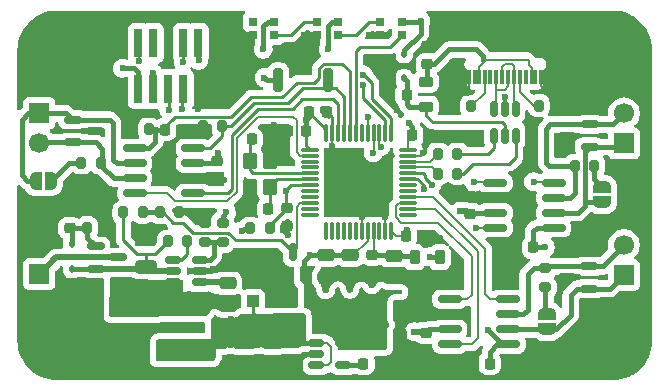
<source format=gbr>
%TF.GenerationSoftware,KiCad,Pcbnew,9.0.6-9.0.6~ubuntu24.04.1*%
%TF.CreationDate,2025-12-01T15:53:01+03:00*%
%TF.ProjectId,canfilter_g4,63616e66-696c-4746-9572-5f67342e6b69,rev?*%
%TF.SameCoordinates,Original*%
%TF.FileFunction,Copper,L1,Top*%
%TF.FilePolarity,Positive*%
%FSLAX46Y46*%
G04 Gerber Fmt 4.6, Leading zero omitted, Abs format (unit mm)*
G04 Created by KiCad (PCBNEW 9.0.6-9.0.6~ubuntu24.04.1) date 2025-12-01 15:53:01*
%MOMM*%
%LPD*%
G01*
G04 APERTURE LIST*
G04 Aperture macros list*
%AMRoundRect*
0 Rectangle with rounded corners*
0 $1 Rounding radius*
0 $2 $3 $4 $5 $6 $7 $8 $9 X,Y pos of 4 corners*
0 Add a 4 corners polygon primitive as box body*
4,1,4,$2,$3,$4,$5,$6,$7,$8,$9,$2,$3,0*
0 Add four circle primitives for the rounded corners*
1,1,$1+$1,$2,$3*
1,1,$1+$1,$4,$5*
1,1,$1+$1,$6,$7*
1,1,$1+$1,$8,$9*
0 Add four rect primitives between the rounded corners*
20,1,$1+$1,$2,$3,$4,$5,0*
20,1,$1+$1,$4,$5,$6,$7,0*
20,1,$1+$1,$6,$7,$8,$9,0*
20,1,$1+$1,$8,$9,$2,$3,0*%
%AMFreePoly0*
4,1,23,0.500000,-0.750000,0.000000,-0.750000,0.000000,-0.745722,-0.065263,-0.745722,-0.191342,-0.711940,-0.304381,-0.646677,-0.396677,-0.554381,-0.461940,-0.441342,-0.495722,-0.315263,-0.495722,-0.250000,-0.500000,-0.250000,-0.500000,0.250000,-0.495722,0.250000,-0.495722,0.315263,-0.461940,0.441342,-0.396677,0.554381,-0.304381,0.646677,-0.191342,0.711940,-0.065263,0.745722,0.000000,0.745722,
0.000000,0.750000,0.500000,0.750000,0.500000,-0.750000,0.500000,-0.750000,$1*%
%AMFreePoly1*
4,1,23,0.000000,0.745722,0.065263,0.745722,0.191342,0.711940,0.304381,0.646677,0.396677,0.554381,0.461940,0.441342,0.495722,0.315263,0.495722,0.250000,0.500000,0.250000,0.500000,-0.250000,0.495722,-0.250000,0.495722,-0.315263,0.461940,-0.441342,0.396677,-0.554381,0.304381,-0.646677,0.191342,-0.711940,0.065263,-0.745722,0.000000,-0.745722,0.000000,-0.750000,-0.500000,-0.750000,
-0.500000,0.750000,0.000000,0.750000,0.000000,0.745722,0.000000,0.745722,$1*%
G04 Aperture macros list end*
%TA.AperFunction,ComponentPad*%
%ADD10C,0.800000*%
%TD*%
%TA.AperFunction,ComponentPad*%
%ADD11C,6.400000*%
%TD*%
%TA.AperFunction,SMDPad,CuDef*%
%ADD12RoundRect,0.200000X0.200000X0.275000X-0.200000X0.275000X-0.200000X-0.275000X0.200000X-0.275000X0*%
%TD*%
%TA.AperFunction,SMDPad,CuDef*%
%ADD13RoundRect,0.200000X-0.200000X-0.275000X0.200000X-0.275000X0.200000X0.275000X-0.200000X0.275000X0*%
%TD*%
%TA.AperFunction,SMDPad,CuDef*%
%ADD14RoundRect,0.200000X-0.275000X0.200000X-0.275000X-0.200000X0.275000X-0.200000X0.275000X0.200000X0*%
%TD*%
%TA.AperFunction,SMDPad,CuDef*%
%ADD15FreePoly0,270.000000*%
%TD*%
%TA.AperFunction,SMDPad,CuDef*%
%ADD16FreePoly1,270.000000*%
%TD*%
%TA.AperFunction,SMDPad,CuDef*%
%ADD17RoundRect,0.350000X1.750000X0.350000X-1.750000X0.350000X-1.750000X-0.350000X1.750000X-0.350000X0*%
%TD*%
%TA.AperFunction,SMDPad,CuDef*%
%ADD18RoundRect,0.225000X0.250000X-0.225000X0.250000X0.225000X-0.250000X0.225000X-0.250000X-0.225000X0*%
%TD*%
%TA.AperFunction,SMDPad,CuDef*%
%ADD19RoundRect,0.250000X-0.650000X0.325000X-0.650000X-0.325000X0.650000X-0.325000X0.650000X0.325000X0*%
%TD*%
%TA.AperFunction,SMDPad,CuDef*%
%ADD20RoundRect,0.225000X0.225000X0.250000X-0.225000X0.250000X-0.225000X-0.250000X0.225000X-0.250000X0*%
%TD*%
%TA.AperFunction,SMDPad,CuDef*%
%ADD21RoundRect,0.200000X0.200000X0.800000X-0.200000X0.800000X-0.200000X-0.800000X0.200000X-0.800000X0*%
%TD*%
%TA.AperFunction,SMDPad,CuDef*%
%ADD22RoundRect,0.225000X-0.250000X0.225000X-0.250000X-0.225000X0.250000X-0.225000X0.250000X0.225000X0*%
%TD*%
%TA.AperFunction,SMDPad,CuDef*%
%ADD23RoundRect,0.250000X-0.325000X-0.650000X0.325000X-0.650000X0.325000X0.650000X-0.325000X0.650000X0*%
%TD*%
%TA.AperFunction,SMDPad,CuDef*%
%ADD24RoundRect,0.250000X0.650000X-0.325000X0.650000X0.325000X-0.650000X0.325000X-0.650000X-0.325000X0*%
%TD*%
%TA.AperFunction,SMDPad,CuDef*%
%ADD25RoundRect,0.218750X0.381250X-0.218750X0.381250X0.218750X-0.381250X0.218750X-0.381250X-0.218750X0*%
%TD*%
%TA.AperFunction,SMDPad,CuDef*%
%ADD26RoundRect,0.250000X-0.475000X0.250000X-0.475000X-0.250000X0.475000X-0.250000X0.475000X0.250000X0*%
%TD*%
%TA.AperFunction,SMDPad,CuDef*%
%ADD27RoundRect,0.225000X-0.225000X-0.250000X0.225000X-0.250000X0.225000X0.250000X-0.225000X0.250000X0*%
%TD*%
%TA.AperFunction,SMDPad,CuDef*%
%ADD28R,0.740000X2.400000*%
%TD*%
%TA.AperFunction,SMDPad,CuDef*%
%ADD29RoundRect,0.112500X0.112500X-0.187500X0.112500X0.187500X-0.112500X0.187500X-0.112500X-0.187500X0*%
%TD*%
%TA.AperFunction,SMDPad,CuDef*%
%ADD30RoundRect,0.075000X-0.662500X-0.075000X0.662500X-0.075000X0.662500X0.075000X-0.662500X0.075000X0*%
%TD*%
%TA.AperFunction,SMDPad,CuDef*%
%ADD31RoundRect,0.075000X-0.075000X-0.662500X0.075000X-0.662500X0.075000X0.662500X-0.075000X0.662500X0*%
%TD*%
%TA.AperFunction,SMDPad,CuDef*%
%ADD32RoundRect,0.150000X-0.150000X0.512500X-0.150000X-0.512500X0.150000X-0.512500X0.150000X0.512500X0*%
%TD*%
%TA.AperFunction,ComponentPad*%
%ADD33R,1.700000X1.700000*%
%TD*%
%TA.AperFunction,SMDPad,CuDef*%
%ADD34RoundRect,0.250000X0.350000X-0.450000X0.350000X0.450000X-0.350000X0.450000X-0.350000X-0.450000X0*%
%TD*%
%TA.AperFunction,SMDPad,CuDef*%
%ADD35RoundRect,0.150000X-0.825000X-0.150000X0.825000X-0.150000X0.825000X0.150000X-0.825000X0.150000X0*%
%TD*%
%TA.AperFunction,SMDPad,CuDef*%
%ADD36R,0.300000X1.150000*%
%TD*%
%TA.AperFunction,HeatsinkPad*%
%ADD37O,1.000000X2.100000*%
%TD*%
%TA.AperFunction,HeatsinkPad*%
%ADD38O,1.000000X1.600000*%
%TD*%
%TA.AperFunction,SMDPad,CuDef*%
%ADD39FreePoly0,180.000000*%
%TD*%
%TA.AperFunction,SMDPad,CuDef*%
%ADD40FreePoly1,180.000000*%
%TD*%
%TA.AperFunction,SMDPad,CuDef*%
%ADD41R,0.700000X0.700000*%
%TD*%
%TA.AperFunction,SMDPad,CuDef*%
%ADD42RoundRect,0.200000X0.275000X-0.200000X0.275000X0.200000X-0.275000X0.200000X-0.275000X-0.200000X0*%
%TD*%
%TA.AperFunction,SMDPad,CuDef*%
%ADD43RoundRect,0.150000X-0.512500X-0.150000X0.512500X-0.150000X0.512500X0.150000X-0.512500X0.150000X0*%
%TD*%
%TA.AperFunction,SMDPad,CuDef*%
%ADD44RoundRect,0.150000X0.587500X0.150000X-0.587500X0.150000X-0.587500X-0.150000X0.587500X-0.150000X0*%
%TD*%
%TA.AperFunction,ComponentPad*%
%ADD45C,1.700000*%
%TD*%
%TA.AperFunction,SMDPad,CuDef*%
%ADD46RoundRect,0.150000X0.150000X-0.587500X0.150000X0.587500X-0.150000X0.587500X-0.150000X-0.587500X0*%
%TD*%
%TA.AperFunction,SMDPad,CuDef*%
%ADD47RoundRect,0.218750X0.218750X0.381250X-0.218750X0.381250X-0.218750X-0.381250X0.218750X-0.381250X0*%
%TD*%
%TA.AperFunction,SMDPad,CuDef*%
%ADD48R,1.000000X1.000000*%
%TD*%
%TA.AperFunction,SMDPad,CuDef*%
%ADD49RoundRect,0.150000X0.825000X0.150000X-0.825000X0.150000X-0.825000X-0.150000X0.825000X-0.150000X0*%
%TD*%
%TA.AperFunction,SMDPad,CuDef*%
%ADD50RoundRect,0.150000X0.512500X0.150000X-0.512500X0.150000X-0.512500X-0.150000X0.512500X-0.150000X0*%
%TD*%
%TA.AperFunction,SMDPad,CuDef*%
%ADD51RoundRect,0.150000X-0.587500X-0.150000X0.587500X-0.150000X0.587500X0.150000X-0.587500X0.150000X0*%
%TD*%
%TA.AperFunction,SMDPad,CuDef*%
%ADD52RoundRect,0.112500X-0.112500X0.187500X-0.112500X-0.187500X0.112500X-0.187500X0.112500X0.187500X0*%
%TD*%
%TA.AperFunction,SMDPad,CuDef*%
%ADD53RoundRect,0.250000X-0.650000X1.000000X-0.650000X-1.000000X0.650000X-1.000000X0.650000X1.000000X0*%
%TD*%
%TA.AperFunction,ViaPad*%
%ADD54C,0.600000*%
%TD*%
%TA.AperFunction,Conductor*%
%ADD55C,0.400000*%
%TD*%
%TA.AperFunction,Conductor*%
%ADD56C,0.500000*%
%TD*%
%TA.AperFunction,Conductor*%
%ADD57C,0.200000*%
%TD*%
%TA.AperFunction,Conductor*%
%ADD58C,0.250000*%
%TD*%
G04 APERTURE END LIST*
D10*
%TO.P,H104,1,1*%
%TO.N,GND*%
X168600000Y-109500000D03*
X169302944Y-107802944D03*
X169302944Y-111197056D03*
X171000000Y-107100000D03*
D11*
X171000000Y-109500000D03*
D10*
X171000000Y-111900000D03*
X172697056Y-107802944D03*
X172697056Y-111197056D03*
X173400000Y-109500000D03*
%TD*%
D12*
%TO.P,R105,1*%
%TO.N,/RST*%
X142000000Y-100150000D03*
%TO.P,R105,2*%
%TO.N,/3V3*%
X140350000Y-100150000D03*
%TD*%
D13*
%TO.P,R501,1*%
%TO.N,/CAN3_H*%
X167850000Y-94850000D03*
%TO.P,R501,2*%
%TO.N,Net-(JP501-A)*%
X169500000Y-94850000D03*
%TD*%
D14*
%TO.P,R401,1*%
%TO.N,/CAN2_H*%
X165350000Y-103500000D03*
%TO.P,R401,2*%
%TO.N,Net-(JP401-A)*%
X165350000Y-105150000D03*
%TD*%
D10*
%TO.P,H101,1,1*%
%TO.N,GND*%
X121600000Y-85000000D03*
X122302944Y-83302944D03*
X122302944Y-86697056D03*
X124000000Y-82600000D03*
D11*
X124000000Y-85000000D03*
D10*
X124000000Y-87400000D03*
X125697056Y-83302944D03*
X125697056Y-86697056D03*
X126400000Y-85000000D03*
%TD*%
D15*
%TO.P,JP501,1,A*%
%TO.N,Net-(JP501-A)*%
X170150000Y-96650000D03*
D16*
%TO.P,JP501,2,B*%
%TO.N,/CAN3_L*%
X170150000Y-97950000D03*
%TD*%
D13*
%TO.P,R106,1*%
%TO.N,GND*%
X130100000Y-91750000D03*
%TO.P,R106,2*%
%TO.N,/CAN1_IO*%
X131750000Y-91750000D03*
%TD*%
%TO.P,R604,1*%
%TO.N,/USB_P*%
X156250000Y-93850000D03*
%TO.P,R604,2*%
%TO.N,Net-(R604-Pad2)*%
X157900000Y-93850000D03*
%TD*%
D17*
%TO.P,L201,1*%
%TO.N,Net-(D202-K)*%
X134799201Y-106775000D03*
%TO.P,L201,2*%
%TO.N,/5V*%
X134799201Y-110525000D03*
%TD*%
D18*
%TO.P,C401,1*%
%TO.N,/5V*%
X155220000Y-109000000D03*
%TO.P,C401,2*%
%TO.N,GND*%
X155220000Y-107450000D03*
%TD*%
D19*
%TO.P,C203,1*%
%TO.N,/5V*%
X141100000Y-108900000D03*
%TO.P,C203,2*%
%TO.N,GND*%
X141100000Y-111850000D03*
%TD*%
D20*
%TO.P,C602,1*%
%TO.N,/USB/5V*%
X153600000Y-88850000D03*
%TO.P,C602,2*%
%TO.N,GND*%
X152050000Y-88850000D03*
%TD*%
D21*
%TO.P,SW101,1,1*%
%TO.N,/CAN1_RX*%
X146950000Y-87600000D03*
%TO.P,SW101,2,2*%
%TO.N,/3V3*%
X142750000Y-87600000D03*
%TD*%
D22*
%TO.P,C116,1*%
%TO.N,/VDDA*%
X150700000Y-102400000D03*
%TO.P,C116,2*%
%TO.N,GND*%
X150700000Y-103950000D03*
%TD*%
D23*
%TO.P,C104,1*%
%TO.N,/3V3*%
X150050000Y-109500000D03*
%TO.P,C104,2*%
%TO.N,GND*%
X153000000Y-109500000D03*
%TD*%
D24*
%TO.P,C201,1*%
%TO.N,/12V*%
X131500000Y-103375000D03*
%TO.P,C201,2*%
%TO.N,GND*%
X131500000Y-100425000D03*
%TD*%
D10*
%TO.P,H103,1,1*%
%TO.N,GND*%
X168600000Y-85000000D03*
X169302944Y-83302944D03*
X169302944Y-86697056D03*
X171000000Y-82600000D03*
D11*
X171000000Y-85000000D03*
D10*
X171000000Y-87400000D03*
X172697056Y-83302944D03*
X172697056Y-86697056D03*
X173400000Y-85000000D03*
%TD*%
D25*
%TO.P,FB601,1*%
%TO.N,/USB/5V*%
X155250000Y-89850000D03*
%TO.P,FB601,2*%
%TO.N,Net-(C601-Pad1)*%
X155250000Y-87725000D03*
%TD*%
D26*
%TO.P,C115,1*%
%TO.N,/VDDA*%
X152500000Y-102450000D03*
%TO.P,C115,2*%
%TO.N,GND*%
X152500000Y-104350000D03*
%TD*%
D27*
%TO.P,C108,1*%
%TO.N,/3V3*%
X154075000Y-92250000D03*
%TO.P,C108,2*%
%TO.N,GND*%
X155625000Y-92250000D03*
%TD*%
D28*
%TO.P,J106,1,Pin_1*%
%TO.N,/5V*%
X130890000Y-88350000D03*
%TO.P,J106,2,Pin_2*%
%TO.N,/RST*%
X130890000Y-84450000D03*
%TO.P,J106,3,Pin_3*%
%TO.N,/3V3*%
X132160000Y-88350000D03*
%TO.P,J106,4,Pin_4*%
%TO.N,unconnected-(J106-Pin_4-Pad4)*%
X132160000Y-84450000D03*
%TO.P,J106,5,Pin_5*%
%TO.N,/SWD_IO*%
X133430000Y-88350000D03*
%TO.P,J106,6,Pin_6*%
%TO.N,GND*%
X133430000Y-84450000D03*
%TO.P,J106,7,Pin_7*%
%TO.N,/SWD_CLK*%
X134700000Y-88350000D03*
%TO.P,J106,8,Pin_8*%
%TO.N,/UART1_RX*%
X134700000Y-84450000D03*
%TO.P,J106,9,Pin_9*%
%TO.N,GND*%
X135970000Y-88350000D03*
%TO.P,J106,10,Pin_10*%
%TO.N,/UART1_TX*%
X135970000Y-84450000D03*
%TD*%
D29*
%TO.P,D101,1,K*%
%TO.N,/12V*%
X125237500Y-103550000D03*
%TO.P,D101,2,A*%
%TO.N,Net-(D101-A)*%
X125237500Y-101450000D03*
%TD*%
D22*
%TO.P,C301,1*%
%TO.N,/5V*%
X137550000Y-94425000D03*
%TO.P,C301,2*%
%TO.N,GND*%
X137550000Y-95975000D03*
%TD*%
D18*
%TO.P,C601,1*%
%TO.N,Net-(C601-Pad1)*%
X155350000Y-86250000D03*
%TO.P,C601,2*%
%TO.N,GND*%
X155350000Y-84700000D03*
%TD*%
D30*
%TO.P,U102,1,VBAT*%
%TO.N,/3V3*%
X145387500Y-93487500D03*
%TO.P,U102,2,PC13*%
%TO.N,/CAN1_S*%
X145387500Y-93987500D03*
%TO.P,U102,3,PC14*%
%TO.N,unconnected-(U102-PC14-Pad3)*%
X145387500Y-94487500D03*
%TO.P,U102,4,PC15*%
%TO.N,unconnected-(U102-PC15-Pad4)*%
X145387500Y-94987500D03*
%TO.P,U102,5,PF0*%
%TO.N,Net-(U102-PF0)*%
X145387500Y-95487500D03*
%TO.P,U102,6,PF1*%
%TO.N,Net-(U102-PF1)*%
X145387500Y-95987500D03*
%TO.P,U102,7,PG10*%
%TO.N,/RST*%
X145387500Y-96487500D03*
%TO.P,U102,8,PA0*%
%TO.N,unconnected-(U102-PA0-Pad8)*%
X145387500Y-96987500D03*
%TO.P,U102,9,PA1*%
%TO.N,unconnected-(U102-PA1-Pad9)*%
X145387500Y-97487500D03*
%TO.P,U102,10,PA2*%
%TO.N,/ADC_12V*%
X145387500Y-97987500D03*
%TO.P,U102,11,PA3*%
%TO.N,unconnected-(U102-PA3-Pad11)*%
X145387500Y-98487500D03*
%TO.P,U102,12,PA4*%
%TO.N,unconnected-(U102-PA4-Pad12)*%
X145387500Y-98987500D03*
D31*
%TO.P,U102,13,PA5*%
%TO.N,unconnected-(U102-PA5-Pad13)*%
X146800000Y-100400000D03*
%TO.P,U102,14,PA6*%
%TO.N,unconnected-(U102-PA6-Pad14)*%
X147300000Y-100400000D03*
%TO.P,U102,15,PA7*%
%TO.N,unconnected-(U102-PA7-Pad15)*%
X147800000Y-100400000D03*
%TO.P,U102,16,PB0*%
%TO.N,unconnected-(U102-PB0-Pad16)*%
X148300000Y-100400000D03*
%TO.P,U102,17,PB1*%
%TO.N,unconnected-(U102-PB1-Pad17)*%
X148800000Y-100400000D03*
%TO.P,U102,18,PB2*%
%TO.N,unconnected-(U102-PB2-Pad18)*%
X149300000Y-100400000D03*
%TO.P,U102,19,VSSA*%
%TO.N,GND*%
X149800000Y-100400000D03*
%TO.P,U102,20,VREF+*%
%TO.N,/3V3*%
X150300000Y-100400000D03*
%TO.P,U102,21,VDDA*%
%TO.N,/VDDA*%
X150800000Y-100400000D03*
%TO.P,U102,22,PB10*%
%TO.N,unconnected-(U102-PB10-Pad22)*%
X151300000Y-100400000D03*
%TO.P,U102,23,VSS*%
%TO.N,GND*%
X151800000Y-100400000D03*
%TO.P,U102,24,VDD*%
%TO.N,/3V3*%
X152300000Y-100400000D03*
D30*
%TO.P,U102,25,PB11*%
%TO.N,unconnected-(U102-PB11-Pad25)*%
X153712500Y-98987500D03*
%TO.P,U102,26,PB12*%
%TO.N,/CAN2_RX*%
X153712500Y-98487500D03*
%TO.P,U102,27,PB13*%
%TO.N,/CAN2_TX*%
X153712500Y-97987500D03*
%TO.P,U102,28,PB14*%
%TO.N,/CAN2_S*%
X153712500Y-97487500D03*
%TO.P,U102,29,PB15*%
%TO.N,unconnected-(U102-PB15-Pad29)*%
X153712500Y-96987500D03*
%TO.P,U102,30,PA8*%
%TO.N,unconnected-(U102-PA8-Pad30)*%
X153712500Y-96487500D03*
%TO.P,U102,31,PA9*%
%TO.N,/UART1_TX*%
X153712500Y-95987500D03*
%TO.P,U102,32,PA10*%
%TO.N,/UART1_RX*%
X153712500Y-95487500D03*
%TO.P,U102,33,PA11*%
%TO.N,/USB_N*%
X153712500Y-94987500D03*
%TO.P,U102,34,PA12*%
%TO.N,/USB_P*%
X153712500Y-94487500D03*
%TO.P,U102,35,VSS*%
%TO.N,GND*%
X153712500Y-93987500D03*
%TO.P,U102,36,VDD*%
%TO.N,/3V3*%
X153712500Y-93487500D03*
D31*
%TO.P,U102,37,PA13*%
%TO.N,/SWD_IO*%
X152300000Y-92075000D03*
%TO.P,U102,38,PA14*%
%TO.N,/SWD_CLK*%
X151800000Y-92075000D03*
%TO.P,U102,39,PA15*%
%TO.N,/CAN3_TX*%
X151300000Y-92075000D03*
%TO.P,U102,40,PB3*%
%TO.N,/CAN3_RX*%
X150800000Y-92075000D03*
%TO.P,U102,41,PB4*%
%TO.N,/CAN3_S*%
X150300000Y-92075000D03*
%TO.P,U102,42,PB5*%
%TO.N,unconnected-(U102-PB5-Pad42)*%
X149800000Y-92075000D03*
%TO.P,U102,43,PB6*%
%TO.N,/LED_CONTROL*%
X149300000Y-92075000D03*
%TO.P,U102,44,PB7*%
%TO.N,/CAN1_IO*%
X148800000Y-92075000D03*
%TO.P,U102,45,PB8*%
%TO.N,/CAN1_RX*%
X148300000Y-92075000D03*
%TO.P,U102,46,PB9*%
%TO.N,/CAN1_TX*%
X147800000Y-92075000D03*
%TO.P,U102,47,VSS*%
%TO.N,GND*%
X147300000Y-92075000D03*
%TO.P,U102,48,VDD*%
%TO.N,/3V3*%
X146800000Y-92075000D03*
%TD*%
D32*
%TO.P,U601,1,I/O1*%
%TO.N,Net-(J601-D--PadA7)*%
X162862500Y-90012500D03*
%TO.P,U601,2,GND*%
%TO.N,GND*%
X161912500Y-90012500D03*
%TO.P,U601,3,I/O2*%
%TO.N,Net-(J601-D+-PadA6)*%
X160962500Y-90012500D03*
%TO.P,U601,4,I/O2*%
%TO.N,Net-(R604-Pad2)*%
X160962500Y-92287500D03*
%TO.P,U601,5,VBUS*%
%TO.N,/USB/5V*%
X161912500Y-92287500D03*
%TO.P,U601,6,I/O1*%
%TO.N,Net-(R603-Pad2)*%
X162862500Y-92287500D03*
%TD*%
D33*
%TO.P,J105,1,Pin_1*%
%TO.N,GND*%
X122500000Y-100400000D03*
%TD*%
D13*
%TO.P,R201,1*%
%TO.N,/12V*%
X133375000Y-101250000D03*
%TO.P,R201,2*%
%TO.N,Net-(U201-~{SHDN})*%
X135025000Y-101250000D03*
%TD*%
D26*
%TO.P,C110,1*%
%TO.N,/3V3*%
X146800000Y-102400000D03*
%TO.P,C110,2*%
%TO.N,GND*%
X146800000Y-104300000D03*
%TD*%
D27*
%TO.P,C113,1*%
%TO.N,/3V3*%
X145325000Y-90300000D03*
%TO.P,C113,2*%
%TO.N,GND*%
X146875000Y-90300000D03*
%TD*%
D34*
%TO.P,Y101,1,1*%
%TO.N,Net-(U102-PF1)*%
X142026777Y-96621142D03*
%TO.P,Y101,2,2*%
%TO.N,GND*%
X142026777Y-94421142D03*
%TO.P,Y101,3,3*%
%TO.N,Net-(U102-PF0)*%
X140326777Y-94421142D03*
%TO.P,Y101,4,4*%
%TO.N,GND*%
X140326777Y-96621142D03*
%TD*%
D35*
%TO.P,U401,1,TXD*%
%TO.N,/CAN2_TX*%
X157250000Y-106150000D03*
%TO.P,U401,2,GND*%
%TO.N,GND*%
X157250000Y-107420000D03*
%TO.P,U401,3,VCC*%
%TO.N,/5V*%
X157250000Y-108690000D03*
%TO.P,U401,4,RXD*%
%TO.N,/CAN2_RX*%
X157250000Y-109960000D03*
%TO.P,U401,5,VIO*%
%TO.N,/3V3*%
X162200000Y-109960000D03*
%TO.P,U401,6,CANL*%
%TO.N,/CAN2_L*%
X162200000Y-108690000D03*
%TO.P,U401,7,CANH*%
%TO.N,/CAN2_H*%
X162200000Y-107420000D03*
%TO.P,U401,8,S*%
%TO.N,/CAN2_S*%
X162200000Y-106150000D03*
%TD*%
D22*
%TO.P,C109,1*%
%TO.N,/RST*%
X143500000Y-98400000D03*
%TO.P,C109,2*%
%TO.N,GND*%
X143500000Y-99950000D03*
%TD*%
D36*
%TO.P,J601,A1,GND*%
%TO.N,GND*%
X165300000Y-87320000D03*
%TO.P,J601,A4,VBUS*%
%TO.N,Net-(C601-Pad1)*%
X164500000Y-87320000D03*
%TO.P,J601,A5,CC1*%
%TO.N,Net-(J601-CC1)*%
X163200000Y-87320000D03*
%TO.P,J601,A6,D+*%
%TO.N,Net-(J601-D+-PadA6)*%
X162200000Y-87320000D03*
%TO.P,J601,A7,D-*%
%TO.N,Net-(J601-D--PadA7)*%
X161700000Y-87320000D03*
%TO.P,J601,A8,SBU1*%
%TO.N,unconnected-(J601-SBU1-PadA8)*%
X160700000Y-87320000D03*
%TO.P,J601,A9,VBUS*%
%TO.N,Net-(C601-Pad1)*%
X159400000Y-87320000D03*
%TO.P,J601,A12,GND*%
%TO.N,GND*%
X158600000Y-87320000D03*
%TO.P,J601,B1,GND*%
X158900000Y-87320000D03*
%TO.P,J601,B4,VBUS*%
%TO.N,Net-(C601-Pad1)*%
X159700000Y-87320000D03*
%TO.P,J601,B5,CC2*%
%TO.N,Net-(J601-CC2)*%
X160200000Y-87320000D03*
%TO.P,J601,B6,D+*%
%TO.N,Net-(J601-D+-PadA6)*%
X161200000Y-87320000D03*
%TO.P,J601,B7,D-*%
%TO.N,Net-(J601-D--PadA7)*%
X162700000Y-87320000D03*
%TO.P,J601,B8,SBU2*%
%TO.N,unconnected-(J601-SBU2-PadB8)*%
X163700000Y-87320000D03*
%TO.P,J601,B9,VBUS*%
%TO.N,Net-(C601-Pad1)*%
X164200000Y-87320000D03*
%TO.P,J601,B12,GND*%
%TO.N,GND*%
X165000000Y-87320000D03*
D37*
%TO.P,J601,S1,SHIELD*%
X166270000Y-86755000D03*
D38*
X166270000Y-82575000D03*
D37*
X157630000Y-86755000D03*
D38*
X157630000Y-82575000D03*
%TD*%
D13*
%TO.P,R602,1*%
%TO.N,GND*%
X157400000Y-89800000D03*
%TO.P,R602,2*%
%TO.N,Net-(J601-CC2)*%
X159050000Y-89800000D03*
%TD*%
D19*
%TO.P,C204,1*%
%TO.N,/5V*%
X138700000Y-108900000D03*
%TO.P,C204,2*%
%TO.N,GND*%
X138700000Y-111850000D03*
%TD*%
D15*
%TO.P,JP401,1,A*%
%TO.N,Net-(JP401-A)*%
X165500000Y-107400000D03*
D16*
%TO.P,JP401,2,B*%
%TO.N,/CAN2_L*%
X165500000Y-108700000D03*
%TD*%
D39*
%TO.P,JP301,1,A*%
%TO.N,Net-(JP301-A)*%
X123500000Y-96150000D03*
D40*
%TO.P,JP301,2,B*%
%TO.N,/CAN1_L*%
X122200000Y-96150000D03*
%TD*%
D13*
%TO.P,R101,1*%
%TO.N,Net-(D101-A)*%
X126562500Y-100100000D03*
%TO.P,R101,2*%
%TO.N,GND*%
X128212500Y-100100000D03*
%TD*%
D41*
%TO.P,D104,1,DOUT*%
%TO.N,Net-(D104-DOUT)*%
X145985000Y-82650000D03*
%TO.P,D104,2,VSS*%
%TO.N,GND*%
X145985000Y-83750000D03*
%TO.P,D104,3,DIN*%
%TO.N,Net-(D102-DOUT)*%
X147815000Y-83750000D03*
%TO.P,D104,4,VDD*%
%TO.N,/5V*%
X147815000Y-82650000D03*
%TD*%
D13*
%TO.P,R102,1*%
%TO.N,/12V*%
X129600000Y-98800000D03*
%TO.P,R102,2*%
%TO.N,/ADC_12V*%
X131250000Y-98800000D03*
%TD*%
D42*
%TO.P,R203,1*%
%TO.N,Net-(U201-FB)*%
X136550000Y-101300000D03*
%TO.P,R203,2*%
%TO.N,GND*%
X136550000Y-99650000D03*
%TD*%
D43*
%TO.P,U101,1,VIN*%
%TO.N,/5V*%
X145962500Y-109850000D03*
%TO.P,U101,2,GND*%
%TO.N,GND*%
X145962500Y-110800000D03*
%TO.P,U101,3,ON/~{OFF}*%
%TO.N,/5V*%
X145962500Y-111750000D03*
%TO.P,U101,4,BP*%
%TO.N,Net-(U101-BP)*%
X148237500Y-111750000D03*
%TO.P,U101,5,VOUT*%
%TO.N,/3V3*%
X148237500Y-109850000D03*
%TD*%
D44*
%TO.P,D501,1,K*%
%TO.N,/CAN3_L*%
X169087500Y-93250000D03*
%TO.P,D501,2,K*%
%TO.N,/CAN3_H*%
X169087500Y-91350000D03*
%TO.P,D501,3,A*%
%TO.N,GND*%
X167212500Y-92300000D03*
%TD*%
D27*
%TO.P,C106,1*%
%TO.N,GND*%
X140350000Y-98500000D03*
%TO.P,C106,2*%
%TO.N,Net-(U102-PF1)*%
X141900000Y-98500000D03*
%TD*%
D33*
%TO.P,J102,1,Pin_1*%
%TO.N,/CAN2_L*%
X172000000Y-104100000D03*
D45*
%TO.P,J102,2,Pin_2*%
%TO.N,/CAN2_H*%
X172000000Y-101560000D03*
%TD*%
D20*
%TO.P,C114,1*%
%TO.N,/3V3*%
X145100000Y-91900000D03*
%TO.P,C114,2*%
%TO.N,GND*%
X143550000Y-91900000D03*
%TD*%
D33*
%TO.P,J101,1,Pin_1*%
%TO.N,/CAN1_L*%
X122500000Y-90400000D03*
D45*
%TO.P,J101,2,Pin_2*%
%TO.N,/CAN1_H*%
X122500000Y-92940000D03*
%TD*%
D26*
%TO.P,C112,1*%
%TO.N,/3V3*%
X148800000Y-102400000D03*
%TO.P,C112,2*%
%TO.N,GND*%
X148800000Y-104300000D03*
%TD*%
%TO.P,C202,1*%
%TO.N,Net-(U201-CB)*%
X138450000Y-104800000D03*
%TO.P,C202,2*%
%TO.N,Net-(D202-K)*%
X138450000Y-106700000D03*
%TD*%
D44*
%TO.P,D401,1,K*%
%TO.N,/CAN2_L*%
X169050000Y-105250000D03*
%TO.P,D401,2,K*%
%TO.N,/CAN2_H*%
X169050000Y-103350000D03*
%TO.P,D401,3,A*%
%TO.N,GND*%
X167175000Y-104300000D03*
%TD*%
D46*
%TO.P,D105,1,A*%
%TO.N,GND*%
X143000000Y-104050000D03*
%TO.P,D105,2,K*%
%TO.N,/3V3*%
X144900000Y-104050000D03*
%TO.P,D105,3,COM*%
%TO.N,/ADC_12V*%
X143950000Y-102175000D03*
%TD*%
D27*
%TO.P,C111,1*%
%TO.N,/3V3*%
X153525000Y-100800000D03*
%TO.P,C111,2*%
%TO.N,GND*%
X155075000Y-100800000D03*
%TD*%
D33*
%TO.P,J104,1,Pin_1*%
%TO.N,/VIN*%
X122500000Y-104000000D03*
%TD*%
D20*
%TO.P,C105,1*%
%TO.N,GND*%
X142050000Y-92600000D03*
%TO.P,C105,2*%
%TO.N,Net-(U102-PF0)*%
X140500000Y-92600000D03*
%TD*%
D12*
%TO.P,R601,1*%
%TO.N,GND*%
X166450000Y-89750000D03*
%TO.P,R601,2*%
%TO.N,Net-(J601-CC1)*%
X164800000Y-89750000D03*
%TD*%
D47*
%TO.P,L101,1*%
%TO.N,/3V3*%
X156400000Y-102600000D03*
%TO.P,L101,2*%
%TO.N,/VDDA*%
X154275000Y-102600000D03*
%TD*%
D48*
%TO.P,TP102,1,1*%
%TO.N,/3V3*%
X146550000Y-107950000D03*
%TD*%
D49*
%TO.P,U301,1,TXD*%
%TO.N,/CAN1_TX*%
X135525000Y-97180000D03*
%TO.P,U301,2,GND*%
%TO.N,GND*%
X135525000Y-95910000D03*
%TO.P,U301,3,VCC*%
%TO.N,/5V*%
X135525000Y-94640000D03*
%TO.P,U301,4,RXD*%
%TO.N,/CAN1_RX*%
X135525000Y-93370000D03*
%TO.P,U301,5,VIO*%
%TO.N,/CAN1_IO*%
X130575000Y-93370000D03*
%TO.P,U301,6,CANL*%
%TO.N,/CAN1_L*%
X130575000Y-94640000D03*
%TO.P,U301,7,CANH*%
%TO.N,/CAN1_H*%
X130575000Y-95910000D03*
%TO.P,U301,8,S*%
%TO.N,/CAN1_S*%
X130575000Y-97180000D03*
%TD*%
D10*
%TO.P,H102,1,1*%
%TO.N,GND*%
X121600000Y-109500000D03*
X122302944Y-107802944D03*
X122302944Y-111197056D03*
X124000000Y-107100000D03*
D11*
X124000000Y-109500000D03*
D10*
X124000000Y-111900000D03*
X125697056Y-107802944D03*
X125697056Y-111197056D03*
X126400000Y-109500000D03*
%TD*%
D20*
%TO.P,C502,1*%
%TO.N,/3V3*%
X164325000Y-101745000D03*
%TO.P,C502,2*%
%TO.N,GND*%
X162775000Y-101745000D03*
%TD*%
D50*
%TO.P,U201,1,CB*%
%TO.N,Net-(U201-CB)*%
X136087500Y-104700000D03*
%TO.P,U201,2,GND*%
%TO.N,GND*%
X136087500Y-103750000D03*
%TO.P,U201,3,FB*%
%TO.N,Net-(U201-FB)*%
X136087500Y-102800000D03*
%TO.P,U201,4,~{SHDN}*%
%TO.N,Net-(U201-~{SHDN})*%
X133812500Y-102800000D03*
%TO.P,U201,5,VIN*%
%TO.N,/12V*%
X133812500Y-103750000D03*
%TO.P,U201,6,SW*%
%TO.N,Net-(D202-K)*%
X133812500Y-104700000D03*
%TD*%
D18*
%TO.P,C501,1*%
%TO.N,/5V*%
X158975000Y-98920000D03*
%TO.P,C501,2*%
%TO.N,GND*%
X158975000Y-97370000D03*
%TD*%
D51*
%TO.P,Q101,1,G*%
%TO.N,Net-(D101-A)*%
X127262500Y-101650000D03*
%TO.P,Q101,2,S*%
%TO.N,/12V*%
X127262500Y-103550000D03*
%TO.P,Q101,3,D*%
%TO.N,/VIN*%
X129137500Y-102600000D03*
%TD*%
D18*
%TO.P,C102,1*%
%TO.N,Net-(D101-A)*%
X125087500Y-100125000D03*
%TO.P,C102,2*%
%TO.N,GND*%
X125087500Y-98575000D03*
%TD*%
D20*
%TO.P,C402,1*%
%TO.N,/3V3*%
X160650000Y-111600000D03*
%TO.P,C402,2*%
%TO.N,GND*%
X159100000Y-111600000D03*
%TD*%
D19*
%TO.P,C101,1*%
%TO.N,/5V*%
X143850000Y-108875000D03*
%TO.P,C101,2*%
%TO.N,GND*%
X143850000Y-111825000D03*
%TD*%
D52*
%TO.P,D107,1,K*%
%TO.N,/5V*%
X153400000Y-85350000D03*
%TO.P,D107,2,A*%
%TO.N,/USB/5V*%
X153400000Y-87450000D03*
%TD*%
D13*
%TO.P,R103,1*%
%TO.N,/ADC_12V*%
X132700000Y-98800000D03*
%TO.P,R103,2*%
%TO.N,GND*%
X134350000Y-98800000D03*
%TD*%
%TO.P,R104,1*%
%TO.N,GND*%
X136350000Y-91500000D03*
%TO.P,R104,2*%
%TO.N,/CAN1_RX*%
X138000000Y-91500000D03*
%TD*%
D53*
%TO.P,D202,1,K*%
%TO.N,Net-(D202-K)*%
X130300000Y-105950000D03*
%TO.P,D202,2,A*%
%TO.N,GND*%
X130300000Y-109950000D03*
%TD*%
D14*
%TO.P,R202,1*%
%TO.N,/5V*%
X138050000Y-99650000D03*
%TO.P,R202,2*%
%TO.N,Net-(U201-FB)*%
X138050000Y-101300000D03*
%TD*%
D41*
%TO.P,D102,1,DOUT*%
%TO.N,Net-(D102-DOUT)*%
X151385000Y-82650000D03*
%TO.P,D102,2,VSS*%
%TO.N,GND*%
X151385000Y-83750000D03*
%TO.P,D102,3,DIN*%
%TO.N,/LED_CONTROL*%
X153215000Y-83750000D03*
%TO.P,D102,4,VDD*%
%TO.N,/5V*%
X153215000Y-82650000D03*
%TD*%
D27*
%TO.P,C302,1*%
%TO.N,/CAN1_IO*%
X133150000Y-91780000D03*
%TO.P,C302,2*%
%TO.N,GND*%
X134700000Y-91780000D03*
%TD*%
D33*
%TO.P,J103,1,Pin_1*%
%TO.N,/CAN3_L*%
X172000000Y-92950000D03*
D45*
%TO.P,J103,2,Pin_2*%
%TO.N,/CAN3_H*%
X172000000Y-90410000D03*
%TD*%
D48*
%TO.P,TP101,1,1*%
%TO.N,/5V*%
X140600000Y-106300000D03*
%TD*%
D27*
%TO.P,C103,1*%
%TO.N,Net-(U101-BP)*%
X149950000Y-111600000D03*
%TO.P,C103,2*%
%TO.N,GND*%
X151500000Y-111600000D03*
%TD*%
D12*
%TO.P,R301,1*%
%TO.N,/CAN1_H*%
X127725000Y-94600000D03*
%TO.P,R301,2*%
%TO.N,Net-(JP301-A)*%
X126075000Y-94600000D03*
%TD*%
D35*
%TO.P,U501,1,TXD*%
%TO.N,/CAN3_TX*%
X161100000Y-96290000D03*
%TO.P,U501,2,GND*%
%TO.N,GND*%
X161100000Y-97560000D03*
%TO.P,U501,3,VCC*%
%TO.N,/5V*%
X161100000Y-98830000D03*
%TO.P,U501,4,RXD*%
%TO.N,/CAN3_RX*%
X161100000Y-100100000D03*
%TO.P,U501,5,VIO*%
%TO.N,/3V3*%
X166050000Y-100100000D03*
%TO.P,U501,6,CANL*%
%TO.N,/CAN3_L*%
X166050000Y-98830000D03*
%TO.P,U501,7,CANH*%
%TO.N,/CAN3_H*%
X166050000Y-97560000D03*
%TO.P,U501,8,S*%
%TO.N,/CAN3_S*%
X166050000Y-96290000D03*
%TD*%
D41*
%TO.P,D106,1,DOUT*%
%TO.N,unconnected-(D106-DOUT-Pad1)*%
X140585000Y-82650000D03*
%TO.P,D106,2,VSS*%
%TO.N,GND*%
X140585000Y-83750000D03*
%TO.P,D106,3,DIN*%
%TO.N,Net-(D104-DOUT)*%
X142415000Y-83750000D03*
%TO.P,D106,4,VDD*%
%TO.N,/5V*%
X142415000Y-82650000D03*
%TD*%
D13*
%TO.P,R603,1*%
%TO.N,/USB_N*%
X156250000Y-95500000D03*
%TO.P,R603,2*%
%TO.N,Net-(R603-Pad2)*%
X157900000Y-95500000D03*
%TD*%
D23*
%TO.P,C107,1*%
%TO.N,/3V3*%
X150075000Y-107100000D03*
%TO.P,C107,2*%
%TO.N,GND*%
X153025000Y-107100000D03*
%TD*%
D51*
%TO.P,D301,1,K*%
%TO.N,/CAN1_L*%
X125325000Y-90950000D03*
%TO.P,D301,2,K*%
%TO.N,/CAN1_H*%
X125325000Y-92850000D03*
%TO.P,D301,3,A*%
%TO.N,GND*%
X127200000Y-91900000D03*
%TD*%
D54*
%TO.N,GND*%
X163500000Y-111850000D03*
X135950000Y-90000000D03*
X138750000Y-89150000D03*
X155000000Y-93800000D03*
X162950000Y-82750000D03*
X133050000Y-100000000D03*
X147350000Y-95200000D03*
X133750000Y-108600000D03*
X161950000Y-89000000D03*
X146750000Y-105350000D03*
X139350000Y-98450000D03*
X140150000Y-102600000D03*
X148800000Y-105300000D03*
X141350000Y-103750000D03*
X166600000Y-93250000D03*
X138150000Y-96050000D03*
X142400000Y-91400000D03*
X132150000Y-101350000D03*
X172900000Y-98300000D03*
X130850000Y-101350000D03*
X139850000Y-83750000D03*
X133400000Y-82700000D03*
X159550000Y-82750000D03*
X126300000Y-91900000D03*
X164200000Y-93850000D03*
X131250000Y-111750000D03*
X128250000Y-88800000D03*
X161900000Y-101800000D03*
X129350000Y-90300000D03*
X125600000Y-96900000D03*
X152750000Y-111650000D03*
X133700000Y-95450000D03*
X143200000Y-94400000D03*
X133700000Y-94450000D03*
X166450000Y-88750000D03*
X132400000Y-95500000D03*
X156900000Y-111650000D03*
X142500000Y-111400000D03*
X137250000Y-103600000D03*
X156400000Y-101000000D03*
X135300000Y-103750000D03*
X165900000Y-111850000D03*
X132400000Y-94500000D03*
X136000000Y-108550000D03*
X155500000Y-111650000D03*
X156600000Y-92200000D03*
X144950000Y-83800000D03*
X152750000Y-90100000D03*
X147450000Y-97000000D03*
X151800000Y-99200000D03*
X132700000Y-108600000D03*
X157950000Y-97150000D03*
X135450000Y-98800000D03*
X163450000Y-97600000D03*
X158150000Y-111650000D03*
X164200000Y-91850000D03*
X128000000Y-96950000D03*
X149800000Y-99200000D03*
X165350000Y-88450000D03*
X126750000Y-96900000D03*
X168150000Y-104300000D03*
X138700000Y-111000000D03*
X172900000Y-96250000D03*
X143200000Y-93450000D03*
X131500000Y-101350000D03*
X128750000Y-111250000D03*
X158750000Y-88650000D03*
X134800000Y-108600000D03*
X164600000Y-82750000D03*
X143550000Y-100700000D03*
X150650000Y-104900000D03*
X142500000Y-112200000D03*
X157400000Y-88800000D03*
X128800000Y-109050000D03*
X147300000Y-93200000D03*
X143000000Y-105350000D03*
X154050000Y-111650000D03*
X129600000Y-111750000D03*
X150450000Y-83800000D03*
X141100000Y-111000000D03*
X137600000Y-89150000D03*
X161250000Y-82750000D03*
X128800000Y-109700000D03*
X128800000Y-110500000D03*
X130400000Y-111750000D03*
%TO.N,/5V*%
X141050000Y-110000000D03*
X146950000Y-84975000D03*
X141450000Y-84975000D03*
X141100000Y-107850000D03*
X143800000Y-107800000D03*
X158100000Y-98700000D03*
X138700000Y-107850000D03*
X143900000Y-109950000D03*
X138700000Y-110000000D03*
X154800000Y-82550000D03*
X137600000Y-93750000D03*
X154250000Y-108900000D03*
X138349000Y-98800000D03*
X129550000Y-86600000D03*
%TO.N,/3V3*%
X148800000Y-107400000D03*
X145050000Y-91000000D03*
X165350000Y-101750000D03*
X145400000Y-102400000D03*
X132150000Y-87000000D03*
X148800000Y-108300000D03*
X153650000Y-100250000D03*
X148800000Y-106500000D03*
X155550000Y-102550000D03*
X141550000Y-87375000D03*
X139650000Y-100350000D03*
X147650000Y-106450000D03*
X153800000Y-91250000D03*
X146550000Y-106450000D03*
X160500000Y-108750000D03*
%TO.N,/RST*%
X143400000Y-97000000D03*
X130925813Y-86009437D03*
%TO.N,/UART1_TX*%
X155034456Y-96807772D03*
X136000000Y-85900000D03*
%TO.N,/UART1_RX*%
X134700000Y-86050000D03*
X155750000Y-96450000D03*
%TO.N,/SWD_CLK*%
X134600000Y-90050000D03*
X149925000Y-88000000D03*
%TO.N,/SWD_IO*%
X133450000Y-90100000D03*
X149950000Y-87150000D03*
%TO.N,/CAN3_RX*%
X159450000Y-100150000D03*
X150775303Y-93749758D03*
%TO.N,/CAN3_S*%
X150300000Y-90750000D03*
X164350000Y-96200000D03*
%TO.N,/CAN3_TX*%
X159300000Y-96250000D03*
X151400000Y-93250000D03*
%TD*%
D55*
%TO.N,GND*%
X146800000Y-104300000D02*
X146800000Y-105300000D01*
X159100000Y-111600000D02*
X158200000Y-111600000D01*
D56*
X137100000Y-103750000D02*
X137250000Y-103600000D01*
D55*
X135525000Y-95910000D02*
X137485000Y-95910000D01*
D57*
X165300000Y-88400000D02*
X165350000Y-88450000D01*
D58*
X140326777Y-98476777D02*
X140350000Y-98500000D01*
X142050000Y-91750000D02*
X142400000Y-91400000D01*
D55*
X152050000Y-88850000D02*
X152050000Y-89400000D01*
X150700000Y-104850000D02*
X150650000Y-104900000D01*
X132150000Y-101075000D02*
X131500000Y-100425000D01*
D58*
X147300000Y-92075000D02*
X147300000Y-90725000D01*
X146875000Y-90300000D02*
X146950000Y-90300000D01*
D55*
X158975000Y-97370000D02*
X158170000Y-97370000D01*
D58*
X143500000Y-100650000D02*
X143550000Y-100700000D01*
D57*
X158900000Y-87320000D02*
X158900000Y-88500000D01*
X158600000Y-87320000D02*
X158600000Y-88500000D01*
D55*
X152050000Y-89400000D02*
X152750000Y-90100000D01*
D57*
X155625000Y-92250000D02*
X156550000Y-92250000D01*
D55*
X162775000Y-101745000D02*
X161955000Y-101745000D01*
D58*
X143178858Y-94421142D02*
X143200000Y-94400000D01*
D55*
X153000000Y-107125000D02*
X153025000Y-107100000D01*
X135970000Y-89980000D02*
X135950000Y-90000000D01*
D56*
X136087500Y-103750000D02*
X135300000Y-103750000D01*
D55*
X156200000Y-100800000D02*
X156400000Y-101000000D01*
X152500000Y-104350000D02*
X151100000Y-104350000D01*
D58*
X150500000Y-83750000D02*
X150450000Y-83800000D01*
D55*
X153000000Y-109500000D02*
X153000000Y-107125000D01*
X161100000Y-97560000D02*
X159165000Y-97560000D01*
D57*
X147300000Y-92075000D02*
X147300000Y-93200000D01*
D58*
X140585000Y-83750000D02*
X139850000Y-83750000D01*
D55*
X167212500Y-92300000D02*
X167212500Y-92637500D01*
D57*
X156550000Y-92250000D02*
X156600000Y-92200000D01*
D55*
X148800000Y-104300000D02*
X148800000Y-105300000D01*
D58*
X142900000Y-91900000D02*
X142400000Y-91400000D01*
X142026777Y-94421142D02*
X143178858Y-94421142D01*
X142026777Y-92623223D02*
X142050000Y-92600000D01*
D57*
X151800000Y-100400000D02*
X151800000Y-99200000D01*
X165000000Y-88100000D02*
X165350000Y-88450000D01*
D55*
X138075000Y-95975000D02*
X138150000Y-96050000D01*
D58*
X145985000Y-83750000D02*
X145000000Y-83750000D01*
D55*
X145962500Y-110800000D02*
X144875000Y-110800000D01*
X135525000Y-95910000D02*
X134160000Y-95910000D01*
D58*
X161912500Y-90012500D02*
X161912500Y-89037500D01*
D55*
X157250000Y-107420000D02*
X155250000Y-107420000D01*
D57*
X149800000Y-100400000D02*
X149800000Y-99200000D01*
D55*
X133430000Y-82730000D02*
X133400000Y-82700000D01*
D57*
X154812500Y-93987500D02*
X155000000Y-93800000D01*
D55*
X130850000Y-101075000D02*
X131500000Y-100425000D01*
D57*
X158600000Y-88500000D02*
X158750000Y-88650000D01*
D55*
X130850000Y-101350000D02*
X130850000Y-101075000D01*
X158200000Y-111600000D02*
X158150000Y-111650000D01*
X143000000Y-104050000D02*
X143000000Y-105350000D01*
D57*
X158900000Y-88500000D02*
X158750000Y-88650000D01*
D55*
X161955000Y-101745000D02*
X161900000Y-101800000D01*
X167212500Y-92637500D02*
X166600000Y-93250000D01*
X131500000Y-100425000D02*
X131500000Y-101350000D01*
D58*
X151385000Y-83750000D02*
X150500000Y-83750000D01*
D55*
X132050000Y-100050000D02*
X133000000Y-100050000D01*
X144875000Y-110800000D02*
X143850000Y-111825000D01*
D58*
X142026777Y-94421142D02*
X142026777Y-92623223D01*
X140326777Y-96621142D02*
X140326777Y-98476777D01*
D55*
X133430000Y-84450000D02*
X133430000Y-82730000D01*
X127200000Y-91900000D02*
X126300000Y-91900000D01*
D57*
X166450000Y-89750000D02*
X166450000Y-88750000D01*
D58*
X140350000Y-98500000D02*
X139400000Y-98500000D01*
D57*
X153712500Y-93987500D02*
X154812500Y-93987500D01*
D55*
X150700000Y-103950000D02*
X150700000Y-104850000D01*
D58*
X161912500Y-89037500D02*
X161950000Y-89000000D01*
X143500000Y-99950000D02*
X143500000Y-100650000D01*
X147300000Y-90725000D02*
X146875000Y-90300000D01*
D57*
X165000000Y-87320000D02*
X165000000Y-88100000D01*
X157400000Y-89800000D02*
X157400000Y-88800000D01*
D55*
X134350000Y-98800000D02*
X135450000Y-98800000D01*
X131500000Y-100425000D02*
X131575000Y-100425000D01*
X132150000Y-101350000D02*
X132150000Y-101075000D01*
D58*
X143550000Y-91900000D02*
X142900000Y-91900000D01*
D55*
X146800000Y-105300000D02*
X146750000Y-105350000D01*
X167175000Y-104300000D02*
X168150000Y-104300000D01*
X159165000Y-97560000D02*
X158975000Y-97370000D01*
D58*
X142050000Y-92600000D02*
X142050000Y-91750000D01*
D56*
X136087500Y-103750000D02*
X137100000Y-103750000D01*
D55*
X135970000Y-88350000D02*
X135970000Y-89980000D01*
X151100000Y-104350000D02*
X150700000Y-103950000D01*
X137485000Y-95910000D02*
X137550000Y-95975000D01*
D57*
X165300000Y-87320000D02*
X165300000Y-88400000D01*
D55*
X158170000Y-97370000D02*
X157950000Y-97150000D01*
X137550000Y-95975000D02*
X138075000Y-95975000D01*
D58*
X145000000Y-83750000D02*
X144950000Y-83800000D01*
D55*
X134160000Y-95910000D02*
X133700000Y-95450000D01*
X155075000Y-100800000D02*
X156200000Y-100800000D01*
X133000000Y-100050000D02*
X133050000Y-100000000D01*
D58*
X139400000Y-98500000D02*
X139350000Y-98450000D01*
D55*
%TO.N,/5V*%
X137600000Y-93750000D02*
X137600000Y-94375000D01*
X161100000Y-98830000D02*
X159065000Y-98830000D01*
X141100000Y-108900000D02*
X141100000Y-107850000D01*
D57*
X146900000Y-109850000D02*
X145962500Y-109850000D01*
D55*
X154800000Y-83650001D02*
X154800000Y-82550000D01*
X130890000Y-88350000D02*
X130890000Y-86940000D01*
X137600000Y-94375000D02*
X137550000Y-94425000D01*
X130890000Y-86940000D02*
X130550000Y-86600000D01*
X142415000Y-82650000D02*
X141850000Y-82650000D01*
X138700000Y-108900000D02*
X138700000Y-107850000D01*
X153400000Y-85350000D02*
X153400000Y-85050001D01*
X157250000Y-108690000D02*
X155530000Y-108690000D01*
X138050000Y-99650000D02*
X138050000Y-99099000D01*
D56*
X154250000Y-108900000D02*
X155120000Y-108900000D01*
D55*
X135525000Y-94640000D02*
X137335000Y-94640000D01*
X130550000Y-86600000D02*
X129550000Y-86600000D01*
D56*
X158755000Y-98700000D02*
X158975000Y-98920000D01*
D55*
X141450000Y-83050000D02*
X141450000Y-84975000D01*
X153215000Y-82650000D02*
X154700000Y-82650000D01*
X159065000Y-98830000D02*
X158975000Y-98920000D01*
X143850000Y-108875000D02*
X143850000Y-107850000D01*
X138700000Y-108900000D02*
X138700000Y-110000000D01*
X138050000Y-99099000D02*
X138349000Y-98800000D01*
X145962500Y-109850000D02*
X144825000Y-109850000D01*
X153400000Y-85050001D02*
X154800000Y-83650001D01*
X147300000Y-82650000D02*
X146950000Y-83000000D01*
D58*
X140600000Y-106300000D02*
X140600000Y-107350000D01*
D55*
X146950000Y-83000000D02*
X146950000Y-84975000D01*
D57*
X147200000Y-110150000D02*
X146900000Y-109850000D01*
D56*
X155120000Y-108900000D02*
X155220000Y-109000000D01*
D57*
X145962500Y-111750000D02*
X146950000Y-111750000D01*
D55*
X143850000Y-107850000D02*
X143800000Y-107800000D01*
X141850000Y-82650000D02*
X141450000Y-83050000D01*
D57*
X146950000Y-111750000D02*
X147200000Y-111500000D01*
D56*
X158100000Y-98700000D02*
X158755000Y-98700000D01*
D55*
X147815000Y-82650000D02*
X147300000Y-82650000D01*
X144825000Y-109850000D02*
X143850000Y-108875000D01*
X137335000Y-94640000D02*
X137550000Y-94425000D01*
D58*
X140600000Y-107350000D02*
X141100000Y-107850000D01*
D55*
X154700000Y-82650000D02*
X154800000Y-82550000D01*
D57*
X147200000Y-111500000D02*
X147200000Y-110150000D01*
D55*
%TO.N,Net-(D101-A)*%
X125237500Y-100275000D02*
X125087500Y-100125000D01*
X127262500Y-101650000D02*
X126562500Y-100950000D01*
X126562500Y-100100000D02*
X126562500Y-100950000D01*
X125087500Y-100125000D02*
X126537500Y-100125000D01*
X126537500Y-100125000D02*
X126562500Y-100100000D01*
X125237500Y-101450000D02*
X125237500Y-100275000D01*
%TO.N,Net-(U101-BP)*%
X148237500Y-111750000D02*
X149800000Y-111750000D01*
X149800000Y-111750000D02*
X149950000Y-111600000D01*
D58*
%TO.N,/3V3*%
X145387500Y-93487500D02*
X145100000Y-93200000D01*
X146800000Y-92075000D02*
X146800000Y-91775000D01*
D55*
X164325000Y-100375000D02*
X164325000Y-101745000D01*
X145100000Y-91050000D02*
X145050000Y-91000000D01*
D57*
X149100000Y-102400000D02*
X148800000Y-102400000D01*
X150300000Y-100400000D02*
X150300000Y-101200000D01*
D55*
X162200000Y-109960000D02*
X161290000Y-109960000D01*
X153525000Y-100800000D02*
X153525000Y-100375000D01*
X160500000Y-108750000D02*
X161710000Y-109960000D01*
X150050000Y-107125000D02*
X150075000Y-107100000D01*
X149700000Y-109850000D02*
X150050000Y-110200000D01*
X145325000Y-90725000D02*
X145050000Y-91000000D01*
X132150000Y-88340000D02*
X132160000Y-88350000D01*
D58*
X146800000Y-91775000D02*
X145325000Y-90300000D01*
D55*
X156400000Y-102600000D02*
X155600000Y-102600000D01*
D57*
X152700000Y-100800000D02*
X152300000Y-100400000D01*
D58*
X145100000Y-91900000D02*
X145100000Y-93200000D01*
D57*
X153525000Y-100800000D02*
X152700000Y-100800000D01*
D55*
X153525000Y-100375000D02*
X153650000Y-100250000D01*
X154075000Y-91525000D02*
X153800000Y-91250000D01*
X146800000Y-102400000D02*
X148800000Y-102400000D01*
X161290000Y-109960000D02*
X160650000Y-110600000D01*
D57*
X150300000Y-101200000D02*
X149100000Y-102400000D01*
D55*
X146800000Y-102400000D02*
X145400000Y-102400000D01*
X150050000Y-109500000D02*
X150050000Y-107125000D01*
X160650000Y-110600000D02*
X160650000Y-111600000D01*
X141775000Y-87600000D02*
X141550000Y-87375000D01*
X145325000Y-90300000D02*
X145325000Y-90725000D01*
X164330000Y-101750000D02*
X164325000Y-101745000D01*
D58*
X140350000Y-100150000D02*
X139850000Y-100150000D01*
D55*
X161710000Y-109960000D02*
X162200000Y-109960000D01*
D58*
X139850000Y-100150000D02*
X139650000Y-100350000D01*
D55*
X150025000Y-110175000D02*
X150050000Y-110200000D01*
X132150000Y-87000000D02*
X132150000Y-88340000D01*
X166050000Y-100100000D02*
X164600000Y-100100000D01*
X145100000Y-91900000D02*
X145100000Y-91050000D01*
X142750000Y-87600000D02*
X141775000Y-87600000D01*
D57*
X153712500Y-92612500D02*
X154075000Y-92250000D01*
D55*
X149700000Y-109850000D02*
X150050000Y-109500000D01*
X144900000Y-102900000D02*
X145400000Y-102400000D01*
D57*
X153712500Y-93487500D02*
X153712500Y-92612500D01*
D55*
X164600000Y-100100000D02*
X164325000Y-100375000D01*
X165350000Y-101750000D02*
X164330000Y-101750000D01*
X148237500Y-109850000D02*
X149700000Y-109850000D01*
X155600000Y-102600000D02*
X155550000Y-102550000D01*
X144900000Y-104050000D02*
X144900000Y-102900000D01*
X154075000Y-92250000D02*
X154075000Y-91525000D01*
D58*
%TO.N,Net-(U102-PF0)*%
X140326777Y-92773223D02*
X140500000Y-92600000D01*
X145387500Y-95487500D02*
X140587500Y-95487500D01*
X140587500Y-95487500D02*
X140326777Y-95226777D01*
X140326777Y-95226777D02*
X140326777Y-94421142D01*
X140326777Y-94421142D02*
X140326777Y-92773223D01*
%TO.N,Net-(U102-PF1)*%
X142660419Y-95987500D02*
X142026777Y-96621142D01*
X142026777Y-96621142D02*
X142026777Y-98373223D01*
X142026777Y-98373223D02*
X141900000Y-98500000D01*
X145387500Y-95987500D02*
X142660419Y-95987500D01*
D57*
%TO.N,/RST*%
X130925813Y-86009437D02*
X130925813Y-84485813D01*
D58*
X142000000Y-100150000D02*
X142000000Y-99900000D01*
D57*
X130925813Y-84485813D02*
X130890000Y-84450000D01*
D58*
X145387500Y-96487500D02*
X143812500Y-96487500D01*
X142000000Y-99900000D02*
X143500000Y-98400000D01*
X143400000Y-96900000D02*
X143400000Y-97000000D01*
X143812500Y-96487500D02*
X143400000Y-96900000D01*
X143400000Y-97000000D02*
X143400000Y-98400000D01*
D55*
%TO.N,/VDDA*%
X152500000Y-102450000D02*
X154125000Y-102450000D01*
X150700000Y-102400000D02*
X152450000Y-102400000D01*
X154125000Y-102450000D02*
X154275000Y-102600000D01*
X152450000Y-102400000D02*
X152500000Y-102450000D01*
D57*
X150800000Y-100400000D02*
X150800000Y-102300000D01*
X150800000Y-102300000D02*
X150700000Y-102400000D01*
D56*
%TO.N,/12V*%
X133812500Y-103750000D02*
X131875000Y-103750000D01*
X127262500Y-103550000D02*
X131325000Y-103550000D01*
D58*
X129600000Y-98800000D02*
X129600000Y-101100000D01*
X131550000Y-102300000D02*
X131500000Y-102350000D01*
X131550000Y-102300000D02*
X132325000Y-102300000D01*
D56*
X131875000Y-103750000D02*
X131500000Y-103375000D01*
D55*
X125237500Y-103550000D02*
X127262500Y-103550000D01*
D58*
X132325000Y-102300000D02*
X133375000Y-101250000D01*
X130800000Y-102300000D02*
X131550000Y-102300000D01*
X131500000Y-102350000D02*
X131500000Y-103375000D01*
X129600000Y-101100000D02*
X130800000Y-102300000D01*
D56*
X131325000Y-103550000D02*
X131500000Y-103375000D01*
%TO.N,Net-(U201-CB)*%
X136087500Y-104700000D02*
X138350000Y-104700000D01*
X138350000Y-104700000D02*
X138450000Y-104800000D01*
D55*
%TO.N,Net-(C601-Pad1)*%
X155350000Y-86250000D02*
X155350000Y-87625000D01*
X160050000Y-85850000D02*
X160050000Y-85550000D01*
D57*
X159700000Y-87320000D02*
X159700000Y-86500000D01*
X164200000Y-87320000D02*
X164200000Y-86545000D01*
D55*
X160050000Y-85550000D02*
X159500000Y-85000000D01*
D57*
X164000000Y-86345000D02*
X164000000Y-86000000D01*
D55*
X155950000Y-86250000D02*
X155350000Y-86250000D01*
X157200000Y-85000000D02*
X155950000Y-86250000D01*
D57*
X163850000Y-85850000D02*
X160050000Y-85850000D01*
X160050000Y-86150000D02*
X160050000Y-85850000D01*
D55*
X155350000Y-87625000D02*
X155250000Y-87725000D01*
X159500000Y-85000000D02*
X157200000Y-85000000D01*
D57*
X164200000Y-86545000D02*
X164000000Y-86345000D01*
X159700000Y-86500000D02*
X160050000Y-86150000D01*
X164000000Y-86000000D02*
X163850000Y-85850000D01*
D55*
%TO.N,/USB/5V*%
X155250000Y-89850000D02*
X153800000Y-89850000D01*
X153800000Y-89850000D02*
X153600000Y-89650000D01*
D58*
X155800000Y-91150000D02*
X155250000Y-90600000D01*
D55*
X153600000Y-87650000D02*
X153400000Y-87450000D01*
D58*
X161912500Y-91362500D02*
X161700000Y-91150000D01*
X161912500Y-92287500D02*
X161912500Y-91362500D01*
X155250000Y-90600000D02*
X155250000Y-89850000D01*
D55*
X153600000Y-89650000D02*
X153600000Y-88850000D01*
X153600000Y-88850000D02*
X153600000Y-87650000D01*
D58*
X161700000Y-91150000D02*
X155800000Y-91150000D01*
%TO.N,/LED_CONTROL*%
X149300000Y-92075000D02*
X149300000Y-85100000D01*
X152215000Y-84750000D02*
X153215000Y-83750000D01*
X149650000Y-84750000D02*
X152215000Y-84750000D01*
X149300000Y-85100000D02*
X149650000Y-84750000D01*
%TO.N,Net-(D102-DOUT)*%
X150450000Y-82650000D02*
X149350000Y-83750000D01*
X151385000Y-82650000D02*
X150450000Y-82650000D01*
X149350000Y-83750000D02*
X147815000Y-83750000D01*
%TO.N,Net-(D104-DOUT)*%
X144950000Y-82650000D02*
X143850000Y-83750000D01*
X145985000Y-82650000D02*
X144950000Y-82650000D01*
X143850000Y-83750000D02*
X142415000Y-83750000D01*
D57*
%TO.N,/ADC_12V*%
X145387500Y-97987500D02*
X144616176Y-97987500D01*
D58*
X135499418Y-100500000D02*
X138500000Y-100500000D01*
D55*
X131250000Y-98800000D02*
X132000000Y-98800000D01*
D58*
X138500000Y-100500000D02*
X139150000Y-101150000D01*
X132700000Y-98800000D02*
X133000000Y-98800000D01*
X139150000Y-101150000D02*
X142925000Y-101150000D01*
X133850000Y-99650000D02*
X134649418Y-99650000D01*
D55*
X132650000Y-98800000D02*
X132700000Y-98750000D01*
D57*
X144300000Y-101825000D02*
X143950000Y-102175000D01*
D58*
X142925000Y-101150000D02*
X143950000Y-102175000D01*
X133000000Y-98800000D02*
X133850000Y-99650000D01*
D57*
X144300000Y-98303676D02*
X144300000Y-101825000D01*
X144616176Y-97987500D02*
X144300000Y-98303676D01*
D58*
X134649418Y-99650000D02*
X135499418Y-100500000D01*
D55*
X132000000Y-98800000D02*
X132650000Y-98800000D01*
%TO.N,/CAN1_H*%
X122590000Y-92850000D02*
X122500000Y-92940000D01*
X127300000Y-92850000D02*
X125325000Y-92850000D01*
X130575000Y-95910000D02*
X128810000Y-95910000D01*
X127850000Y-94950000D02*
X127850000Y-93400000D01*
X127850000Y-93400000D02*
X127300000Y-92850000D01*
X128810000Y-95910000D02*
X127850000Y-94950000D01*
X125325000Y-92850000D02*
X122590000Y-92850000D01*
%TO.N,/CAN1_L*%
X124775000Y-90400000D02*
X125325000Y-90950000D01*
X129040000Y-94640000D02*
X128750000Y-94350000D01*
X121500000Y-96150000D02*
X121000000Y-95650000D01*
X122200000Y-96150000D02*
X121500000Y-96150000D01*
X121000000Y-90950000D02*
X121550000Y-90400000D01*
X128750000Y-91250000D02*
X128450000Y-90950000D01*
X121000000Y-95650000D02*
X121000000Y-90950000D01*
X128450000Y-90950000D02*
X125325000Y-90950000D01*
X121550000Y-90400000D02*
X122500000Y-90400000D01*
X130575000Y-94640000D02*
X129040000Y-94640000D01*
X128750000Y-94350000D02*
X128750000Y-91250000D01*
X122500000Y-90400000D02*
X124775000Y-90400000D01*
%TO.N,/CAN2_H*%
X165500000Y-103350000D02*
X165350000Y-103500000D01*
X169050000Y-103350000D02*
X165500000Y-103350000D01*
X163850000Y-104050000D02*
X164400000Y-103500000D01*
X163850000Y-107050000D02*
X163850000Y-104050000D01*
X163480000Y-107420000D02*
X163850000Y-107050000D01*
X170210000Y-103350000D02*
X172000000Y-101560000D01*
X169050000Y-103350000D02*
X170210000Y-103350000D01*
X164400000Y-103500000D02*
X165350000Y-103500000D01*
X162200000Y-107420000D02*
X163480000Y-107420000D01*
%TO.N,/CAN2_L*%
X166255000Y-108700000D02*
X167500000Y-107455000D01*
X167500000Y-105800000D02*
X168050000Y-105250000D01*
X168050000Y-105250000D02*
X169050000Y-105250000D01*
X165500000Y-108700000D02*
X166255000Y-108700000D01*
X170850000Y-105250000D02*
X172000000Y-104100000D01*
X167500000Y-107455000D02*
X167500000Y-105800000D01*
X162200000Y-108690000D02*
X165490000Y-108690000D01*
X169050000Y-105250000D02*
X170850000Y-105250000D01*
X165490000Y-108690000D02*
X165500000Y-108700000D01*
%TO.N,/CAN3_L*%
X171700000Y-93250000D02*
X172000000Y-92950000D01*
X169087500Y-93250000D02*
X171700000Y-93250000D01*
X168699000Y-98251000D02*
X168699000Y-97950000D01*
X168699000Y-97950000D02*
X168699000Y-93638500D01*
X170150000Y-97950000D02*
X168699000Y-97950000D01*
X166050000Y-98830000D02*
X168120000Y-98830000D01*
X168699000Y-93638500D02*
X169087500Y-93250000D01*
X168120000Y-98830000D02*
X168699000Y-98251000D01*
%TO.N,/CAN3_H*%
X167440000Y-97560000D02*
X167850000Y-97150000D01*
X171060000Y-91350000D02*
X172000000Y-90410000D01*
X165650000Y-94850000D02*
X165400000Y-94600000D01*
X169087500Y-91350000D02*
X171060000Y-91350000D01*
X165400000Y-94600000D02*
X165400000Y-91700000D01*
X165750000Y-91350000D02*
X169087500Y-91350000D01*
X165400000Y-91700000D02*
X165750000Y-91350000D01*
X167850000Y-97150000D02*
X167850000Y-94850000D01*
X166050000Y-97560000D02*
X167440000Y-97560000D01*
X167850000Y-94850000D02*
X165650000Y-94850000D01*
D56*
%TO.N,/VIN*%
X129137500Y-102600000D02*
X123950000Y-102600000D01*
X122500000Y-104000000D02*
X122550000Y-104000000D01*
X122550000Y-104000000D02*
X123950000Y-102600000D01*
D58*
%TO.N,/UART1_TX*%
X155034456Y-96502778D02*
X155034456Y-96807772D01*
X136000000Y-85900000D02*
X136000000Y-84480000D01*
X136000000Y-84480000D02*
X135970000Y-84450000D01*
X154519178Y-95987500D02*
X155034456Y-96502778D01*
X153712500Y-95987500D02*
X154519178Y-95987500D01*
%TO.N,/UART1_RX*%
X134700000Y-86050000D02*
X134700000Y-84450000D01*
X155150000Y-95650000D02*
X155150000Y-95850000D01*
X153712500Y-95487500D02*
X154987500Y-95487500D01*
X154987500Y-95487500D02*
X155150000Y-95650000D01*
X155150000Y-95850000D02*
X155750000Y-96450000D01*
%TO.N,/SWD_CLK*%
X134600000Y-90050000D02*
X134600000Y-88450000D01*
X149925000Y-89125000D02*
X151800000Y-91000000D01*
X151800000Y-91000000D02*
X151800000Y-92075000D01*
X134600000Y-88450000D02*
X134700000Y-88350000D01*
X149925000Y-89125000D02*
X149925000Y-88000000D01*
%TO.N,/SWD_IO*%
X133450000Y-88370000D02*
X133430000Y-88350000D01*
X133450000Y-90100000D02*
X133450000Y-88370000D01*
X152300000Y-90800000D02*
X152300000Y-92075000D01*
X150650000Y-89150000D02*
X150650000Y-87800000D01*
X150650000Y-89150000D02*
X152300000Y-90800000D01*
X150650000Y-87800000D02*
X150000000Y-87150000D01*
D57*
%TO.N,Net-(J601-D--PadA7)*%
X162700000Y-89850000D02*
X162862500Y-90012500D01*
X162700000Y-87320000D02*
X162700000Y-89850000D01*
X161900000Y-86250000D02*
X162550000Y-86250000D01*
X161700000Y-87320000D02*
X161700000Y-86450000D01*
X161700000Y-86450000D02*
X161900000Y-86250000D01*
X162700000Y-86400000D02*
X162700000Y-87320000D01*
X162550000Y-86250000D02*
X162700000Y-86400000D01*
%TO.N,Net-(J601-CC1)*%
X164350000Y-89750000D02*
X164800000Y-89750000D01*
X163200000Y-87320000D02*
X163200000Y-88600000D01*
X163200000Y-88600000D02*
X164350000Y-89750000D01*
%TO.N,Net-(J601-CC2)*%
X160200000Y-88650000D02*
X159050000Y-89800000D01*
X160200000Y-87320000D02*
X160200000Y-88650000D01*
%TO.N,Net-(J601-D+-PadA6)*%
X161200000Y-89775000D02*
X160962500Y-90012500D01*
X161900000Y-88400000D02*
X161200000Y-88400000D01*
X162200000Y-87320000D02*
X162200000Y-88100000D01*
X162200000Y-88100000D02*
X161900000Y-88400000D01*
X161200000Y-88400000D02*
X161200000Y-89775000D01*
X161200000Y-87320000D02*
X161200000Y-88400000D01*
D55*
%TO.N,Net-(JP301-A)*%
X125050000Y-94600000D02*
X123500000Y-96150000D01*
X126075000Y-94600000D02*
X125050000Y-94600000D01*
%TO.N,Net-(JP401-A)*%
X165350000Y-105150000D02*
X165350000Y-107250000D01*
X165350000Y-107250000D02*
X165500000Y-107400000D01*
%TO.N,Net-(JP501-A)*%
X169500000Y-94850000D02*
X169500000Y-96000000D01*
X169500000Y-96000000D02*
X170150000Y-96650000D01*
D58*
%TO.N,/CAN1_RX*%
X148300000Y-92075000D02*
X148300000Y-90050000D01*
X135525000Y-93370000D02*
X136980000Y-93370000D01*
X148300000Y-89000000D02*
X148300000Y-90050000D01*
X140651000Y-89549000D02*
X143551000Y-89549000D01*
X138000000Y-92350000D02*
X138000000Y-91500000D01*
X143551000Y-89549000D02*
X144800000Y-88300000D01*
X136980000Y-93370000D02*
X138000000Y-92350000D01*
X148300000Y-90050000D02*
X148300000Y-89100000D01*
X138700000Y-91500000D02*
X140651000Y-89549000D01*
X147600000Y-88300000D02*
X148300000Y-89000000D01*
X138000000Y-91500000D02*
X138700000Y-91500000D01*
X144800000Y-88300000D02*
X147600000Y-88300000D01*
%TO.N,Net-(U201-~{SHDN})*%
X133812500Y-102800000D02*
X134500000Y-102800000D01*
X135025000Y-102275000D02*
X135025000Y-101250000D01*
X134500000Y-102800000D02*
X135025000Y-102275000D01*
D55*
%TO.N,Net-(U201-FB)*%
X137300000Y-102450000D02*
X137300000Y-101300000D01*
X136087500Y-102800000D02*
X136950000Y-102800000D01*
X138050000Y-101300000D02*
X137300000Y-101300000D01*
X137300000Y-101300000D02*
X136550000Y-101300000D01*
X136950000Y-102800000D02*
X137300000Y-102450000D01*
D58*
%TO.N,Net-(R603-Pad2)*%
X158400000Y-95500000D02*
X159200000Y-94700000D01*
X162862500Y-92287500D02*
X162862500Y-94087500D01*
X157900000Y-95500000D02*
X158400000Y-95500000D01*
X159200000Y-94700000D02*
X162250000Y-94700000D01*
X162250000Y-94700000D02*
X162862500Y-94087500D01*
%TO.N,Net-(R604-Pad2)*%
X160450000Y-93850000D02*
X160962500Y-93337500D01*
X157900000Y-93850000D02*
X160450000Y-93850000D01*
X160962500Y-93337500D02*
X160962500Y-92287500D01*
D57*
%TO.N,/CAN3_RX*%
X159450000Y-100150000D02*
X161050000Y-100150000D01*
X150800000Y-93725061D02*
X150775303Y-93749758D01*
X161050000Y-100150000D02*
X161100000Y-100100000D01*
X150800000Y-92075000D02*
X150800000Y-93725061D01*
%TO.N,/CAN2_TX*%
X158750000Y-106150000D02*
X157250000Y-106150000D01*
X153103676Y-99650000D02*
X156250000Y-99650000D01*
X159100000Y-102500000D02*
X159100000Y-105800000D01*
X152674000Y-99220324D02*
X153103676Y-99650000D01*
X156250000Y-99650000D02*
X159100000Y-102500000D01*
X152674000Y-98254676D02*
X152674000Y-99220324D01*
X159100000Y-105800000D02*
X158750000Y-106150000D01*
X152941176Y-97987500D02*
X152674000Y-98254676D01*
X153712500Y-97987500D02*
X152941176Y-97987500D01*
%TO.N,/CAN1_S*%
X144616176Y-93987500D02*
X144650000Y-93987500D01*
X144000000Y-90700000D02*
X144301000Y-91001000D01*
X130575000Y-97180000D02*
X133280000Y-97180000D01*
X139226000Y-97026455D02*
X139226000Y-92474000D01*
X133950000Y-97850000D02*
X138402455Y-97850000D01*
X139226000Y-92474000D02*
X141000000Y-90700000D01*
X138402455Y-97850000D02*
X139226000Y-97026455D01*
X144301000Y-93672324D02*
X144616176Y-93987500D01*
X141000000Y-90700000D02*
X144000000Y-90700000D01*
X144301000Y-91001000D02*
X144301000Y-93672324D01*
X133280000Y-97180000D02*
X133950000Y-97850000D01*
%TO.N,/CAN3_S*%
X150300000Y-92075000D02*
X150300000Y-90750000D01*
X165960000Y-96200000D02*
X166050000Y-96290000D01*
X164350000Y-96200000D02*
X165960000Y-96200000D01*
D58*
%TO.N,/CAN1_TX*%
X143950000Y-90000000D02*
X144750000Y-89200000D01*
X138470000Y-97180000D02*
X138800000Y-96850000D01*
X141000000Y-90000000D02*
X143950000Y-90000000D01*
X135525000Y-97180000D02*
X138470000Y-97180000D01*
X147800000Y-89600000D02*
X147800000Y-92075000D01*
X138800000Y-96850000D02*
X138800000Y-92200000D01*
X138800000Y-92200000D02*
X141000000Y-90000000D01*
X144750000Y-89200000D02*
X147400000Y-89200000D01*
X147400000Y-89200000D02*
X147800000Y-89600000D01*
D57*
%TO.N,/CAN2_RX*%
X153712500Y-98487500D02*
X156037500Y-98487500D01*
X159650000Y-109450000D02*
X159140000Y-109960000D01*
X156037500Y-98487500D02*
X159650000Y-102100000D01*
X159140000Y-109960000D02*
X157250000Y-109960000D01*
X159650000Y-102100000D02*
X159650000Y-109450000D01*
%TO.N,/CAN3_TX*%
X151300000Y-93150000D02*
X151400000Y-93250000D01*
X151300000Y-92075000D02*
X151300000Y-93150000D01*
X159300000Y-96250000D02*
X161060000Y-96250000D01*
X161060000Y-96250000D02*
X161100000Y-96290000D01*
%TO.N,/CAN2_S*%
X160700000Y-106150000D02*
X162200000Y-106150000D01*
X160250000Y-105700000D02*
X160700000Y-106150000D01*
X155837500Y-97487500D02*
X160250000Y-101900000D01*
X153712500Y-97487500D02*
X155837500Y-97487500D01*
X160250000Y-101900000D02*
X160250000Y-105700000D01*
%TO.N,/USB_N*%
X153712500Y-94987500D02*
X155737500Y-94987500D01*
X155737500Y-94987500D02*
X156250000Y-95500000D01*
%TO.N,/USB_P*%
X153712500Y-94487500D02*
X155612500Y-94487500D01*
X155612500Y-94487500D02*
X156250000Y-93850000D01*
D58*
%TO.N,/CAN1_IO*%
X133150000Y-91780000D02*
X133150000Y-91500000D01*
D55*
X131780000Y-93370000D02*
X132300000Y-92850000D01*
D58*
X145800000Y-87800000D02*
X144300000Y-87800000D01*
D55*
X131750000Y-91750000D02*
X132390000Y-91750000D01*
D58*
X148800000Y-92075000D02*
X148800000Y-86850000D01*
D55*
X132390000Y-91750000D02*
X132420000Y-91780000D01*
D58*
X133150000Y-91500000D02*
X133700000Y-90950000D01*
X143050000Y-89050000D02*
X140400000Y-89050000D01*
D55*
X132420000Y-91780000D02*
X133150000Y-91780000D01*
X130575000Y-93370000D02*
X131780000Y-93370000D01*
D58*
X140400000Y-89050000D02*
X138750000Y-90700000D01*
X133700000Y-90950000D02*
X133950000Y-90700000D01*
D55*
X132300000Y-91900000D02*
X132420000Y-91780000D01*
X132300000Y-92850000D02*
X132300000Y-91900000D01*
D58*
X144300000Y-87800000D02*
X143050000Y-89050000D01*
X146224000Y-86576582D02*
X146224000Y-87376000D01*
X133950000Y-90700000D02*
X138750000Y-90700000D01*
X148150000Y-86200000D02*
X146600582Y-86200000D01*
X146224000Y-87376000D02*
X145800000Y-87800000D01*
X146600582Y-86200000D02*
X146224000Y-86576582D01*
X148800000Y-86850000D02*
X148150000Y-86200000D01*
%TD*%
%TA.AperFunction,Conductor*%
%TO.N,Net-(D202-K)*%
G36*
X130423900Y-104318961D02*
G01*
X130530659Y-104384810D01*
X130530660Y-104384810D01*
X130530666Y-104384814D01*
X130697203Y-104439999D01*
X130799991Y-104450500D01*
X131580339Y-104450499D01*
X131627791Y-104459938D01*
X131656082Y-104471656D01*
X131656087Y-104471658D01*
X131656091Y-104471658D01*
X131656092Y-104471659D01*
X131801079Y-104500500D01*
X131801082Y-104500500D01*
X131801083Y-104500500D01*
X131948917Y-104500500D01*
X133017672Y-104500500D01*
X133052267Y-104505424D01*
X133197426Y-104547597D01*
X133197429Y-104547597D01*
X133197431Y-104547598D01*
X133234306Y-104550500D01*
X133234314Y-104550500D01*
X134390686Y-104550500D01*
X134390694Y-104550500D01*
X134427569Y-104547598D01*
X134427571Y-104547597D01*
X134427573Y-104547597D01*
X134534892Y-104516418D01*
X134604761Y-104516617D01*
X134663431Y-104554559D01*
X134692275Y-104618197D01*
X134693487Y-104635494D01*
X134693487Y-105499999D01*
X134693487Y-105500000D01*
X135339012Y-105466024D01*
X135380110Y-105470776D01*
X135472431Y-105497598D01*
X135509306Y-105500500D01*
X135509314Y-105500500D01*
X136665686Y-105500500D01*
X136665694Y-105500500D01*
X136702569Y-105497598D01*
X136748192Y-105484343D01*
X136818058Y-105484541D01*
X136826318Y-105487311D01*
X137393487Y-105700000D01*
X137564057Y-105700000D01*
X137629153Y-105718461D01*
X137655659Y-105734810D01*
X137655660Y-105734810D01*
X137655666Y-105734814D01*
X137822203Y-105789999D01*
X137924991Y-105800500D01*
X138975008Y-105800499D01*
X138975016Y-105800498D01*
X138975019Y-105800498D01*
X139031302Y-105794748D01*
X139077797Y-105789999D01*
X139244334Y-105734814D01*
X139258722Y-105725938D01*
X139270847Y-105718461D01*
X139287404Y-105713765D01*
X139301008Y-105705023D01*
X139335943Y-105700000D01*
X139419487Y-105700000D01*
X139486526Y-105719685D01*
X139532281Y-105772489D01*
X139543487Y-105824000D01*
X139543487Y-106779378D01*
X139523802Y-106846417D01*
X139470998Y-106892172D01*
X139462832Y-106895555D01*
X139402257Y-106918148D01*
X139335074Y-106943207D01*
X139273749Y-106976692D01*
X139158567Y-107062916D01*
X139158553Y-107062928D01*
X139138964Y-107082518D01*
X139077640Y-107116002D01*
X139007949Y-107111016D01*
X139003833Y-107109397D01*
X138933497Y-107080263D01*
X138933492Y-107080262D01*
X138933489Y-107080261D01*
X138778845Y-107049500D01*
X138778842Y-107049500D01*
X138621158Y-107049500D01*
X138621155Y-107049500D01*
X138466510Y-107080261D01*
X138466498Y-107080264D01*
X138320823Y-107140604D01*
X138270692Y-107174101D01*
X138252645Y-107179751D01*
X138236736Y-107189976D01*
X138205774Y-107194427D01*
X138204014Y-107194979D01*
X138201801Y-107194999D01*
X137957065Y-107194999D01*
X137944456Y-107194356D01*
X137942157Y-107194121D01*
X137915762Y-107188470D01*
X137884507Y-107178113D01*
X137858415Y-107165946D01*
X137825978Y-107145939D01*
X137809357Y-107133402D01*
X137809258Y-107133522D01*
X137809238Y-107133506D01*
X137809218Y-107133530D01*
X137808177Y-107132622D01*
X137790831Y-107118179D01*
X137773091Y-107104728D01*
X137754145Y-107090363D01*
X137738327Y-107082518D01*
X137625246Y-107026434D01*
X137625244Y-107026433D01*
X137559230Y-107004733D01*
X137558870Y-107004614D01*
X137558867Y-107004613D01*
X137417177Y-106979592D01*
X137274178Y-106995502D01*
X137206544Y-107013032D01*
X137073829Y-107068580D01*
X136962131Y-107159274D01*
X136914705Y-107210591D01*
X136914699Y-107210598D01*
X136867370Y-107279306D01*
X136861901Y-107286649D01*
X136803039Y-107359877D01*
X136784087Y-107378831D01*
X136779621Y-107382420D01*
X136779601Y-107382438D01*
X136720445Y-107438407D01*
X136720425Y-107438428D01*
X136693834Y-107467996D01*
X136693822Y-107468010D01*
X136676056Y-107491293D01*
X136619738Y-107532646D01*
X136579155Y-107540058D01*
X128571025Y-107648276D01*
X128503725Y-107629499D01*
X128457261Y-107577318D01*
X128445362Y-107522466D01*
X128490947Y-104422674D01*
X128511616Y-104355934D01*
X128565087Y-104310960D01*
X128614934Y-104300500D01*
X130358804Y-104300500D01*
X130423900Y-104318961D01*
G37*
%TD.AperFunction*%
%TD*%
%TA.AperFunction,Conductor*%
%TO.N,GND*%
G36*
X171053243Y-81700669D02*
G01*
X171393631Y-81718509D01*
X171406539Y-81719866D01*
X171739993Y-81772680D01*
X171752657Y-81775371D01*
X172078782Y-81862756D01*
X172091114Y-81866763D01*
X172406300Y-81987751D01*
X172418142Y-81993023D01*
X172718976Y-82146306D01*
X172730191Y-82152782D01*
X172982300Y-82316503D01*
X173013333Y-82336656D01*
X173023834Y-82344285D01*
X173286206Y-82556749D01*
X173295851Y-82565434D01*
X173534565Y-82804148D01*
X173543250Y-82813793D01*
X173755714Y-83076165D01*
X173763343Y-83086666D01*
X173787913Y-83124500D01*
X173947214Y-83369802D01*
X173953696Y-83381029D01*
X174055591Y-83581007D01*
X174106971Y-83681846D01*
X174112250Y-83693704D01*
X174233235Y-84008882D01*
X174237246Y-84021226D01*
X174271410Y-84148729D01*
X174319022Y-84326421D01*
X174324624Y-84347326D01*
X174327322Y-84360021D01*
X174380133Y-84693460D01*
X174381490Y-84706368D01*
X174399330Y-85046756D01*
X174399500Y-85053246D01*
X174399500Y-109646753D01*
X174399330Y-109653243D01*
X174381490Y-109993631D01*
X174380133Y-110006539D01*
X174327322Y-110339978D01*
X174324624Y-110352673D01*
X174237246Y-110678773D01*
X174233235Y-110691117D01*
X174112250Y-111006295D01*
X174106971Y-111018153D01*
X173953700Y-111318964D01*
X173947210Y-111330204D01*
X173763343Y-111613333D01*
X173755714Y-111623834D01*
X173543250Y-111886206D01*
X173534565Y-111895851D01*
X173295851Y-112134565D01*
X173286206Y-112143250D01*
X173023834Y-112355714D01*
X173013333Y-112363343D01*
X172730204Y-112547210D01*
X172718964Y-112553700D01*
X172418153Y-112706971D01*
X172406295Y-112712250D01*
X172091117Y-112833235D01*
X172078773Y-112837246D01*
X171752673Y-112924624D01*
X171739978Y-112927322D01*
X171406539Y-112980133D01*
X171393631Y-112981490D01*
X171053244Y-112999330D01*
X171046754Y-112999500D01*
X124003246Y-112999500D01*
X123996756Y-112999330D01*
X123656368Y-112981490D01*
X123643460Y-112980133D01*
X123310021Y-112927322D01*
X123297326Y-112924624D01*
X122971226Y-112837246D01*
X122958882Y-112833235D01*
X122643704Y-112712250D01*
X122631846Y-112706971D01*
X122331029Y-112553696D01*
X122319802Y-112547214D01*
X122036666Y-112363343D01*
X122026165Y-112355714D01*
X121763793Y-112143250D01*
X121754148Y-112134565D01*
X121515434Y-111895851D01*
X121506749Y-111886206D01*
X121489850Y-111865338D01*
X121294285Y-111623834D01*
X121286656Y-111613333D01*
X121196176Y-111474006D01*
X121102782Y-111330191D01*
X121096306Y-111318976D01*
X120943023Y-111018142D01*
X120937749Y-111006295D01*
X120934662Y-110998254D01*
X120816763Y-110691114D01*
X120812756Y-110678782D01*
X120725371Y-110352657D01*
X120722680Y-110339993D01*
X120669866Y-110006539D01*
X120668509Y-109993631D01*
X120666248Y-109950498D01*
X120650670Y-109653243D01*
X120650500Y-109646753D01*
X120650500Y-96590519D01*
X120670185Y-96523480D01*
X120722989Y-96477725D01*
X120792147Y-96467781D01*
X120855703Y-96496806D01*
X120862181Y-96502838D01*
X121053453Y-96694111D01*
X121053454Y-96694112D01*
X121053457Y-96694114D01*
X121168189Y-96770775D01*
X121240788Y-96800846D01*
X121295192Y-96844686D01*
X121300723Y-96853406D01*
X121313067Y-96874786D01*
X121362125Y-96959757D01*
X121362128Y-96959761D01*
X121362132Y-96959767D01*
X121431755Y-97050500D01*
X121442459Y-97064449D01*
X121535551Y-97157541D01*
X121535555Y-97157544D01*
X121640232Y-97237867D01*
X121640236Y-97237869D01*
X121640243Y-97237875D01*
X121640250Y-97237879D01*
X121754248Y-97303696D01*
X121754249Y-97303697D01*
X121754252Y-97303698D01*
X121754257Y-97303701D01*
X121876171Y-97354200D01*
X122003338Y-97388275D01*
X122134174Y-97405500D01*
X122134181Y-97405500D01*
X122700000Y-97405500D01*
X122771940Y-97400355D01*
X122809259Y-97389396D01*
X122861841Y-97385636D01*
X123000000Y-97405500D01*
X123000003Y-97405500D01*
X123565819Y-97405500D01*
X123565826Y-97405500D01*
X123696662Y-97388275D01*
X123823829Y-97354200D01*
X123945743Y-97303701D01*
X124059757Y-97237875D01*
X124164449Y-97157541D01*
X124257541Y-97064449D01*
X124337875Y-96959757D01*
X124403701Y-96845743D01*
X124454200Y-96723829D01*
X124488275Y-96596662D01*
X124505500Y-96465826D01*
X124505500Y-96186519D01*
X124525185Y-96119480D01*
X124541819Y-96098838D01*
X124886856Y-95753801D01*
X125237320Y-95403336D01*
X125298641Y-95369853D01*
X125368332Y-95374837D01*
X125412680Y-95403338D01*
X125439811Y-95430469D01*
X125439813Y-95430470D01*
X125439815Y-95430472D01*
X125585394Y-95518478D01*
X125747804Y-95569086D01*
X125818384Y-95575500D01*
X125818387Y-95575500D01*
X126331613Y-95575500D01*
X126331616Y-95575500D01*
X126402196Y-95569086D01*
X126564606Y-95518478D01*
X126710185Y-95430472D01*
X126748913Y-95391744D01*
X126812319Y-95328339D01*
X126873642Y-95294854D01*
X126943334Y-95299838D01*
X126987681Y-95328339D01*
X127089811Y-95430469D01*
X127089813Y-95430470D01*
X127089815Y-95430472D01*
X127235394Y-95518478D01*
X127397804Y-95569086D01*
X127441776Y-95573082D01*
X127506757Y-95598751D01*
X127518234Y-95608891D01*
X128363453Y-96454111D01*
X128363454Y-96454112D01*
X128478192Y-96530777D01*
X128595822Y-96579500D01*
X128605672Y-96583580D01*
X128605676Y-96583580D01*
X128605677Y-96583581D01*
X128741003Y-96610500D01*
X128741006Y-96610500D01*
X128741007Y-96610500D01*
X129029327Y-96610500D01*
X129096366Y-96630185D01*
X129142121Y-96682989D01*
X129152065Y-96752147D01*
X129148403Y-96769095D01*
X129102402Y-96927426D01*
X129102401Y-96927432D01*
X129099500Y-96964298D01*
X129099500Y-97395701D01*
X129102401Y-97432567D01*
X129102402Y-97432573D01*
X129148254Y-97590393D01*
X129148255Y-97590396D01*
X129148256Y-97590398D01*
X129198117Y-97674709D01*
X129207972Y-97691372D01*
X129225155Y-97759096D01*
X129202995Y-97825358D01*
X129148529Y-97869122D01*
X129138132Y-97872878D01*
X129110395Y-97881521D01*
X128964811Y-97969530D01*
X128844530Y-98089811D01*
X128756522Y-98235393D01*
X128705913Y-98397807D01*
X128701767Y-98443434D01*
X128699549Y-98467851D01*
X128699500Y-98468386D01*
X128699500Y-99131613D01*
X128705913Y-99202192D01*
X128705913Y-99202194D01*
X128705914Y-99202196D01*
X128756522Y-99364606D01*
X128844528Y-99510185D01*
X128938182Y-99603839D01*
X128971666Y-99665160D01*
X128974500Y-99691519D01*
X128974500Y-101161611D01*
X128998535Y-101282444D01*
X128998540Y-101282461D01*
X129045685Y-101396281D01*
X129045688Y-101396286D01*
X129071093Y-101434306D01*
X129114142Y-101498733D01*
X129201267Y-101585858D01*
X129201270Y-101585860D01*
X129206605Y-101591195D01*
X129209730Y-101594844D01*
X129222174Y-101622519D01*
X129236712Y-101649142D01*
X129236359Y-101654064D01*
X129238385Y-101658568D01*
X129233891Y-101688577D01*
X129231728Y-101718834D01*
X129228769Y-101722785D01*
X129228039Y-101727667D01*
X129208036Y-101750481D01*
X129189856Y-101774767D01*
X129185231Y-101776491D01*
X129181977Y-101780204D01*
X129152815Y-101788582D01*
X129124392Y-101799184D01*
X129115546Y-101799500D01*
X128624500Y-101799500D01*
X128557461Y-101779815D01*
X128511706Y-101727011D01*
X128500500Y-101675500D01*
X128500500Y-101434302D01*
X128500499Y-101434298D01*
X128500195Y-101430440D01*
X128497598Y-101397431D01*
X128497265Y-101396286D01*
X128451776Y-101239711D01*
X128451744Y-101239602D01*
X128368081Y-101098135D01*
X128368079Y-101098133D01*
X128368076Y-101098129D01*
X128251870Y-100981923D01*
X128251862Y-100981917D01*
X128121663Y-100904918D01*
X128110398Y-100898256D01*
X128110397Y-100898255D01*
X128110396Y-100898255D01*
X128110393Y-100898254D01*
X127952573Y-100852402D01*
X127952567Y-100852401D01*
X127915701Y-100849500D01*
X127915694Y-100849500D01*
X127514063Y-100849500D01*
X127447024Y-100829815D01*
X127401269Y-100777011D01*
X127391325Y-100707853D01*
X127404139Y-100672007D01*
X127402898Y-100671449D01*
X127405971Y-100664616D01*
X127405978Y-100664606D01*
X127456586Y-100502196D01*
X127463000Y-100431616D01*
X127463000Y-99768384D01*
X127456586Y-99697804D01*
X127405978Y-99535394D01*
X127317972Y-99389815D01*
X127317970Y-99389813D01*
X127317969Y-99389811D01*
X127197688Y-99269530D01*
X127168129Y-99251661D01*
X127052106Y-99181522D01*
X126889696Y-99130914D01*
X126889694Y-99130913D01*
X126889692Y-99130913D01*
X126840278Y-99126423D01*
X126819116Y-99124500D01*
X126305884Y-99124500D01*
X126286645Y-99126248D01*
X126235307Y-99130913D01*
X126072893Y-99181522D01*
X125927314Y-99269528D01*
X125908896Y-99287946D01*
X125847571Y-99321428D01*
X125777880Y-99316441D01*
X125756121Y-99305799D01*
X125646205Y-99238001D01*
X125646199Y-99237998D01*
X125646197Y-99237997D01*
X125626657Y-99231522D01*
X125485209Y-99184651D01*
X125385846Y-99174500D01*
X124789162Y-99174500D01*
X124789144Y-99174501D01*
X124689792Y-99184650D01*
X124689789Y-99184651D01*
X124528805Y-99237996D01*
X124528794Y-99238001D01*
X124384459Y-99327029D01*
X124384455Y-99327032D01*
X124264532Y-99446955D01*
X124264529Y-99446959D01*
X124175501Y-99591294D01*
X124175496Y-99591305D01*
X124122151Y-99752290D01*
X124112000Y-99851647D01*
X124112000Y-100398337D01*
X124112001Y-100398355D01*
X124122150Y-100497707D01*
X124122151Y-100497710D01*
X124175496Y-100658694D01*
X124175501Y-100658705D01*
X124264529Y-100803040D01*
X124264532Y-100803044D01*
X124384455Y-100922967D01*
X124384459Y-100922970D01*
X124474473Y-100978492D01*
X124521198Y-101030440D01*
X124532419Y-101099402D01*
X124528453Y-101118622D01*
X124514736Y-101165837D01*
X124514734Y-101165849D01*
X124512000Y-101200589D01*
X124512000Y-101699393D01*
X124512001Y-101699413D01*
X124513289Y-101715773D01*
X124498924Y-101784150D01*
X124449871Y-101833906D01*
X124389671Y-101849500D01*
X123876080Y-101849500D01*
X123731092Y-101878340D01*
X123731082Y-101878343D01*
X123594511Y-101934912D01*
X123594504Y-101934916D01*
X123576047Y-101947248D01*
X123566756Y-101953457D01*
X123566755Y-101953457D01*
X123471589Y-102017044D01*
X123471581Y-102017050D01*
X122875450Y-102613181D01*
X122814127Y-102646666D01*
X122787769Y-102649500D01*
X121602129Y-102649500D01*
X121602123Y-102649501D01*
X121542516Y-102655908D01*
X121407671Y-102706202D01*
X121407664Y-102706206D01*
X121292455Y-102792452D01*
X121292452Y-102792455D01*
X121206206Y-102907664D01*
X121206202Y-102907671D01*
X121155908Y-103042517D01*
X121149501Y-103102116D01*
X121149500Y-103102135D01*
X121149500Y-104897870D01*
X121149501Y-104897876D01*
X121155908Y-104957483D01*
X121206202Y-105092328D01*
X121206206Y-105092335D01*
X121292452Y-105207544D01*
X121292455Y-105207547D01*
X121407664Y-105293793D01*
X121407671Y-105293797D01*
X121542517Y-105344091D01*
X121542516Y-105344091D01*
X121549444Y-105344835D01*
X121602127Y-105350500D01*
X123397872Y-105350499D01*
X123457483Y-105344091D01*
X123592331Y-105293796D01*
X123707546Y-105207546D01*
X123793796Y-105092331D01*
X123844091Y-104957483D01*
X123850500Y-104897873D01*
X123850499Y-103812229D01*
X123870184Y-103745191D01*
X123886818Y-103724549D01*
X124224549Y-103386819D01*
X124251476Y-103372115D01*
X124277295Y-103355523D01*
X124283495Y-103354631D01*
X124285872Y-103353334D01*
X124312230Y-103350500D01*
X124388000Y-103350500D01*
X124455039Y-103370185D01*
X124500794Y-103422989D01*
X124512000Y-103474500D01*
X124512000Y-103799393D01*
X124512001Y-103799415D01*
X124514734Y-103834152D01*
X124514734Y-103834155D01*
X124514735Y-103834156D01*
X124557945Y-103982887D01*
X124587024Y-104032057D01*
X124636782Y-104116194D01*
X124636789Y-104116203D01*
X124746296Y-104225710D01*
X124746305Y-104225717D01*
X124754677Y-104230668D01*
X124879613Y-104304555D01*
X125028344Y-104347765D01*
X125063095Y-104350500D01*
X125411904Y-104350499D01*
X125446656Y-104347765D01*
X125595387Y-104304555D01*
X125657590Y-104267767D01*
X125720711Y-104250500D01*
X126294031Y-104250500D01*
X126357151Y-104267767D01*
X126414602Y-104301744D01*
X126446891Y-104311125D01*
X126572426Y-104347597D01*
X126572429Y-104347597D01*
X126572431Y-104347598D01*
X126609306Y-104350500D01*
X126609314Y-104350500D01*
X127860618Y-104350500D01*
X127927657Y-104370185D01*
X127973412Y-104422989D01*
X127984603Y-104476317D01*
X127939917Y-107515033D01*
X127939917Y-107515043D01*
X127951350Y-107629624D01*
X127951352Y-107629635D01*
X127963248Y-107684473D01*
X127963250Y-107684479D01*
X128000321Y-107793505D01*
X128079734Y-107913479D01*
X128079742Y-107913489D01*
X128126179Y-107965639D01*
X128126198Y-107965660D01*
X128126200Y-107965662D01*
X128126202Y-107965664D01*
X128236203Y-108058407D01*
X128367877Y-108116403D01*
X128435173Y-108135179D01*
X128435176Y-108135180D01*
X128472727Y-108140062D01*
X128577855Y-108153730D01*
X128577855Y-108153729D01*
X128577856Y-108153730D01*
X128890873Y-108149500D01*
X136418825Y-108047770D01*
X136486124Y-108066547D01*
X136532588Y-108118728D01*
X136544500Y-108171759D01*
X136544500Y-108920500D01*
X136524815Y-108987539D01*
X136472011Y-109033294D01*
X136420500Y-109044500D01*
X132520689Y-109044500D01*
X132419934Y-109054644D01*
X132419931Y-109054644D01*
X132371486Y-109064499D01*
X132274759Y-109094529D01*
X132274751Y-109094533D01*
X132151655Y-109169022D01*
X132097635Y-109213334D01*
X132000518Y-109319475D01*
X132000514Y-109319481D01*
X131937231Y-109448691D01*
X131937230Y-109448695D01*
X131917038Y-109511165D01*
X131916284Y-109513251D01*
X131915738Y-109515187D01*
X131891424Y-109656985D01*
X131848127Y-111258992D01*
X131848127Y-111258997D01*
X131858088Y-111373421D01*
X131869249Y-111428283D01*
X131869251Y-111428289D01*
X131904784Y-111537504D01*
X131904786Y-111537509D01*
X131982567Y-111658537D01*
X131982576Y-111658548D01*
X132028320Y-111711340D01*
X132028323Y-111711343D01*
X132028327Y-111711347D01*
X132137061Y-111805567D01*
X132267938Y-111865338D01*
X132334977Y-111885023D01*
X132334981Y-111885024D01*
X132477397Y-111905500D01*
X132477400Y-111905500D01*
X137211231Y-111905500D01*
X137211249Y-111905500D01*
X137238637Y-111904758D01*
X137242684Y-111904538D01*
X137252055Y-111904030D01*
X137256605Y-111903659D01*
X137279363Y-111901804D01*
X137418727Y-111866038D01*
X137418728Y-111866037D01*
X137418730Y-111866037D01*
X137436253Y-111858751D01*
X137483243Y-111839215D01*
X137606885Y-111765635D01*
X137704789Y-111660201D01*
X137744562Y-111602756D01*
X137744564Y-111602753D01*
X137808797Y-111474006D01*
X137821885Y-111434507D01*
X137834049Y-111408417D01*
X137880564Y-111333007D01*
X137933226Y-111217085D01*
X137951547Y-111157887D01*
X137973573Y-111032479D01*
X137976565Y-110969634D01*
X137999415Y-110903612D01*
X138054335Y-110860420D01*
X138099601Y-110851539D01*
X138205438Y-110850839D01*
X138206673Y-110850827D01*
X138208101Y-110850814D01*
X138208252Y-110850812D01*
X138208268Y-110850812D01*
X138209659Y-110850795D01*
X138209680Y-110850794D01*
X138209818Y-110850793D01*
X138211756Y-110850763D01*
X138212496Y-110850753D01*
X138354524Y-110827740D01*
X138421202Y-110806863D01*
X138421211Y-110806860D01*
X138452089Y-110792087D01*
X138521059Y-110780911D01*
X138529797Y-110782327D01*
X138621155Y-110800500D01*
X138621158Y-110800500D01*
X138778843Y-110800500D01*
X138801997Y-110795894D01*
X138873975Y-110781576D01*
X138943565Y-110787803D01*
X138948927Y-110790059D01*
X138983392Y-110805524D01*
X139050560Y-110824764D01*
X139193107Y-110844297D01*
X139193112Y-110844296D01*
X139193113Y-110844297D01*
X139305012Y-110843556D01*
X140629463Y-110834786D01*
X140630455Y-110834776D01*
X140632134Y-110834761D01*
X140632295Y-110834759D01*
X140632298Y-110834759D01*
X140633688Y-110834742D01*
X140633694Y-110834741D01*
X140633850Y-110834740D01*
X140636331Y-110834702D01*
X140636514Y-110834700D01*
X140757088Y-110815165D01*
X140778543Y-110811689D01*
X140845025Y-110790874D01*
X140906266Y-110787592D01*
X140943075Y-110794913D01*
X140971157Y-110800500D01*
X140971158Y-110800500D01*
X141128844Y-110800500D01*
X141260683Y-110774275D01*
X141266600Y-110773098D01*
X141336192Y-110779325D01*
X141341558Y-110781583D01*
X141359839Y-110789786D01*
X141427007Y-110809026D01*
X141569555Y-110828559D01*
X144332372Y-110810262D01*
X144384698Y-110807198D01*
X144384707Y-110807197D01*
X144384710Y-110807197D01*
X144390550Y-110806549D01*
X144410228Y-110804369D01*
X144461981Y-110795897D01*
X144596792Y-110745623D01*
X144658117Y-110712141D01*
X144658122Y-110712138D01*
X144677262Y-110697810D01*
X144682672Y-110693983D01*
X144709295Y-110676193D01*
X144709296Y-110676194D01*
X144772489Y-110633969D01*
X144793910Y-110622520D01*
X144806847Y-110617161D01*
X144830095Y-110610111D01*
X144843816Y-110607382D01*
X144868005Y-110605000D01*
X144925990Y-110605000D01*
X144926000Y-110605000D01*
X145033456Y-110593447D01*
X145084967Y-110582241D01*
X145084966Y-110582241D01*
X145088213Y-110581535D01*
X145088492Y-110582818D01*
X145153061Y-110583956D01*
X145179155Y-110595566D01*
X145181276Y-110596820D01*
X145189602Y-110601744D01*
X145209008Y-110607382D01*
X145347426Y-110647597D01*
X145347429Y-110647597D01*
X145347431Y-110647598D01*
X145384306Y-110650500D01*
X145384314Y-110650500D01*
X146475500Y-110650500D01*
X146484185Y-110653050D01*
X146493147Y-110651762D01*
X146517187Y-110662740D01*
X146542539Y-110670185D01*
X146548466Y-110677025D01*
X146556703Y-110680787D01*
X146570992Y-110703021D01*
X146588294Y-110722989D01*
X146590581Y-110733503D01*
X146594477Y-110739565D01*
X146599500Y-110774500D01*
X146599500Y-110825500D01*
X146579815Y-110892539D01*
X146527011Y-110938294D01*
X146475500Y-110949500D01*
X145384298Y-110949500D01*
X145347432Y-110952401D01*
X145347426Y-110952402D01*
X145189606Y-110998254D01*
X145189603Y-110998255D01*
X145048137Y-111081917D01*
X145048129Y-111081923D01*
X144931923Y-111198129D01*
X144931917Y-111198137D01*
X144848255Y-111339603D01*
X144848254Y-111339606D01*
X144802402Y-111497426D01*
X144802401Y-111497432D01*
X144799500Y-111534298D01*
X144799500Y-111965701D01*
X144802401Y-112002567D01*
X144802402Y-112002573D01*
X144848254Y-112160393D01*
X144848255Y-112160396D01*
X144931917Y-112301862D01*
X144931923Y-112301870D01*
X145048129Y-112418076D01*
X145048133Y-112418079D01*
X145048135Y-112418081D01*
X145189602Y-112501744D01*
X145224896Y-112511998D01*
X145347426Y-112547597D01*
X145347429Y-112547597D01*
X145347431Y-112547598D01*
X145384306Y-112550500D01*
X145384314Y-112550500D01*
X146540686Y-112550500D01*
X146540694Y-112550500D01*
X146577569Y-112547598D01*
X146577571Y-112547597D01*
X146577573Y-112547597D01*
X146619191Y-112535505D01*
X146735398Y-112501744D01*
X146876865Y-112418081D01*
X146908125Y-112386821D01*
X146969447Y-112353335D01*
X146972429Y-112352725D01*
X146984014Y-112350501D01*
X147029057Y-112350501D01*
X147142869Y-112320004D01*
X147147253Y-112319163D01*
X147177758Y-112322098D01*
X147208386Y-112322827D01*
X147212707Y-112325461D01*
X147216801Y-112325855D01*
X147228598Y-112335147D01*
X147258310Y-112353256D01*
X147323135Y-112418081D01*
X147464602Y-112501744D01*
X147499896Y-112511998D01*
X147622426Y-112547597D01*
X147622429Y-112547597D01*
X147622431Y-112547598D01*
X147659306Y-112550500D01*
X147659314Y-112550500D01*
X148815686Y-112550500D01*
X148815694Y-112550500D01*
X148852569Y-112547598D01*
X148852571Y-112547597D01*
X148852573Y-112547597D01*
X148894191Y-112535505D01*
X149010398Y-112501744D01*
X149067848Y-112467767D01*
X149083749Y-112463417D01*
X149096034Y-112455523D01*
X149130969Y-112450500D01*
X149281426Y-112450500D01*
X149346522Y-112468961D01*
X149416303Y-112512003D01*
X149577292Y-112565349D01*
X149676655Y-112575500D01*
X150223344Y-112575499D01*
X150223352Y-112575498D01*
X150223355Y-112575498D01*
X150277760Y-112569940D01*
X150322708Y-112565349D01*
X150483697Y-112512003D01*
X150628044Y-112422968D01*
X150747968Y-112303044D01*
X150837003Y-112158697D01*
X150890349Y-111997708D01*
X150900500Y-111898345D01*
X150900499Y-111301656D01*
X150896141Y-111258997D01*
X150890349Y-111202292D01*
X150888972Y-111198137D01*
X150854275Y-111093429D01*
X150851874Y-111023605D01*
X150887605Y-110963563D01*
X150950125Y-110932370D01*
X150970458Y-110930438D01*
X151816832Y-110920054D01*
X151816838Y-110920053D01*
X151816842Y-110920053D01*
X151946059Y-110901612D01*
X151946059Y-110901611D01*
X151946066Y-110901611D01*
X152007251Y-110884596D01*
X152127438Y-110833681D01*
X152239949Y-110743999D01*
X152278510Y-110703021D01*
X152287824Y-110693124D01*
X152287829Y-110693118D01*
X152287828Y-110693118D01*
X152287831Y-110693116D01*
X152287838Y-110693107D01*
X152370522Y-110575358D01*
X152416682Y-110439083D01*
X152429452Y-110370390D01*
X152435351Y-110226636D01*
X152430642Y-110180532D01*
X152430000Y-110167932D01*
X152430000Y-108832058D01*
X152430637Y-108819501D01*
X152430872Y-108817200D01*
X152436525Y-108790773D01*
X152446887Y-108759501D01*
X152459053Y-108733414D01*
X152485788Y-108690070D01*
X152495503Y-108676465D01*
X152496529Y-108675217D01*
X152525979Y-108635548D01*
X152588163Y-108505799D01*
X152608930Y-108439634D01*
X152609086Y-108439141D01*
X152609087Y-108439133D01*
X152609088Y-108439132D01*
X152632197Y-108297120D01*
X152614362Y-108154350D01*
X152595922Y-108086957D01*
X152595921Y-108086955D01*
X152595914Y-108086940D01*
X152595471Y-108085780D01*
X152594594Y-108083901D01*
X152587054Y-108066547D01*
X152538584Y-107954992D01*
X152538581Y-107954987D01*
X152538579Y-107954983D01*
X152484050Y-107866578D01*
X152471884Y-107840490D01*
X152461526Y-107809233D01*
X152455873Y-107782802D01*
X152455636Y-107780483D01*
X152455000Y-107767936D01*
X152455000Y-106432057D01*
X152455636Y-106419510D01*
X152455872Y-106417198D01*
X152461526Y-106390769D01*
X152467193Y-106373668D01*
X152467192Y-106373667D01*
X152471887Y-106359502D01*
X152484048Y-106333420D01*
X152498906Y-106309331D01*
X152516756Y-106286757D01*
X152536758Y-106266755D01*
X152559330Y-106248907D01*
X152583418Y-106234049D01*
X152609499Y-106221887D01*
X152640766Y-106211526D01*
X152667196Y-106205873D01*
X152669515Y-106205636D01*
X152682063Y-106205000D01*
X153113682Y-106205000D01*
X153161302Y-106200472D01*
X153208929Y-106195944D01*
X153254824Y-106187138D01*
X153346669Y-106160294D01*
X153471392Y-106088560D01*
X153526385Y-106045460D01*
X153625843Y-105941497D01*
X153691985Y-105813721D01*
X153714947Y-105747732D01*
X153714948Y-105747729D01*
X153742412Y-105606494D01*
X153747833Y-105496527D01*
X153747853Y-105496095D01*
X153747934Y-105494398D01*
X153747986Y-105493233D01*
X153748001Y-105492869D01*
X153748075Y-105491143D01*
X153741083Y-105422953D01*
X153746054Y-105422487D01*
X153742939Y-105389283D01*
X153731096Y-105318134D01*
X153717297Y-105283501D01*
X153716528Y-105280418D01*
X153716525Y-105280408D01*
X153697123Y-105232857D01*
X153696839Y-105232153D01*
X153677842Y-105184472D01*
X153677839Y-105184468D01*
X153677837Y-105184461D01*
X153676609Y-105181923D01*
X153673421Y-105174765D01*
X153666314Y-105157347D01*
X153662170Y-105147190D01*
X153661119Y-105145871D01*
X153611322Y-105083403D01*
X153611319Y-105083400D01*
X153607842Y-105079038D01*
X153554254Y-105010662D01*
X153523913Y-104988981D01*
X153521598Y-104986802D01*
X153518696Y-104984764D01*
X153518695Y-104984763D01*
X153479754Y-104957419D01*
X153478921Y-104956828D01*
X153437197Y-104927013D01*
X153434750Y-104925516D01*
X153428215Y-104921227D01*
X153403860Y-104904125D01*
X153403853Y-104904121D01*
X153326664Y-104877973D01*
X153326653Y-104877970D01*
X153321445Y-104876206D01*
X153239260Y-104847609D01*
X153202018Y-104845772D01*
X153198886Y-104845190D01*
X153198883Y-104845189D01*
X153196010Y-104845071D01*
X153147745Y-104843091D01*
X153146723Y-104843045D01*
X153095546Y-104840521D01*
X153092671Y-104840585D01*
X153084860Y-104840511D01*
X153055125Y-104839292D01*
X153055117Y-104839292D01*
X153005540Y-104844357D01*
X152992939Y-104844999D01*
X152007065Y-104844999D01*
X151994456Y-104844356D01*
X151992157Y-104844121D01*
X151965762Y-104838470D01*
X151934507Y-104828113D01*
X151908415Y-104815946D01*
X151830950Y-104768166D01*
X151824771Y-104764355D01*
X151824739Y-104764333D01*
X151821697Y-104762457D01*
X151817290Y-104759739D01*
X151817191Y-104759678D01*
X151817049Y-104759591D01*
X151817049Y-104759590D01*
X151816772Y-104759421D01*
X151801867Y-104750227D01*
X151796923Y-104749540D01*
X151675113Y-104699087D01*
X151615266Y-104683813D01*
X151614599Y-104683596D01*
X151607405Y-104681806D01*
X151464352Y-104666431D01*
X151464348Y-104666432D01*
X151322757Y-104691981D01*
X151322753Y-104691982D01*
X151256479Y-104714042D01*
X151256463Y-104714049D01*
X151127808Y-104778452D01*
X151022503Y-104876499D01*
X150978669Y-104930896D01*
X150978668Y-104930897D01*
X150936932Y-105001240D01*
X150933392Y-105006857D01*
X150885922Y-105077901D01*
X150870501Y-105096691D01*
X150846693Y-105120499D01*
X150827903Y-105135920D01*
X150799885Y-105154641D01*
X150778446Y-105166100D01*
X150747328Y-105178989D01*
X150724071Y-105186045D01*
X150713258Y-105188196D01*
X150691031Y-105192617D01*
X150666841Y-105195000D01*
X150633159Y-105195000D01*
X150608970Y-105192617D01*
X150575924Y-105186044D01*
X150552667Y-105178988D01*
X150521547Y-105166098D01*
X150500107Y-105154638D01*
X150472099Y-105135923D01*
X150453312Y-105120505D01*
X150429495Y-105096689D01*
X150414074Y-105077899D01*
X150395356Y-105049887D01*
X150383898Y-105028448D01*
X150383036Y-105026367D01*
X150378250Y-105014811D01*
X150376563Y-105010786D01*
X150375730Y-105008823D01*
X150374021Y-105004843D01*
X150298487Y-104882384D01*
X150298485Y-104882382D01*
X150298483Y-104882378D01*
X150276014Y-104855457D01*
X150253717Y-104828742D01*
X150186369Y-104768166D01*
X150146744Y-104732525D01*
X150016991Y-104670341D01*
X149954850Y-104650839D01*
X149952771Y-104650098D01*
X149950320Y-104649417D01*
X149808318Y-104626312D01*
X149808309Y-104626311D01*
X149665542Y-104644149D01*
X149598149Y-104662590D01*
X149466206Y-104719919D01*
X149466199Y-104719923D01*
X149394023Y-104764441D01*
X149335508Y-104806577D01*
X149335507Y-104806578D01*
X149308407Y-104829195D01*
X149308387Y-104829213D01*
X149256496Y-104879215D01*
X149256486Y-104879227D01*
X149241001Y-104902362D01*
X149241002Y-104902363D01*
X149237670Y-104907342D01*
X149194934Y-104959880D01*
X149178652Y-104995530D01*
X149176468Y-104998795D01*
X149175853Y-105000076D01*
X149175850Y-105000082D01*
X149152463Y-105048872D01*
X149152433Y-105048945D01*
X149146255Y-105061838D01*
X149142505Y-105073782D01*
X149140746Y-105078184D01*
X149140272Y-105078786D01*
X149138405Y-105083656D01*
X149135168Y-105090744D01*
X149135159Y-105090769D01*
X149132808Y-105098775D01*
X149132796Y-105098792D01*
X149115462Y-105157845D01*
X149115171Y-105159187D01*
X149112311Y-105169978D01*
X149103179Y-105199073D01*
X149102377Y-105242182D01*
X149101829Y-105251740D01*
X149101549Y-105254649D01*
X149095000Y-105300217D01*
X149095000Y-105322784D01*
X149094431Y-105328704D01*
X149093635Y-105330687D01*
X149092616Y-105341035D01*
X149086043Y-105374073D01*
X149078988Y-105397329D01*
X149066098Y-105428449D01*
X149054639Y-105449888D01*
X149035920Y-105477903D01*
X149020502Y-105496689D01*
X149020499Y-105496693D01*
X148996693Y-105520499D01*
X148977903Y-105535920D01*
X148949885Y-105554641D01*
X148928446Y-105566100D01*
X148897328Y-105578989D01*
X148874071Y-105586045D01*
X148857340Y-105589373D01*
X148841031Y-105592617D01*
X148816841Y-105595000D01*
X148783159Y-105595000D01*
X148758970Y-105592617D01*
X148725924Y-105586044D01*
X148702667Y-105578988D01*
X148671547Y-105566098D01*
X148650107Y-105554638D01*
X148622099Y-105535923D01*
X148603312Y-105520505D01*
X148579495Y-105496689D01*
X148564074Y-105477899D01*
X148545357Y-105449888D01*
X148533901Y-105428455D01*
X148524855Y-105406616D01*
X148521007Y-105397326D01*
X148513954Y-105374073D01*
X148507381Y-105341031D01*
X148505000Y-105316844D01*
X148505000Y-105300219D01*
X148505000Y-105300217D01*
X148492432Y-105188196D01*
X148480253Y-105134604D01*
X148443171Y-105028150D01*
X148443170Y-105028148D01*
X148443169Y-105028146D01*
X148363156Y-104908574D01*
X148363155Y-104908573D01*
X148316433Y-104856629D01*
X148316434Y-104856629D01*
X148205969Y-104764437D01*
X148205801Y-104764333D01*
X148130464Y-104717866D01*
X148103582Y-104705889D01*
X148007509Y-104663084D01*
X147959090Y-104648867D01*
X147944708Y-104644645D01*
X147944706Y-104644644D01*
X147944704Y-104644644D01*
X147811664Y-104624257D01*
X147811662Y-104624257D01*
X147811661Y-104624257D01*
X147750473Y-104631900D01*
X147668887Y-104642091D01*
X147602833Y-104660164D01*
X147601707Y-104660458D01*
X147601492Y-104660531D01*
X147469533Y-104717866D01*
X147344013Y-104795287D01*
X147285480Y-104837440D01*
X147285451Y-104837462D01*
X147258407Y-104860036D01*
X147258397Y-104860044D01*
X147206493Y-104910058D01*
X147190884Y-104933380D01*
X147190749Y-104933582D01*
X147187674Y-104938177D01*
X147144943Y-104990706D01*
X147128655Y-105026367D01*
X147126469Y-105029634D01*
X147125860Y-105030904D01*
X147125849Y-105030921D01*
X147118685Y-105045872D01*
X147118679Y-105045883D01*
X147102458Y-105079723D01*
X147102437Y-105079775D01*
X147096251Y-105092684D01*
X147092501Y-105104630D01*
X147090747Y-105109018D01*
X147090271Y-105109623D01*
X147088401Y-105114500D01*
X147085168Y-105121577D01*
X147085164Y-105121588D01*
X147082800Y-105129638D01*
X147082790Y-105129652D01*
X147070865Y-105170278D01*
X147068396Y-105178908D01*
X147068338Y-105178891D01*
X147065464Y-105188682D01*
X147065325Y-105189644D01*
X147064582Y-105192244D01*
X147062316Y-105200795D01*
X147053181Y-105229899D01*
X147053180Y-105229902D01*
X147052377Y-105273014D01*
X147052033Y-105280218D01*
X147051717Y-105284312D01*
X147045000Y-105331057D01*
X147045000Y-105371598D01*
X147044634Y-105376354D01*
X147043861Y-105378390D01*
X147042616Y-105391035D01*
X147036043Y-105424073D01*
X147028988Y-105447329D01*
X147016098Y-105478449D01*
X147004639Y-105499888D01*
X146985920Y-105527903D01*
X146970502Y-105546689D01*
X146970499Y-105546693D01*
X146946693Y-105570499D01*
X146927903Y-105585920D01*
X146899885Y-105604641D01*
X146878446Y-105616100D01*
X146847328Y-105628989D01*
X146824071Y-105636045D01*
X146807340Y-105639373D01*
X146791031Y-105642617D01*
X146766841Y-105645000D01*
X146733159Y-105645000D01*
X146708970Y-105642617D01*
X146675924Y-105636044D01*
X146652667Y-105628988D01*
X146621547Y-105616098D01*
X146600107Y-105604638D01*
X146572099Y-105585923D01*
X146553312Y-105570505D01*
X146529495Y-105546689D01*
X146514074Y-105527899D01*
X146495357Y-105499888D01*
X146483901Y-105478455D01*
X146473495Y-105453333D01*
X146471007Y-105447326D01*
X146463954Y-105424073D01*
X146457381Y-105391031D01*
X146455000Y-105366844D01*
X146455000Y-105269379D01*
X146455000Y-105269377D01*
X146442431Y-105157354D01*
X146430252Y-105103763D01*
X146393173Y-104997316D01*
X146313158Y-104877737D01*
X146266434Y-104825790D01*
X146266432Y-104825788D01*
X146263756Y-104823555D01*
X146197390Y-104768166D01*
X146189163Y-104760647D01*
X146141760Y-104713244D01*
X146123901Y-104690657D01*
X146109051Y-104666580D01*
X146096886Y-104640493D01*
X146086529Y-104609240D01*
X146080874Y-104582810D01*
X146080637Y-104580491D01*
X146080000Y-104567936D01*
X146080000Y-104032057D01*
X146080636Y-104019510D01*
X146080872Y-104017198D01*
X146086525Y-103990772D01*
X146092193Y-103973668D01*
X146092192Y-103973667D01*
X146093151Y-103970775D01*
X146096885Y-103959506D01*
X146109049Y-103933419D01*
X146123900Y-103909340D01*
X146141761Y-103886754D01*
X146159391Y-103869126D01*
X146171902Y-103856161D01*
X146177934Y-103849683D01*
X146190015Y-103836235D01*
X146267802Y-103715195D01*
X146296827Y-103651639D01*
X146296829Y-103651636D01*
X146337363Y-103513583D01*
X146337362Y-103505945D01*
X146341927Y-103490126D01*
X146356257Y-103467594D01*
X146367351Y-103443300D01*
X146374722Y-103438562D01*
X146379424Y-103431170D01*
X146403660Y-103419963D01*
X146426128Y-103405523D01*
X146438844Y-103403694D01*
X146442842Y-103401846D01*
X146447346Y-103402471D01*
X146461068Y-103400499D01*
X147325002Y-103400499D01*
X147325008Y-103400499D01*
X147427797Y-103389999D01*
X147594334Y-103334814D01*
X147734905Y-103248109D01*
X147802296Y-103229670D01*
X147865094Y-103248109D01*
X148005666Y-103334814D01*
X148172203Y-103389999D01*
X148274991Y-103400500D01*
X149325008Y-103400499D01*
X149325016Y-103400498D01*
X149325019Y-103400498D01*
X149381302Y-103394748D01*
X149427797Y-103389999D01*
X149594334Y-103334814D01*
X149743656Y-103242712D01*
X149804997Y-103181371D01*
X149866320Y-103147886D01*
X149936012Y-103152870D01*
X149980359Y-103181371D01*
X149996955Y-103197967D01*
X149996959Y-103197970D01*
X150141294Y-103286998D01*
X150141297Y-103286999D01*
X150141303Y-103287003D01*
X150302292Y-103340349D01*
X150401655Y-103350500D01*
X150998344Y-103350499D01*
X150998352Y-103350498D01*
X150998355Y-103350498D01*
X151060870Y-103344112D01*
X151097708Y-103340349D01*
X151258697Y-103287003D01*
X151355813Y-103227100D01*
X151423203Y-103208660D01*
X151489867Y-103229582D01*
X151508590Y-103244958D01*
X151556344Y-103292712D01*
X151705666Y-103384814D01*
X151872203Y-103439999D01*
X151974991Y-103450500D01*
X153025008Y-103450499D01*
X153025016Y-103450498D01*
X153025019Y-103450498D01*
X153095482Y-103443300D01*
X153127797Y-103439999D01*
X153294334Y-103384814D01*
X153308881Y-103375841D01*
X153376270Y-103357400D01*
X153442934Y-103378321D01*
X153479515Y-103416280D01*
X153488217Y-103430387D01*
X153488220Y-103430392D01*
X153607108Y-103549280D01*
X153607112Y-103549283D01*
X153750204Y-103637544D01*
X153750207Y-103637545D01*
X153750213Y-103637549D01*
X153909815Y-103690436D01*
X154008326Y-103700500D01*
X154008331Y-103700500D01*
X154541669Y-103700500D01*
X154541674Y-103700500D01*
X154640185Y-103690436D01*
X154799787Y-103637549D01*
X154942891Y-103549281D01*
X155061781Y-103430391D01*
X155112546Y-103348087D01*
X155164492Y-103301366D01*
X155233455Y-103290143D01*
X155265535Y-103298626D01*
X155316498Y-103319735D01*
X155316503Y-103319737D01*
X155420121Y-103340348D01*
X155471153Y-103350499D01*
X155471156Y-103350500D01*
X155471158Y-103350500D01*
X155494735Y-103350500D01*
X155561774Y-103370185D01*
X155600272Y-103409401D01*
X155613217Y-103430387D01*
X155613220Y-103430392D01*
X155732108Y-103549280D01*
X155732112Y-103549283D01*
X155875204Y-103637544D01*
X155875207Y-103637545D01*
X155875213Y-103637549D01*
X156034815Y-103690436D01*
X156133326Y-103700500D01*
X156133331Y-103700500D01*
X156666669Y-103700500D01*
X156666674Y-103700500D01*
X156765185Y-103690436D01*
X156924787Y-103637549D01*
X157067891Y-103549281D01*
X157186781Y-103430391D01*
X157275049Y-103287287D01*
X157327936Y-103127685D01*
X157338000Y-103029174D01*
X157338000Y-102170826D01*
X157327936Y-102072315D01*
X157275049Y-101912713D01*
X157275045Y-101912707D01*
X157275044Y-101912704D01*
X157206748Y-101801980D01*
X157188307Y-101734588D01*
X157209229Y-101667924D01*
X157262871Y-101623155D01*
X157332202Y-101614493D01*
X157395209Y-101644689D01*
X157399967Y-101649202D01*
X158463181Y-102712416D01*
X158496666Y-102773739D01*
X158499500Y-102800097D01*
X158499500Y-105280779D01*
X158479815Y-105347818D01*
X158427011Y-105393573D01*
X158357853Y-105403517D01*
X158340905Y-105399855D01*
X158177573Y-105352402D01*
X158177567Y-105352401D01*
X158140701Y-105349500D01*
X158140694Y-105349500D01*
X156359306Y-105349500D01*
X156359298Y-105349500D01*
X156322432Y-105352401D01*
X156322426Y-105352402D01*
X156164606Y-105398254D01*
X156164603Y-105398255D01*
X156023137Y-105481917D01*
X156023129Y-105481923D01*
X155906923Y-105598129D01*
X155906917Y-105598137D01*
X155823255Y-105739603D01*
X155823254Y-105739606D01*
X155777402Y-105897426D01*
X155777401Y-105897432D01*
X155774500Y-105934298D01*
X155774500Y-106365701D01*
X155777401Y-106402567D01*
X155777402Y-106402573D01*
X155823254Y-106560393D01*
X155823255Y-106560396D01*
X155823256Y-106560398D01*
X155842766Y-106593388D01*
X155906917Y-106701862D01*
X155906923Y-106701870D01*
X156023129Y-106818076D01*
X156023133Y-106818079D01*
X156023135Y-106818081D01*
X156164602Y-106901744D01*
X156206224Y-106913836D01*
X156322426Y-106947597D01*
X156322429Y-106947597D01*
X156322431Y-106947598D01*
X156359306Y-106950500D01*
X156359314Y-106950500D01*
X158140686Y-106950500D01*
X158140694Y-106950500D01*
X158177569Y-106947598D01*
X158177571Y-106947597D01*
X158177573Y-106947597D01*
X158219191Y-106935505D01*
X158335398Y-106901744D01*
X158476865Y-106818081D01*
X158508126Y-106786820D01*
X158535056Y-106772114D01*
X158560873Y-106755523D01*
X158567071Y-106754631D01*
X158569448Y-106753334D01*
X158595808Y-106750500D01*
X158663331Y-106750500D01*
X158663347Y-106750501D01*
X158670943Y-106750501D01*
X158829055Y-106750501D01*
X158829057Y-106750501D01*
X158893407Y-106733258D01*
X158963255Y-106734919D01*
X159021118Y-106774081D01*
X159048623Y-106838309D01*
X159049500Y-106853032D01*
X159049500Y-109149903D01*
X159040855Y-109179343D01*
X159034332Y-109209330D01*
X159030577Y-109214345D01*
X159029815Y-109216942D01*
X159013181Y-109237584D01*
X158927584Y-109323181D01*
X158866261Y-109356666D01*
X158839903Y-109359500D01*
X158740907Y-109359500D01*
X158673868Y-109339815D01*
X158628113Y-109287011D01*
X158618169Y-109217853D01*
X158634175Y-109172380D01*
X158657174Y-109133489D01*
X158676744Y-109100398D01*
X158722598Y-108942569D01*
X158725500Y-108905694D01*
X158725500Y-108474306D01*
X158722598Y-108437431D01*
X158676744Y-108279602D01*
X158593081Y-108138135D01*
X158593079Y-108138133D01*
X158593076Y-108138129D01*
X158476870Y-108021923D01*
X158476862Y-108021917D01*
X158398681Y-107975681D01*
X158335398Y-107938256D01*
X158335397Y-107938255D01*
X158335396Y-107938255D01*
X158335393Y-107938254D01*
X158177573Y-107892402D01*
X158177567Y-107892401D01*
X158140701Y-107889500D01*
X158140694Y-107889500D01*
X156359306Y-107889500D01*
X156359298Y-107889500D01*
X156322432Y-107892401D01*
X156322426Y-107892402D01*
X156164606Y-107938254D01*
X156164603Y-107938255D01*
X156148565Y-107947740D01*
X156107646Y-107971940D01*
X156107152Y-107972232D01*
X156044031Y-107989500D01*
X155461005Y-107989500D01*
X155325678Y-108016418D01*
X155325675Y-108016419D01*
X155325673Y-108016419D01*
X155325672Y-108016420D01*
X155268592Y-108040062D01*
X155221144Y-108049500D01*
X154921663Y-108049500D01*
X154921644Y-108049501D01*
X154822292Y-108059650D01*
X154822289Y-108059651D01*
X154661305Y-108112996D01*
X154661298Y-108112999D01*
X154640634Y-108125745D01*
X154632053Y-108131038D01*
X154615496Y-108135734D01*
X154601892Y-108144477D01*
X154566957Y-108149500D01*
X154554604Y-108149500D01*
X154507155Y-108140062D01*
X154483497Y-108130263D01*
X154483493Y-108130262D01*
X154483488Y-108130260D01*
X154328845Y-108099500D01*
X154328842Y-108099500D01*
X154171158Y-108099500D01*
X154171155Y-108099500D01*
X154016510Y-108130261D01*
X154016498Y-108130264D01*
X153870827Y-108190602D01*
X153870814Y-108190609D01*
X153739711Y-108278210D01*
X153739707Y-108278213D01*
X153628213Y-108389707D01*
X153628210Y-108389711D01*
X153540609Y-108520814D01*
X153540602Y-108520827D01*
X153480264Y-108666498D01*
X153480261Y-108666510D01*
X153449500Y-108821153D01*
X153449500Y-108978846D01*
X153480261Y-109133489D01*
X153480264Y-109133501D01*
X153540602Y-109279172D01*
X153540609Y-109279185D01*
X153628210Y-109410288D01*
X153628213Y-109410292D01*
X153739707Y-109521786D01*
X153739711Y-109521789D01*
X153870814Y-109609390D01*
X153870827Y-109609397D01*
X154016498Y-109669735D01*
X154016503Y-109669737D01*
X154171153Y-109700499D01*
X154171156Y-109700500D01*
X154171158Y-109700500D01*
X154328840Y-109700500D01*
X154328842Y-109700500D01*
X154339437Y-109698392D01*
X154409026Y-109704615D01*
X154451315Y-109732327D01*
X154516955Y-109797967D01*
X154516959Y-109797970D01*
X154661294Y-109886998D01*
X154661297Y-109886999D01*
X154661303Y-109887003D01*
X154822292Y-109940349D01*
X154921655Y-109950500D01*
X155518344Y-109950499D01*
X155518352Y-109950498D01*
X155518355Y-109950498D01*
X155572760Y-109944940D01*
X155617708Y-109940349D01*
X155617709Y-109940348D01*
X155624333Y-109938931D01*
X155624991Y-109942010D01*
X155680944Y-109939908D01*
X155741099Y-109975450D01*
X155772489Y-110037871D01*
X155774500Y-110060113D01*
X155774500Y-110175701D01*
X155777401Y-110212567D01*
X155777402Y-110212573D01*
X155823254Y-110370393D01*
X155823255Y-110370396D01*
X155906917Y-110511862D01*
X155906923Y-110511870D01*
X156023129Y-110628076D01*
X156023133Y-110628079D01*
X156023135Y-110628081D01*
X156164602Y-110711744D01*
X156165972Y-110712142D01*
X156322426Y-110757597D01*
X156322429Y-110757597D01*
X156322431Y-110757598D01*
X156359306Y-110760500D01*
X156359314Y-110760500D01*
X158140686Y-110760500D01*
X158140694Y-110760500D01*
X158177569Y-110757598D01*
X158177571Y-110757597D01*
X158177573Y-110757597D01*
X158239638Y-110739565D01*
X158335398Y-110711744D01*
X158476865Y-110628081D01*
X158508126Y-110596820D01*
X158569448Y-110563334D01*
X158595808Y-110560500D01*
X159053331Y-110560500D01*
X159053347Y-110560501D01*
X159060943Y-110560501D01*
X159219054Y-110560501D01*
X159219057Y-110560501D01*
X159371785Y-110519577D01*
X159456312Y-110470775D01*
X159508716Y-110440520D01*
X159620520Y-110328716D01*
X159620520Y-110328715D01*
X159630729Y-110318507D01*
X159630731Y-110318503D01*
X159840105Y-110109128D01*
X159901426Y-110075645D01*
X159971118Y-110080629D01*
X160027051Y-110122501D01*
X160051468Y-110187965D01*
X160036616Y-110256238D01*
X160030891Y-110265695D01*
X160029223Y-110268190D01*
X159976421Y-110395667D01*
X159976421Y-110395669D01*
X159976420Y-110395672D01*
X159951774Y-110519577D01*
X159949500Y-110531006D01*
X159949500Y-110748126D01*
X159929815Y-110815165D01*
X159913181Y-110835807D01*
X159852032Y-110896955D01*
X159852029Y-110896959D01*
X159763001Y-111041294D01*
X159762996Y-111041305D01*
X159709651Y-111202290D01*
X159699500Y-111301647D01*
X159699500Y-111898337D01*
X159699501Y-111898355D01*
X159709650Y-111997707D01*
X159709651Y-111997710D01*
X159762996Y-112158694D01*
X159763001Y-112158705D01*
X159852029Y-112303040D01*
X159852032Y-112303044D01*
X159971955Y-112422967D01*
X159971959Y-112422970D01*
X160116294Y-112511998D01*
X160116297Y-112511999D01*
X160116303Y-112512003D01*
X160277292Y-112565349D01*
X160376655Y-112575500D01*
X160923344Y-112575499D01*
X160923352Y-112575498D01*
X160923355Y-112575498D01*
X160977760Y-112569940D01*
X161022708Y-112565349D01*
X161183697Y-112512003D01*
X161328044Y-112422968D01*
X161447968Y-112303044D01*
X161537003Y-112158697D01*
X161590349Y-111997708D01*
X161600500Y-111898345D01*
X161600499Y-111301656D01*
X161596141Y-111258997D01*
X161590349Y-111202292D01*
X161590348Y-111202289D01*
X161588972Y-111198137D01*
X161537003Y-111041303D01*
X161536999Y-111041297D01*
X161536998Y-111041294D01*
X161480438Y-110949597D01*
X161461997Y-110882205D01*
X161482919Y-110815541D01*
X161536561Y-110770772D01*
X161585976Y-110760500D01*
X163090686Y-110760500D01*
X163090694Y-110760500D01*
X163127569Y-110757598D01*
X163127571Y-110757597D01*
X163127573Y-110757597D01*
X163189638Y-110739565D01*
X163285398Y-110711744D01*
X163426865Y-110628081D01*
X163543081Y-110511865D01*
X163626744Y-110370398D01*
X163672598Y-110212569D01*
X163675500Y-110175694D01*
X163675500Y-109744306D01*
X163672598Y-109707431D01*
X163670584Y-109700500D01*
X163626597Y-109549095D01*
X163626796Y-109479226D01*
X163664738Y-109420556D01*
X163728376Y-109391712D01*
X163745673Y-109390500D01*
X164467148Y-109390500D01*
X164534187Y-109410185D01*
X164554829Y-109426819D01*
X164585551Y-109457541D01*
X164585555Y-109457544D01*
X164690232Y-109537867D01*
X164690236Y-109537869D01*
X164690243Y-109537875D01*
X164690250Y-109537879D01*
X164804248Y-109603696D01*
X164804249Y-109603697D01*
X164804252Y-109603698D01*
X164804257Y-109603701D01*
X164926171Y-109654200D01*
X165053338Y-109688275D01*
X165184174Y-109705500D01*
X165184181Y-109705500D01*
X165815819Y-109705500D01*
X165815826Y-109705500D01*
X165946662Y-109688275D01*
X166073829Y-109654200D01*
X166195743Y-109603701D01*
X166309757Y-109537875D01*
X166414449Y-109457541D01*
X166507541Y-109364449D01*
X166507547Y-109364440D01*
X166508603Y-109363385D01*
X166548831Y-109336506D01*
X166586811Y-109320775D01*
X166701543Y-109244114D01*
X168044114Y-107901543D01*
X168120775Y-107786811D01*
X168123393Y-107780492D01*
X168163162Y-107684479D01*
X168173580Y-107659328D01*
X168200500Y-107523994D01*
X168200500Y-107386006D01*
X168200500Y-106166431D01*
X168220185Y-106099392D01*
X168272989Y-106053637D01*
X168342147Y-106043693D01*
X168359094Y-106047354D01*
X168359931Y-106047598D01*
X168396806Y-106050500D01*
X168396814Y-106050500D01*
X169703186Y-106050500D01*
X169703194Y-106050500D01*
X169740069Y-106047598D01*
X169740071Y-106047597D01*
X169740073Y-106047597D01*
X169830631Y-106021287D01*
X169897898Y-106001744D01*
X169955348Y-105967767D01*
X170018469Y-105950500D01*
X170918996Y-105950500D01*
X171010040Y-105932389D01*
X171054328Y-105923580D01*
X171162348Y-105878837D01*
X171181807Y-105870777D01*
X171181808Y-105870776D01*
X171181811Y-105870775D01*
X171296543Y-105794114D01*
X171603839Y-105486816D01*
X171665161Y-105453333D01*
X171691519Y-105450499D01*
X172897871Y-105450499D01*
X172897872Y-105450499D01*
X172957483Y-105444091D01*
X173092331Y-105393796D01*
X173207546Y-105307546D01*
X173293796Y-105192331D01*
X173344091Y-105057483D01*
X173350500Y-104997873D01*
X173350499Y-103202128D01*
X173344091Y-103142517D01*
X173338558Y-103127683D01*
X173293797Y-103007671D01*
X173293793Y-103007664D01*
X173207547Y-102892455D01*
X173207544Y-102892452D01*
X173092335Y-102806206D01*
X173092328Y-102806202D01*
X172960917Y-102757189D01*
X172904983Y-102715318D01*
X172880566Y-102649853D01*
X172895418Y-102581580D01*
X172916563Y-102553332D01*
X173030104Y-102439792D01*
X173155051Y-102267816D01*
X173251557Y-102078412D01*
X173317246Y-101876243D01*
X173350500Y-101666287D01*
X173350500Y-101453713D01*
X173317246Y-101243757D01*
X173251557Y-101041588D01*
X173155051Y-100852184D01*
X173155049Y-100852181D01*
X173155048Y-100852179D01*
X173030109Y-100680213D01*
X172879786Y-100529890D01*
X172707820Y-100404951D01*
X172518414Y-100308444D01*
X172518413Y-100308443D01*
X172518412Y-100308443D01*
X172316243Y-100242754D01*
X172316241Y-100242753D01*
X172316240Y-100242753D01*
X172154957Y-100217208D01*
X172106287Y-100209500D01*
X171893713Y-100209500D01*
X171845042Y-100217208D01*
X171683760Y-100242753D01*
X171683757Y-100242754D01*
X171543305Y-100288390D01*
X171481585Y-100308444D01*
X171292179Y-100404951D01*
X171120213Y-100529890D01*
X170969890Y-100680213D01*
X170844951Y-100852179D01*
X170748444Y-101041585D01*
X170682753Y-101243760D01*
X170649500Y-101453713D01*
X170649500Y-101666287D01*
X170649499Y-101666287D01*
X170674284Y-101822771D01*
X170665329Y-101892064D01*
X170639492Y-101929849D01*
X170006464Y-102562877D01*
X169945141Y-102596362D01*
X169884188Y-102594272D01*
X169740073Y-102552402D01*
X169740067Y-102552401D01*
X169703201Y-102549500D01*
X169703194Y-102549500D01*
X168396806Y-102549500D01*
X168396798Y-102549500D01*
X168359932Y-102552401D01*
X168359926Y-102552402D01*
X168202106Y-102598254D01*
X168202103Y-102598255D01*
X168144652Y-102632232D01*
X168081531Y-102649500D01*
X165910944Y-102649500D01*
X165909588Y-102649293D01*
X165908902Y-102649483D01*
X165874055Y-102643886D01*
X165861325Y-102639919D01*
X165834837Y-102631665D01*
X165776690Y-102592929D01*
X165748715Y-102528904D01*
X165759796Y-102459918D01*
X165802837Y-102410178D01*
X165846495Y-102381006D01*
X165860289Y-102371789D01*
X165971789Y-102260289D01*
X166059394Y-102129179D01*
X166119737Y-101983497D01*
X166150500Y-101828842D01*
X166150500Y-101671158D01*
X166150500Y-101671155D01*
X166150499Y-101671153D01*
X166140958Y-101623187D01*
X166119737Y-101516503D01*
X166112427Y-101498855D01*
X166059397Y-101370827D01*
X166059390Y-101370814D01*
X165971789Y-101239711D01*
X165971786Y-101239707D01*
X165860291Y-101128212D01*
X165859379Y-101127603D01*
X165859008Y-101127160D01*
X165855581Y-101124347D01*
X165856114Y-101123696D01*
X165814573Y-101073990D01*
X165805866Y-101004666D01*
X165836020Y-100941638D01*
X165895463Y-100904918D01*
X165928269Y-100900500D01*
X166940686Y-100900500D01*
X166940694Y-100900500D01*
X166977569Y-100897598D01*
X166977571Y-100897597D01*
X166977573Y-100897597D01*
X167074502Y-100869436D01*
X167135398Y-100851744D01*
X167276865Y-100768081D01*
X167393081Y-100651865D01*
X167476744Y-100510398D01*
X167522598Y-100352569D01*
X167525500Y-100315694D01*
X167525500Y-99884306D01*
X167522598Y-99847431D01*
X167520355Y-99839711D01*
X167476597Y-99689095D01*
X167476796Y-99619226D01*
X167514738Y-99560556D01*
X167578376Y-99531712D01*
X167595673Y-99530500D01*
X168188996Y-99530500D01*
X168291123Y-99510185D01*
X168324328Y-99503580D01*
X168417469Y-99465000D01*
X168451807Y-99450777D01*
X168451808Y-99450776D01*
X168451811Y-99450775D01*
X168566543Y-99374114D01*
X169157279Y-98783376D01*
X169218600Y-98749893D01*
X169288291Y-98754877D01*
X169320444Y-98772683D01*
X169334382Y-98783378D01*
X169340243Y-98787875D01*
X169340250Y-98787879D01*
X169454248Y-98853696D01*
X169454249Y-98853697D01*
X169454252Y-98853698D01*
X169454257Y-98853701D01*
X169576171Y-98904200D01*
X169703338Y-98938275D01*
X169834174Y-98955500D01*
X169834181Y-98955500D01*
X170465819Y-98955500D01*
X170465826Y-98955500D01*
X170596662Y-98938275D01*
X170723829Y-98904200D01*
X170845743Y-98853701D01*
X170959757Y-98787875D01*
X171064449Y-98707541D01*
X171157541Y-98614449D01*
X171237875Y-98509757D01*
X171303701Y-98395743D01*
X171354200Y-98273829D01*
X171388275Y-98146662D01*
X171405500Y-98015826D01*
X171405500Y-97450000D01*
X171400355Y-97378060D01*
X171389396Y-97340740D01*
X171385636Y-97288158D01*
X171389937Y-97258245D01*
X171405500Y-97150000D01*
X171405500Y-96584174D01*
X171404841Y-96579172D01*
X171400023Y-96542573D01*
X171388275Y-96453338D01*
X171354200Y-96326171D01*
X171303701Y-96204257D01*
X171303698Y-96204252D01*
X171303697Y-96204249D01*
X171303696Y-96204248D01*
X171237879Y-96090250D01*
X171237875Y-96090243D01*
X171225644Y-96074304D01*
X171157544Y-95985555D01*
X171157541Y-95985551D01*
X171064449Y-95892459D01*
X171056330Y-95886229D01*
X170959767Y-95812132D01*
X170959749Y-95812120D01*
X170845751Y-95746303D01*
X170845750Y-95746302D01*
X170826033Y-95738135D01*
X170723829Y-95695800D01*
X170596662Y-95661725D01*
X170596661Y-95661724D01*
X170596658Y-95661724D01*
X170465833Y-95644500D01*
X170465826Y-95644500D01*
X170424359Y-95644500D01*
X170357320Y-95624815D01*
X170311565Y-95572011D01*
X170301621Y-95502853D01*
X170318243Y-95456349D01*
X170343478Y-95414606D01*
X170394086Y-95252196D01*
X170400500Y-95181616D01*
X170400500Y-94518384D01*
X170394086Y-94447804D01*
X170343478Y-94285394D01*
X170255472Y-94139815D01*
X170255470Y-94139813D01*
X170254767Y-94138650D01*
X170252893Y-94131554D01*
X170248090Y-94126011D01*
X170244095Y-94098233D01*
X170236931Y-94071096D01*
X170239190Y-94064116D01*
X170238146Y-94056853D01*
X170249805Y-94031322D01*
X170258448Y-94004622D01*
X170264123Y-93999971D01*
X170267171Y-93993297D01*
X170290783Y-93978122D01*
X170312489Y-93960334D01*
X170321225Y-93958558D01*
X170325949Y-93955523D01*
X170360884Y-93950500D01*
X170585859Y-93950500D01*
X170652898Y-93970185D01*
X170698653Y-94022989D01*
X170702030Y-94031140D01*
X170706204Y-94042331D01*
X170706205Y-94042332D01*
X170706206Y-94042335D01*
X170792452Y-94157544D01*
X170792455Y-94157547D01*
X170907664Y-94243793D01*
X170907671Y-94243797D01*
X171042517Y-94294091D01*
X171042516Y-94294091D01*
X171049444Y-94294835D01*
X171102127Y-94300500D01*
X172897872Y-94300499D01*
X172957483Y-94294091D01*
X173092331Y-94243796D01*
X173207546Y-94157546D01*
X173293796Y-94042331D01*
X173344091Y-93907483D01*
X173350500Y-93847873D01*
X173350499Y-92052128D01*
X173344091Y-91992517D01*
X173328850Y-91951655D01*
X173293797Y-91857671D01*
X173293793Y-91857664D01*
X173207547Y-91742455D01*
X173207544Y-91742452D01*
X173092335Y-91656206D01*
X173092328Y-91656202D01*
X172960917Y-91607189D01*
X172904983Y-91565318D01*
X172880566Y-91499853D01*
X172895418Y-91431580D01*
X172916563Y-91403332D01*
X173030104Y-91289792D01*
X173040622Y-91275316D01*
X173155048Y-91117820D01*
X173155047Y-91117820D01*
X173155051Y-91117816D01*
X173251557Y-90928412D01*
X173317246Y-90726243D01*
X173350500Y-90516287D01*
X173350500Y-90303713D01*
X173317246Y-90093757D01*
X173251557Y-89891588D01*
X173155051Y-89702184D01*
X173155049Y-89702181D01*
X173155048Y-89702179D01*
X173030109Y-89530213D01*
X172879786Y-89379890D01*
X172707820Y-89254951D01*
X172518414Y-89158444D01*
X172518413Y-89158443D01*
X172518412Y-89158443D01*
X172316243Y-89092754D01*
X172316241Y-89092753D01*
X172316240Y-89092753D01*
X172154957Y-89067208D01*
X172106287Y-89059500D01*
X171893713Y-89059500D01*
X171845042Y-89067208D01*
X171683760Y-89092753D01*
X171481585Y-89158444D01*
X171292179Y-89254951D01*
X171120213Y-89379890D01*
X170969890Y-89530213D01*
X170844951Y-89702179D01*
X170748444Y-89891585D01*
X170682753Y-90093760D01*
X170649500Y-90303713D01*
X170649500Y-90521159D01*
X170648326Y-90521159D01*
X170635101Y-90584139D01*
X170586053Y-90633900D01*
X170525842Y-90649500D01*
X170055969Y-90649500D01*
X169992848Y-90632232D01*
X169986052Y-90628213D01*
X169935398Y-90598256D01*
X169935397Y-90598255D01*
X169935396Y-90598255D01*
X169935393Y-90598254D01*
X169777573Y-90552402D01*
X169777567Y-90552401D01*
X169740701Y-90549500D01*
X169740694Y-90549500D01*
X168434306Y-90549500D01*
X168434298Y-90549500D01*
X168397432Y-90552401D01*
X168397426Y-90552402D01*
X168239606Y-90598254D01*
X168239603Y-90598255D01*
X168219257Y-90610288D01*
X168188948Y-90628213D01*
X168182152Y-90632232D01*
X168119031Y-90649500D01*
X165681003Y-90649500D01*
X165674941Y-90650097D01*
X165674742Y-90648084D01*
X165614367Y-90642663D01*
X165559203Y-90599783D01*
X165535979Y-90533886D01*
X165552068Y-90465894D01*
X165553687Y-90463136D01*
X165555469Y-90460187D01*
X165555472Y-90460185D01*
X165643478Y-90314606D01*
X165694086Y-90152196D01*
X165700500Y-90081616D01*
X165700500Y-89418384D01*
X165694086Y-89347804D01*
X165643478Y-89185394D01*
X165555472Y-89039815D01*
X165555470Y-89039813D01*
X165555469Y-89039811D01*
X165435188Y-88919530D01*
X165389072Y-88891652D01*
X165289606Y-88831522D01*
X165127196Y-88780914D01*
X165127194Y-88780913D01*
X165127192Y-88780913D01*
X165077778Y-88776423D01*
X165056616Y-88774500D01*
X164543384Y-88774500D01*
X164490449Y-88779310D01*
X164472803Y-88780914D01*
X164359362Y-88816262D01*
X164340063Y-88816579D01*
X164321501Y-88821872D01*
X164305850Y-88817142D01*
X164289502Y-88817412D01*
X164273094Y-88807244D01*
X164254618Y-88801662D01*
X164234793Y-88785557D01*
X164149918Y-88700682D01*
X164056414Y-88607178D01*
X164022930Y-88545857D01*
X164027914Y-88476166D01*
X164069785Y-88420232D01*
X164135250Y-88395815D01*
X164144081Y-88395499D01*
X164302119Y-88395499D01*
X164302127Y-88395500D01*
X164697872Y-88395499D01*
X164757483Y-88389091D01*
X164892331Y-88338796D01*
X165007546Y-88252546D01*
X165093796Y-88137331D01*
X165144091Y-88002483D01*
X165150500Y-87942873D01*
X165150499Y-86809555D01*
X165170184Y-86742517D01*
X165188728Y-86722372D01*
X165187618Y-86721262D01*
X165243278Y-86665602D01*
X165300515Y-86608365D01*
X165376281Y-86477135D01*
X165415500Y-86330766D01*
X165415500Y-86179234D01*
X165376281Y-86032865D01*
X165300515Y-85901635D01*
X165193365Y-85794485D01*
X165107201Y-85744738D01*
X165062136Y-85718719D01*
X164950948Y-85688927D01*
X164915766Y-85679500D01*
X164764234Y-85679500D01*
X164634940Y-85714144D01*
X164634544Y-85714250D01*
X164564694Y-85712587D01*
X164510305Y-85677451D01*
X164501580Y-85667762D01*
X164480520Y-85631284D01*
X164368716Y-85519480D01*
X164368713Y-85519478D01*
X164337590Y-85488355D01*
X164337588Y-85488352D01*
X164218717Y-85369481D01*
X164218716Y-85369480D01*
X164131904Y-85319360D01*
X164131904Y-85319359D01*
X164131900Y-85319358D01*
X164081785Y-85290423D01*
X163929057Y-85249499D01*
X163770943Y-85249499D01*
X163763347Y-85249499D01*
X163763331Y-85249500D01*
X160757976Y-85249500D01*
X160690937Y-85229815D01*
X160654874Y-85194391D01*
X160594115Y-85103459D01*
X160594114Y-85103458D01*
X160496542Y-85005886D01*
X160386809Y-84896153D01*
X159946546Y-84455888D01*
X159946545Y-84455887D01*
X159831807Y-84379222D01*
X159704332Y-84326421D01*
X159704322Y-84326418D01*
X159568996Y-84299500D01*
X159568994Y-84299500D01*
X159568993Y-84299500D01*
X157268994Y-84299500D01*
X157131006Y-84299500D01*
X157131004Y-84299500D01*
X156995677Y-84326418D01*
X156995667Y-84326421D01*
X156868192Y-84379222D01*
X156753454Y-84455887D01*
X155915946Y-85293395D01*
X155854623Y-85326880D01*
X155789261Y-85323420D01*
X155747709Y-85309651D01*
X155648346Y-85299500D01*
X155051662Y-85299500D01*
X155051644Y-85299501D01*
X154952292Y-85309650D01*
X154952289Y-85309651D01*
X154791305Y-85362996D01*
X154791294Y-85363001D01*
X154646959Y-85452029D01*
X154646955Y-85452032D01*
X154527032Y-85571955D01*
X154527029Y-85571959D01*
X154438001Y-85716294D01*
X154437996Y-85716305D01*
X154384651Y-85877290D01*
X154374500Y-85976647D01*
X154374500Y-86523337D01*
X154374501Y-86523355D01*
X154384650Y-86622707D01*
X154384651Y-86622710D01*
X154437996Y-86783694D01*
X154437997Y-86783697D01*
X154437999Y-86783701D01*
X154438000Y-86783702D01*
X154438456Y-86784441D01*
X154438614Y-86785018D01*
X154441051Y-86790245D01*
X154440158Y-86790661D01*
X154446133Y-86812494D01*
X154456527Y-86839664D01*
X154455247Y-86845793D01*
X154456900Y-86851832D01*
X154448191Y-86879583D01*
X154442246Y-86908059D01*
X154437066Y-86915039D01*
X154435981Y-86918497D01*
X154421332Y-86936489D01*
X154419664Y-86938185D01*
X154419609Y-86938219D01*
X154300719Y-87057109D01*
X154297368Y-87062541D01*
X154287844Y-87072226D01*
X154262931Y-87086100D01*
X154239666Y-87102571D01*
X154232804Y-87102878D01*
X154226802Y-87106222D01*
X154198346Y-87104425D01*
X154169867Y-87105704D01*
X154163927Y-87102252D01*
X154157071Y-87101820D01*
X154134104Y-87084924D01*
X154109454Y-87070602D01*
X154105672Y-87064008D01*
X154100790Y-87060417D01*
X154095138Y-87045644D01*
X154082836Y-87024195D01*
X154082654Y-87024275D01*
X154081952Y-87022653D01*
X154080356Y-87019870D01*
X154079555Y-87017113D01*
X154014827Y-86907664D01*
X154000717Y-86883805D01*
X154000710Y-86883796D01*
X153891203Y-86774289D01*
X153891194Y-86774282D01*
X153776079Y-86706204D01*
X153757887Y-86695445D01*
X153609156Y-86652235D01*
X153609153Y-86652234D01*
X153609151Y-86652234D01*
X153578395Y-86649814D01*
X153574405Y-86649500D01*
X153574404Y-86649500D01*
X153225606Y-86649500D01*
X153225584Y-86649501D01*
X153190847Y-86652234D01*
X153190844Y-86652235D01*
X153042113Y-86695445D01*
X153042111Y-86695445D01*
X153042111Y-86695446D01*
X152908805Y-86774282D01*
X152908796Y-86774289D01*
X152799289Y-86883796D01*
X152799282Y-86883805D01*
X152732475Y-86996771D01*
X152720445Y-87017113D01*
X152693375Y-87110288D01*
X152677234Y-87165847D01*
X152677234Y-87165849D01*
X152674500Y-87200589D01*
X152674500Y-87699393D01*
X152674501Y-87699415D01*
X152677234Y-87734152D01*
X152677234Y-87734155D01*
X152677235Y-87734156D01*
X152720445Y-87882887D01*
X152731315Y-87901267D01*
X152801980Y-88020756D01*
X152819163Y-88088480D01*
X152800787Y-88148974D01*
X152712998Y-88291300D01*
X152712996Y-88291305D01*
X152659651Y-88452290D01*
X152649500Y-88551647D01*
X152649500Y-89148337D01*
X152649501Y-89148355D01*
X152659650Y-89247707D01*
X152659651Y-89247710D01*
X152712996Y-89408694D01*
X152713001Y-89408705D01*
X152802029Y-89553040D01*
X152802032Y-89553044D01*
X152863181Y-89614193D01*
X152896666Y-89675516D01*
X152899500Y-89701874D01*
X152899500Y-89718994D01*
X152899500Y-89718996D01*
X152899499Y-89718996D01*
X152926418Y-89854322D01*
X152926421Y-89854332D01*
X152979222Y-89981807D01*
X153055887Y-90096545D01*
X153357764Y-90398422D01*
X153356785Y-90399400D01*
X153392173Y-90451356D01*
X153394041Y-90521200D01*
X153357851Y-90580967D01*
X153343064Y-90592560D01*
X153289713Y-90628208D01*
X153289707Y-90628213D01*
X153178211Y-90739709D01*
X153149989Y-90781946D01*
X153096376Y-90826750D01*
X153027050Y-90835456D01*
X152964024Y-90805300D01*
X152927306Y-90745856D01*
X152925276Y-90737271D01*
X152901463Y-90617548D01*
X152857844Y-90512243D01*
X152854312Y-90503716D01*
X152854307Y-90503707D01*
X152785859Y-90401268D01*
X152746087Y-90361496D01*
X152698733Y-90314142D01*
X152698732Y-90314141D01*
X151311819Y-88927228D01*
X151278334Y-88865905D01*
X151275500Y-88839547D01*
X151275500Y-87738389D01*
X151273634Y-87729014D01*
X151273633Y-87729013D01*
X151272736Y-87724500D01*
X151259964Y-87660289D01*
X151251463Y-87617548D01*
X151227947Y-87560775D01*
X151204312Y-87503715D01*
X151198027Y-87494310D01*
X151185461Y-87475502D01*
X151185459Y-87475500D01*
X151135858Y-87401267D01*
X151135856Y-87401264D01*
X151045637Y-87311045D01*
X151045606Y-87311016D01*
X150763379Y-87028789D01*
X150729894Y-86967466D01*
X150729457Y-86965371D01*
X150719737Y-86916503D01*
X150690448Y-86845793D01*
X150659397Y-86770827D01*
X150659390Y-86770814D01*
X150571789Y-86639711D01*
X150571786Y-86639707D01*
X150460292Y-86528213D01*
X150460288Y-86528210D01*
X150329185Y-86440609D01*
X150329172Y-86440602D01*
X150183501Y-86380264D01*
X150183491Y-86380261D01*
X150025308Y-86348796D01*
X149963397Y-86316411D01*
X149928823Y-86255695D01*
X149925500Y-86227179D01*
X149925500Y-85499500D01*
X149945185Y-85432461D01*
X149997989Y-85386706D01*
X150049500Y-85375500D01*
X152276608Y-85375500D01*
X152276608Y-85375499D01*
X152383797Y-85354179D01*
X152397452Y-85351463D01*
X152444896Y-85331811D01*
X152503051Y-85307722D01*
X152572519Y-85300256D01*
X152634998Y-85331532D01*
X152670649Y-85391621D01*
X152674500Y-85422284D01*
X152674500Y-85599393D01*
X152674501Y-85599415D01*
X152677234Y-85634152D01*
X152677234Y-85634155D01*
X152677235Y-85634156D01*
X152720445Y-85782887D01*
X152731315Y-85801267D01*
X152799282Y-85916194D01*
X152799289Y-85916203D01*
X152908796Y-86025710D01*
X152908805Y-86025717D01*
X152920892Y-86032865D01*
X153042113Y-86104555D01*
X153190844Y-86147765D01*
X153225595Y-86150500D01*
X153574404Y-86150499D01*
X153609156Y-86147765D01*
X153757887Y-86104555D01*
X153891198Y-86025715D01*
X154000715Y-85916198D01*
X154079555Y-85782887D01*
X154122765Y-85634156D01*
X154125500Y-85599405D01*
X154125499Y-85366519D01*
X154145183Y-85299480D01*
X154161813Y-85278843D01*
X155344114Y-84096544D01*
X155420775Y-83981812D01*
X155473580Y-83854329D01*
X155500500Y-83718995D01*
X155500500Y-83581007D01*
X155500500Y-82975316D01*
X155509939Y-82927864D01*
X155559278Y-82808747D01*
X155569737Y-82783497D01*
X155600500Y-82628842D01*
X155600500Y-82471158D01*
X155600500Y-82471155D01*
X155600499Y-82471153D01*
X155574450Y-82340198D01*
X155569737Y-82316503D01*
X155543070Y-82252123D01*
X155509397Y-82170827D01*
X155509390Y-82170814D01*
X155421789Y-82039711D01*
X155421786Y-82039707D01*
X155310291Y-81928212D01*
X155309379Y-81927603D01*
X155309008Y-81927160D01*
X155305581Y-81924347D01*
X155306114Y-81923696D01*
X155264573Y-81873990D01*
X155255866Y-81804666D01*
X155286020Y-81741638D01*
X155345463Y-81704918D01*
X155378269Y-81700500D01*
X170984108Y-81700500D01*
X171046754Y-81700500D01*
X171053243Y-81700669D01*
G37*
%TD.AperFunction*%
%TA.AperFunction,Conductor*%
G36*
X170609995Y-104020992D02*
G01*
X170645648Y-104081080D01*
X170649500Y-104111747D01*
X170649500Y-104408479D01*
X170640856Y-104437914D01*
X170634334Y-104467903D01*
X170630577Y-104472921D01*
X170629815Y-104475518D01*
X170613184Y-104496158D01*
X170596164Y-104513179D01*
X170534842Y-104546665D01*
X170508480Y-104549500D01*
X170018469Y-104549500D01*
X169955348Y-104532232D01*
X169925897Y-104514815D01*
X169897898Y-104498256D01*
X169897897Y-104498255D01*
X169897896Y-104498255D01*
X169897893Y-104498254D01*
X169740073Y-104452402D01*
X169740067Y-104452401D01*
X169703201Y-104449500D01*
X169703194Y-104449500D01*
X168396806Y-104449500D01*
X168396798Y-104449500D01*
X168359932Y-104452401D01*
X168359926Y-104452402D01*
X168202106Y-104498254D01*
X168202103Y-104498255D01*
X168144652Y-104532232D01*
X168134229Y-104535665D01*
X168128441Y-104540285D01*
X168108039Y-104544292D01*
X168094202Y-104548851D01*
X168087884Y-104549500D01*
X167981007Y-104549500D01*
X167872591Y-104571065D01*
X167866877Y-104572201D01*
X167866873Y-104572202D01*
X167845669Y-104576420D01*
X167829904Y-104582951D01*
X167829902Y-104582952D01*
X167718191Y-104629223D01*
X167613634Y-104699087D01*
X167613632Y-104699088D01*
X167603458Y-104705885D01*
X167603453Y-104705889D01*
X166955888Y-105353453D01*
X166955887Y-105353454D01*
X166879222Y-105468192D01*
X166826421Y-105595667D01*
X166826418Y-105595679D01*
X166804841Y-105704156D01*
X166804841Y-105704159D01*
X166799500Y-105731006D01*
X166799500Y-106750746D01*
X166779815Y-106817785D01*
X166727011Y-106863540D01*
X166657853Y-106873484D01*
X166594297Y-106844459D01*
X166577125Y-106826233D01*
X166507544Y-106735555D01*
X166507541Y-106735551D01*
X166414449Y-106642459D01*
X166398890Y-106630520D01*
X166309767Y-106562132D01*
X166309749Y-106562120D01*
X166195753Y-106496304D01*
X166195748Y-106496302D01*
X166195743Y-106496299D01*
X166127044Y-106467842D01*
X166072643Y-106424002D01*
X166050579Y-106357708D01*
X166050500Y-106353283D01*
X166050500Y-105966519D01*
X166070185Y-105899480D01*
X166086814Y-105878842D01*
X166180472Y-105785185D01*
X166268478Y-105639606D01*
X166319086Y-105477196D01*
X166325500Y-105406616D01*
X166325500Y-104893384D01*
X166319086Y-104822804D01*
X166268478Y-104660394D01*
X166180472Y-104514815D01*
X166180470Y-104514813D01*
X166180469Y-104514811D01*
X166078339Y-104412681D01*
X166075565Y-104407602D01*
X166070757Y-104404379D01*
X166059005Y-104377274D01*
X166044854Y-104351358D01*
X166045266Y-104345586D01*
X166042964Y-104340275D01*
X166047731Y-104311125D01*
X166049838Y-104281666D01*
X166053550Y-104275545D01*
X166054241Y-104271321D01*
X166067209Y-104253022D01*
X166073892Y-104242004D01*
X166076064Y-104239592D01*
X166180472Y-104135185D01*
X166201582Y-104100263D01*
X166209474Y-104091504D01*
X166229589Y-104079118D01*
X166247014Y-104063162D01*
X166260636Y-104060002D01*
X166268970Y-104054871D01*
X166281698Y-104055116D01*
X166301602Y-104050500D01*
X168081531Y-104050500D01*
X168144651Y-104067767D01*
X168202102Y-104101744D01*
X168236532Y-104111747D01*
X168359926Y-104147597D01*
X168359929Y-104147597D01*
X168359931Y-104147598D01*
X168396806Y-104150500D01*
X168396814Y-104150500D01*
X169703186Y-104150500D01*
X169703194Y-104150500D01*
X169740069Y-104147598D01*
X169740071Y-104147597D01*
X169740073Y-104147597D01*
X169782794Y-104135185D01*
X169897898Y-104101744D01*
X169955348Y-104067767D01*
X170018469Y-104050500D01*
X170278996Y-104050500D01*
X170372406Y-104031919D01*
X170414328Y-104023580D01*
X170478049Y-103997185D01*
X170547516Y-103989717D01*
X170609995Y-104020992D01*
G37*
%TD.AperFunction*%
%TA.AperFunction,Conductor*%
G36*
X139074259Y-101772688D02*
G01*
X139088393Y-101775500D01*
X139088394Y-101775500D01*
X142614548Y-101775500D01*
X142681587Y-101795185D01*
X142702229Y-101811819D01*
X143113181Y-102222771D01*
X143146666Y-102284094D01*
X143149500Y-102310452D01*
X143149500Y-102828201D01*
X143152401Y-102865067D01*
X143152402Y-102865073D01*
X143198254Y-103022893D01*
X143198255Y-103022896D01*
X143281917Y-103164362D01*
X143281923Y-103164370D01*
X143398129Y-103280576D01*
X143398133Y-103280579D01*
X143398135Y-103280581D01*
X143539602Y-103364244D01*
X143560051Y-103370185D01*
X143697426Y-103410097D01*
X143697429Y-103410097D01*
X143697431Y-103410098D01*
X143734306Y-103413000D01*
X143975500Y-103413000D01*
X144042539Y-103432685D01*
X144088294Y-103485489D01*
X144099500Y-103537000D01*
X144099500Y-104703201D01*
X144102401Y-104740067D01*
X144102402Y-104740073D01*
X144148254Y-104897893D01*
X144148255Y-104897896D01*
X144148256Y-104897898D01*
X144167774Y-104930901D01*
X144231706Y-105039006D01*
X144231919Y-105039365D01*
X144344668Y-105152114D01*
X144378152Y-105213435D01*
X144380964Y-105237455D01*
X144394411Y-105950140D01*
X144394426Y-105953841D01*
X144386992Y-106630520D01*
X144386384Y-106685859D01*
X144385934Y-106726773D01*
X144365514Y-106793592D01*
X144312210Y-106838764D01*
X144262716Y-106849409D01*
X141725274Y-106865268D01*
X141658113Y-106846002D01*
X141612029Y-106793485D01*
X141600499Y-106741274D01*
X141600499Y-105752128D01*
X141594091Y-105692517D01*
X141576368Y-105645000D01*
X141543797Y-105557671D01*
X141543793Y-105557664D01*
X141457547Y-105442455D01*
X141457544Y-105442452D01*
X141342335Y-105356206D01*
X141342328Y-105356202D01*
X141207482Y-105305908D01*
X141207483Y-105305908D01*
X141147883Y-105299501D01*
X141147881Y-105299500D01*
X141147873Y-105299500D01*
X141147864Y-105299500D01*
X140052129Y-105299500D01*
X140052123Y-105299501D01*
X139992515Y-105305909D01*
X139908034Y-105337418D01*
X139902357Y-105337823D01*
X139897516Y-105340815D01*
X139867897Y-105340288D01*
X139838343Y-105342402D01*
X139831857Y-105339647D01*
X139827657Y-105339573D01*
X139814806Y-105332406D01*
X139795818Y-105324343D01*
X139789365Y-105320031D01*
X139759823Y-105294433D01*
X139732088Y-105281766D01*
X139723792Y-105276224D01*
X139707527Y-105256764D01*
X139688360Y-105240156D01*
X139685497Y-105230408D01*
X139678984Y-105222615D01*
X139675821Y-105197451D01*
X139668676Y-105173116D01*
X139669317Y-105160528D01*
X139675500Y-105100009D01*
X139675499Y-104499992D01*
X139675321Y-104498254D01*
X139664999Y-104397203D01*
X139664998Y-104397200D01*
X139648617Y-104347765D01*
X139609814Y-104230666D01*
X139517712Y-104081344D01*
X139393656Y-103957288D01*
X139244334Y-103865186D01*
X139077797Y-103810001D01*
X139077795Y-103810000D01*
X138975010Y-103799500D01*
X137924998Y-103799500D01*
X137924980Y-103799501D01*
X137822203Y-103810000D01*
X137822200Y-103810001D01*
X137655668Y-103865185D01*
X137655659Y-103865189D01*
X137548900Y-103931039D01*
X137483804Y-103949500D01*
X136882328Y-103949500D01*
X136880609Y-103948995D01*
X136878878Y-103949452D01*
X136847733Y-103944576D01*
X136702573Y-103902402D01*
X136702567Y-103902401D01*
X136665701Y-103899500D01*
X136665694Y-103899500D01*
X135509306Y-103899500D01*
X135509298Y-103899500D01*
X135472432Y-103902401D01*
X135472426Y-103902402D01*
X135314606Y-103948254D01*
X135314603Y-103948255D01*
X135166420Y-104035890D01*
X135165345Y-104034073D01*
X135110448Y-104055620D01*
X135041932Y-104041931D01*
X134991694Y-103993373D01*
X134975500Y-103932104D01*
X134975500Y-103567895D01*
X134995185Y-103500856D01*
X135047989Y-103455101D01*
X135117147Y-103445157D01*
X135165496Y-103465671D01*
X135166420Y-103464110D01*
X135173135Y-103468081D01*
X135314602Y-103551744D01*
X135356224Y-103563836D01*
X135472426Y-103597597D01*
X135472429Y-103597597D01*
X135472431Y-103597598D01*
X135509306Y-103600500D01*
X135509314Y-103600500D01*
X136665686Y-103600500D01*
X136665694Y-103600500D01*
X136702569Y-103597598D01*
X136702571Y-103597597D01*
X136702573Y-103597597D01*
X136804806Y-103567895D01*
X136860398Y-103551744D01*
X136917848Y-103517767D01*
X136980969Y-103500500D01*
X137018996Y-103500500D01*
X137110040Y-103482389D01*
X137154328Y-103473580D01*
X137235400Y-103439999D01*
X137281807Y-103420777D01*
X137281808Y-103420776D01*
X137281811Y-103420775D01*
X137396543Y-103344114D01*
X137844114Y-102896543D01*
X137920775Y-102781811D01*
X137927541Y-102765478D01*
X137950375Y-102710349D01*
X137973580Y-102654328D01*
X137990758Y-102567970D01*
X138000500Y-102518996D01*
X138000500Y-102324500D01*
X138020185Y-102257461D01*
X138072989Y-102211706D01*
X138124500Y-102200500D01*
X138381613Y-102200500D01*
X138381616Y-102200500D01*
X138452196Y-102194086D01*
X138614606Y-102143478D01*
X138760185Y-102055472D01*
X138880472Y-101935185D01*
X138943963Y-101830157D01*
X138995491Y-101782970D01*
X139064351Y-101771132D01*
X139074259Y-101772688D01*
G37*
%TD.AperFunction*%
%TA.AperFunction,Conductor*%
G36*
X163868203Y-90117884D02*
G01*
X163874672Y-90123908D01*
X163880579Y-90129815D01*
X163885642Y-90134878D01*
X163916342Y-90185665D01*
X163956520Y-90314602D01*
X163956521Y-90314604D01*
X163956522Y-90314606D01*
X164009492Y-90402228D01*
X164044530Y-90460188D01*
X164164811Y-90580469D01*
X164164813Y-90580470D01*
X164164815Y-90580472D01*
X164310394Y-90668478D01*
X164472804Y-90719086D01*
X164543384Y-90725500D01*
X164543387Y-90725500D01*
X165056611Y-90725500D01*
X165056616Y-90725500D01*
X165075481Y-90723785D01*
X165144025Y-90737320D01*
X165194372Y-90785766D01*
X165210534Y-90853740D01*
X165187382Y-90919663D01*
X165174384Y-90934957D01*
X164855887Y-91253454D01*
X164779222Y-91368192D01*
X164726421Y-91495667D01*
X164726418Y-91495678D01*
X164702071Y-91618082D01*
X164699864Y-91629179D01*
X164699500Y-91631007D01*
X164699500Y-94531006D01*
X164699500Y-94668994D01*
X164699500Y-94668996D01*
X164699499Y-94668996D01*
X164726418Y-94804322D01*
X164726421Y-94804332D01*
X164779222Y-94931807D01*
X164794729Y-94955015D01*
X164855886Y-95046543D01*
X165105886Y-95296542D01*
X165113117Y-95303773D01*
X165146602Y-95365096D01*
X165141618Y-95434788D01*
X165099746Y-95490721D01*
X165060032Y-95510530D01*
X164964605Y-95538254D01*
X164964596Y-95538258D01*
X164944687Y-95550032D01*
X164876963Y-95567211D01*
X164812680Y-95546399D01*
X164729185Y-95490609D01*
X164729172Y-95490602D01*
X164583501Y-95430264D01*
X164583489Y-95430261D01*
X164428845Y-95399500D01*
X164428842Y-95399500D01*
X164271158Y-95399500D01*
X164271155Y-95399500D01*
X164116510Y-95430261D01*
X164116498Y-95430264D01*
X163970827Y-95490602D01*
X163970814Y-95490609D01*
X163839711Y-95578210D01*
X163839707Y-95578213D01*
X163728213Y-95689707D01*
X163728210Y-95689711D01*
X163640609Y-95820814D01*
X163640602Y-95820827D01*
X163580264Y-95966498D01*
X163580261Y-95966510D01*
X163549500Y-96121153D01*
X163549500Y-96278846D01*
X163580261Y-96433489D01*
X163580264Y-96433501D01*
X163640602Y-96579172D01*
X163640609Y-96579185D01*
X163728210Y-96710288D01*
X163728213Y-96710292D01*
X163839707Y-96821786D01*
X163839711Y-96821789D01*
X163970814Y-96909390D01*
X163970827Y-96909397D01*
X164092409Y-96959757D01*
X164116503Y-96969737D01*
X164250375Y-96996366D01*
X164271153Y-97000499D01*
X164271156Y-97000500D01*
X164271158Y-97000500D01*
X164428844Y-97000500D01*
X164480931Y-96990139D01*
X164550523Y-96996366D01*
X164605700Y-97039229D01*
X164628945Y-97105118D01*
X164624200Y-97146350D01*
X164577401Y-97307432D01*
X164574500Y-97344298D01*
X164574500Y-97775701D01*
X164577401Y-97812567D01*
X164577402Y-97812573D01*
X164623254Y-97970393D01*
X164623255Y-97970396D01*
X164706917Y-98111862D01*
X164711702Y-98118031D01*
X164709256Y-98119927D01*
X164735857Y-98168642D01*
X164730873Y-98238334D01*
X164710069Y-98270703D01*
X164711702Y-98271969D01*
X164706917Y-98278137D01*
X164623255Y-98419603D01*
X164623254Y-98419606D01*
X164577402Y-98577426D01*
X164577401Y-98577432D01*
X164574500Y-98614298D01*
X164574500Y-99045701D01*
X164577401Y-99082567D01*
X164624193Y-99243626D01*
X164623993Y-99313495D01*
X164586050Y-99372165D01*
X164529308Y-99399837D01*
X164395677Y-99426418D01*
X164395667Y-99426421D01*
X164268192Y-99479222D01*
X164153454Y-99555887D01*
X163780887Y-99928454D01*
X163704222Y-100043192D01*
X163651421Y-100170667D01*
X163651418Y-100170679D01*
X163628004Y-100288390D01*
X163628004Y-100288393D01*
X163624500Y-100306006D01*
X163624500Y-100893126D01*
X163604815Y-100960165D01*
X163588181Y-100980807D01*
X163527032Y-101041955D01*
X163527029Y-101041959D01*
X163438001Y-101186294D01*
X163437996Y-101186305D01*
X163384651Y-101347290D01*
X163374500Y-101446647D01*
X163374500Y-102043337D01*
X163374501Y-102043355D01*
X163384650Y-102142707D01*
X163384651Y-102142710D01*
X163437996Y-102303694D01*
X163438001Y-102303705D01*
X163527029Y-102448040D01*
X163527032Y-102448044D01*
X163646955Y-102567967D01*
X163646959Y-102567970D01*
X163791294Y-102656998D01*
X163791297Y-102656999D01*
X163791303Y-102657003D01*
X163913284Y-102697423D01*
X163957832Y-102712185D01*
X163969871Y-102720520D01*
X163983992Y-102724394D01*
X163998019Y-102740009D01*
X164015277Y-102751958D01*
X164020898Y-102765478D01*
X164030684Y-102776372D01*
X164034042Y-102797093D01*
X164042100Y-102816474D01*
X164039519Y-102830886D01*
X164041862Y-102845342D01*
X164033484Y-102864588D01*
X164029785Y-102885249D01*
X164019323Y-102897123D01*
X164013977Y-102909406D01*
X163987721Y-102932992D01*
X163968114Y-102946093D01*
X163954044Y-102955495D01*
X163954034Y-102955502D01*
X163953453Y-102955889D01*
X163305888Y-103603453D01*
X163305887Y-103603454D01*
X163229222Y-103718192D01*
X163176421Y-103845667D01*
X163176418Y-103845679D01*
X163151906Y-103968906D01*
X163151907Y-103968907D01*
X163149500Y-103981008D01*
X163149500Y-105225500D01*
X163129815Y-105292539D01*
X163077011Y-105338294D01*
X163025500Y-105349500D01*
X161309298Y-105349500D01*
X161272432Y-105352401D01*
X161272426Y-105352402D01*
X161114606Y-105398254D01*
X161114599Y-105398257D01*
X161037620Y-105443782D01*
X160969896Y-105460965D01*
X160903634Y-105438805D01*
X160859871Y-105384338D01*
X160850500Y-105337050D01*
X160850500Y-101820942D01*
X160850108Y-101819480D01*
X160850103Y-101819462D01*
X160830564Y-101746542D01*
X160827245Y-101734156D01*
X160809577Y-101668216D01*
X160809575Y-101668212D01*
X160809574Y-101668209D01*
X160730524Y-101531290D01*
X160730521Y-101531286D01*
X160730520Y-101531284D01*
X160618716Y-101419480D01*
X160618715Y-101419479D01*
X160614385Y-101415149D01*
X160614374Y-101415139D01*
X160311416Y-101112181D01*
X160277931Y-101050858D01*
X160282915Y-100981166D01*
X160324787Y-100925233D01*
X160390251Y-100900816D01*
X160399097Y-100900500D01*
X161990686Y-100900500D01*
X161990694Y-100900500D01*
X162027569Y-100897598D01*
X162027571Y-100897597D01*
X162027573Y-100897597D01*
X162124502Y-100869436D01*
X162185398Y-100851744D01*
X162326865Y-100768081D01*
X162443081Y-100651865D01*
X162526744Y-100510398D01*
X162572598Y-100352569D01*
X162575500Y-100315694D01*
X162575500Y-99884306D01*
X162572598Y-99847431D01*
X162570355Y-99839711D01*
X162526745Y-99689606D01*
X162526744Y-99689603D01*
X162526744Y-99689602D01*
X162443081Y-99548135D01*
X162443078Y-99548132D01*
X162438298Y-99541969D01*
X162440750Y-99540066D01*
X162414155Y-99491421D01*
X162419104Y-99421726D01*
X162439940Y-99389304D01*
X162438298Y-99388031D01*
X162443075Y-99381870D01*
X162443081Y-99381865D01*
X162526744Y-99240398D01*
X162572598Y-99082569D01*
X162575500Y-99045694D01*
X162575500Y-98614306D01*
X162572598Y-98577431D01*
X162569425Y-98566510D01*
X162526745Y-98419606D01*
X162526744Y-98419603D01*
X162526744Y-98419602D01*
X162443081Y-98278135D01*
X162443079Y-98278133D01*
X162443076Y-98278129D01*
X162326870Y-98161923D01*
X162326862Y-98161917D01*
X162248681Y-98115681D01*
X162185398Y-98078256D01*
X162185397Y-98078255D01*
X162185396Y-98078255D01*
X162185393Y-98078254D01*
X162027573Y-98032402D01*
X162027567Y-98032401D01*
X161990701Y-98029500D01*
X161990694Y-98029500D01*
X160209306Y-98029500D01*
X160209298Y-98029500D01*
X160172432Y-98032401D01*
X160172426Y-98032402D01*
X160014606Y-98078254D01*
X160014603Y-98078255D01*
X159977475Y-98100213D01*
X159957773Y-98111865D01*
X159957152Y-98112232D01*
X159941250Y-98116582D01*
X159928966Y-98124477D01*
X159894031Y-98129500D01*
X159725318Y-98129500D01*
X159660221Y-98111038D01*
X159533705Y-98033001D01*
X159533699Y-98032998D01*
X159533697Y-98032997D01*
X159481857Y-98015819D01*
X159372709Y-97979651D01*
X159273352Y-97969500D01*
X159273345Y-97969500D01*
X158941676Y-97969500D01*
X158917485Y-97967117D01*
X158877449Y-97959153D01*
X158828919Y-97949500D01*
X158828918Y-97949500D01*
X158404604Y-97949500D01*
X158357155Y-97940062D01*
X158333497Y-97930263D01*
X158333493Y-97930262D01*
X158333488Y-97930260D01*
X158178845Y-97899500D01*
X158178842Y-97899500D01*
X158021158Y-97899500D01*
X158021155Y-97899500D01*
X157866510Y-97930261D01*
X157866498Y-97930264D01*
X157720827Y-97990602D01*
X157720814Y-97990609D01*
X157589711Y-98078210D01*
X157589707Y-98078213D01*
X157521259Y-98146662D01*
X157459936Y-98180147D01*
X157390244Y-98175163D01*
X157345897Y-98146662D01*
X156353337Y-97154102D01*
X156319852Y-97092779D01*
X156324836Y-97023087D01*
X156353339Y-96978738D01*
X156371789Y-96960289D01*
X156459394Y-96829179D01*
X156466806Y-96811286D01*
X156483584Y-96770778D01*
X156519737Y-96683497D01*
X156547032Y-96546277D01*
X156579417Y-96484366D01*
X156631755Y-96452085D01*
X156739606Y-96418478D01*
X156885185Y-96330472D01*
X156924500Y-96291157D01*
X156987319Y-96228339D01*
X157048642Y-96194854D01*
X157118334Y-96199838D01*
X157162681Y-96228339D01*
X157264811Y-96330469D01*
X157264813Y-96330470D01*
X157264815Y-96330472D01*
X157410394Y-96418478D01*
X157572804Y-96469086D01*
X157643384Y-96475500D01*
X157643387Y-96475500D01*
X158156613Y-96475500D01*
X158156616Y-96475500D01*
X158227196Y-96469086D01*
X158382218Y-96420779D01*
X158452075Y-96419630D01*
X158511468Y-96456431D01*
X158533666Y-96491714D01*
X158590602Y-96629172D01*
X158590609Y-96629185D01*
X158678210Y-96760288D01*
X158678213Y-96760292D01*
X158789707Y-96871786D01*
X158789711Y-96871789D01*
X158920814Y-96959390D01*
X158920827Y-96959397D01*
X159020060Y-97000500D01*
X159066503Y-97019737D01*
X159221153Y-97050499D01*
X159221156Y-97050500D01*
X159221158Y-97050500D01*
X159378844Y-97050500D01*
X159378845Y-97050499D01*
X159533497Y-97019737D01*
X159677021Y-96960288D01*
X159679172Y-96959397D01*
X159679172Y-96959396D01*
X159679179Y-96959394D01*
X159711620Y-96937717D01*
X159778295Y-96916839D01*
X159845675Y-96935322D01*
X159868196Y-96953142D01*
X159873135Y-96958081D01*
X160014602Y-97041744D01*
X160044737Y-97050499D01*
X160172426Y-97087597D01*
X160172429Y-97087597D01*
X160172431Y-97087598D01*
X160209306Y-97090500D01*
X160209314Y-97090500D01*
X161990686Y-97090500D01*
X161990694Y-97090500D01*
X162027569Y-97087598D01*
X162027571Y-97087597D01*
X162027573Y-97087597D01*
X162107230Y-97064454D01*
X162185398Y-97041744D01*
X162326865Y-96958081D01*
X162443081Y-96841865D01*
X162526744Y-96700398D01*
X162571892Y-96545000D01*
X162572597Y-96542573D01*
X162572598Y-96542567D01*
X162574517Y-96518181D01*
X162575500Y-96505694D01*
X162575500Y-96074306D01*
X162572598Y-96037431D01*
X162562318Y-96002049D01*
X162529534Y-95889206D01*
X162526744Y-95879602D01*
X162443081Y-95738135D01*
X162443079Y-95738133D01*
X162443076Y-95738129D01*
X162326870Y-95621923D01*
X162326862Y-95621917D01*
X162215794Y-95556232D01*
X162168111Y-95505163D01*
X162155607Y-95436421D01*
X162182252Y-95371832D01*
X162239588Y-95331902D01*
X162261363Y-95326748D01*
X162270091Y-95325500D01*
X162311607Y-95325500D01*
X162414428Y-95305048D01*
X162432452Y-95301463D01*
X162479896Y-95281811D01*
X162546286Y-95254312D01*
X162546289Y-95254309D01*
X162546291Y-95254309D01*
X162598705Y-95219286D01*
X162598707Y-95219285D01*
X162639747Y-95191862D01*
X162648733Y-95185858D01*
X162735858Y-95098733D01*
X162735859Y-95098730D01*
X162742925Y-95091665D01*
X162742928Y-95091661D01*
X163261229Y-94573360D01*
X163261233Y-94573358D01*
X163348358Y-94486233D01*
X163408869Y-94395672D01*
X163416812Y-94383785D01*
X163447650Y-94309335D01*
X163463963Y-94269952D01*
X163484322Y-94167598D01*
X163488000Y-94149107D01*
X163488000Y-94025893D01*
X163488000Y-93295808D01*
X163507685Y-93228769D01*
X163524317Y-93208128D01*
X163530581Y-93201865D01*
X163614244Y-93060398D01*
X163651686Y-92931522D01*
X163660097Y-92902573D01*
X163660098Y-92902567D01*
X163661802Y-92880913D01*
X163663000Y-92865694D01*
X163663000Y-91709306D01*
X163660098Y-91672431D01*
X163659445Y-91670185D01*
X163623644Y-91546956D01*
X163614244Y-91514602D01*
X163530581Y-91373135D01*
X163530579Y-91373133D01*
X163530576Y-91373129D01*
X163414370Y-91256923D01*
X163414367Y-91256921D01*
X163414365Y-91256919D01*
X163414049Y-91256732D01*
X163413853Y-91256522D01*
X163408202Y-91252139D01*
X163408909Y-91251227D01*
X163366366Y-91205664D01*
X163353862Y-91136923D01*
X163380506Y-91072333D01*
X163408421Y-91048144D01*
X163408202Y-91047861D01*
X163413411Y-91043820D01*
X163414050Y-91043267D01*
X163414365Y-91043081D01*
X163530581Y-90926865D01*
X163614244Y-90785398D01*
X163659911Y-90628213D01*
X163660097Y-90627573D01*
X163660098Y-90627567D01*
X163663000Y-90590694D01*
X163663000Y-90211597D01*
X163682685Y-90144558D01*
X163735489Y-90098803D01*
X163804647Y-90088859D01*
X163868203Y-90117884D01*
G37*
%TD.AperFunction*%
%TA.AperFunction,Conductor*%
G36*
X156016942Y-100270185D02*
G01*
X156037584Y-100286819D01*
X157188297Y-101437532D01*
X157221782Y-101498855D01*
X157216798Y-101568547D01*
X157174926Y-101624480D01*
X157109462Y-101648897D01*
X157041189Y-101634045D01*
X157035519Y-101630751D01*
X156924795Y-101562455D01*
X156924789Y-101562452D01*
X156924787Y-101562451D01*
X156765185Y-101509564D01*
X156765183Y-101509563D01*
X156666681Y-101499500D01*
X156666674Y-101499500D01*
X156133326Y-101499500D01*
X156133318Y-101499500D01*
X156034816Y-101509563D01*
X156034815Y-101509564D01*
X155955719Y-101535773D01*
X155875215Y-101562450D01*
X155875204Y-101562455D01*
X155732112Y-101650716D01*
X155732109Y-101650719D01*
X155669644Y-101713182D01*
X155608322Y-101746666D01*
X155581965Y-101749500D01*
X155471155Y-101749500D01*
X155316510Y-101780261D01*
X155316507Y-101780262D01*
X155316506Y-101780262D01*
X155316503Y-101780263D01*
X155241414Y-101811365D01*
X155216406Y-101821724D01*
X155146936Y-101829192D01*
X155084457Y-101797916D01*
X155063415Y-101772258D01*
X155062720Y-101771132D01*
X155061781Y-101769609D01*
X154942891Y-101650719D01*
X154942887Y-101650716D01*
X154799795Y-101562455D01*
X154799789Y-101562452D01*
X154799787Y-101562451D01*
X154640185Y-101509564D01*
X154640183Y-101509563D01*
X154541681Y-101499500D01*
X154541674Y-101499500D01*
X154537065Y-101499500D01*
X154470026Y-101479815D01*
X154424271Y-101427011D01*
X154414327Y-101357853D01*
X154419357Y-101336502D01*
X154465349Y-101197708D01*
X154475500Y-101098345D01*
X154475499Y-100501656D01*
X154465349Y-100402292D01*
X154465348Y-100402288D01*
X154464956Y-100400454D01*
X154465042Y-100399294D01*
X154464661Y-100395557D01*
X154465327Y-100395488D01*
X154470172Y-100330780D01*
X154512230Y-100274986D01*
X154577775Y-100250787D01*
X154586209Y-100250500D01*
X155949903Y-100250500D01*
X156016942Y-100270185D01*
G37*
%TD.AperFunction*%
%TA.AperFunction,Conductor*%
G36*
X130468332Y-99499837D02*
G01*
X130512680Y-99528338D01*
X130614811Y-99630469D01*
X130614813Y-99630470D01*
X130614815Y-99630472D01*
X130760394Y-99718478D01*
X130922804Y-99769086D01*
X130993384Y-99775500D01*
X130993387Y-99775500D01*
X131506613Y-99775500D01*
X131506616Y-99775500D01*
X131577196Y-99769086D01*
X131739606Y-99718478D01*
X131885185Y-99630472D01*
X131887313Y-99628344D01*
X131889255Y-99627282D01*
X131891094Y-99625843D01*
X131891333Y-99626148D01*
X131948634Y-99594855D01*
X132018326Y-99599834D01*
X132058868Y-99625890D01*
X132058906Y-99625843D01*
X132059410Y-99626238D01*
X132062687Y-99628344D01*
X132064812Y-99630470D01*
X132064814Y-99630471D01*
X132064815Y-99630472D01*
X132210394Y-99718478D01*
X132372804Y-99769086D01*
X132443384Y-99775500D01*
X132443387Y-99775500D01*
X132956612Y-99775500D01*
X132956616Y-99775500D01*
X133021885Y-99769568D01*
X133090429Y-99783104D01*
X133120787Y-99805378D01*
X133378227Y-100062819D01*
X133411712Y-100124142D01*
X133406728Y-100193834D01*
X133364856Y-100249767D01*
X133299392Y-100274184D01*
X133290546Y-100274500D01*
X133118384Y-100274500D01*
X133099145Y-100276248D01*
X133047807Y-100280913D01*
X132885393Y-100331522D01*
X132739811Y-100419530D01*
X132619530Y-100539811D01*
X132531522Y-100685393D01*
X132480913Y-100847807D01*
X132474500Y-100918386D01*
X132474500Y-101214548D01*
X132454815Y-101281587D01*
X132438181Y-101302229D01*
X132102229Y-101638181D01*
X132040906Y-101671666D01*
X132014548Y-101674500D01*
X131611612Y-101674500D01*
X131611607Y-101674499D01*
X131488394Y-101674499D01*
X131488389Y-101674500D01*
X131110452Y-101674500D01*
X131043413Y-101654815D01*
X131022771Y-101638181D01*
X130261819Y-100877229D01*
X130228334Y-100815906D01*
X130225500Y-100789548D01*
X130225500Y-99691519D01*
X130234143Y-99662082D01*
X130240667Y-99632093D01*
X130244422Y-99627075D01*
X130245185Y-99624480D01*
X130261813Y-99603843D01*
X130337321Y-99528335D01*
X130398640Y-99494853D01*
X130468332Y-99499837D01*
G37*
%TD.AperFunction*%
%TA.AperFunction,Conductor*%
G36*
X143642539Y-99370184D02*
G01*
X143688294Y-99422988D01*
X143699500Y-99474499D01*
X143699500Y-100740548D01*
X143679815Y-100807587D01*
X143627011Y-100853342D01*
X143557853Y-100863286D01*
X143494297Y-100834261D01*
X143487819Y-100828229D01*
X143415198Y-100755608D01*
X143415178Y-100755586D01*
X143323736Y-100664144D01*
X143323732Y-100664141D01*
X143261824Y-100622775D01*
X143261821Y-100622773D01*
X143254960Y-100618189D01*
X143221286Y-100595688D01*
X143130604Y-100558127D01*
X143107452Y-100548537D01*
X143107444Y-100548535D01*
X143026588Y-100532451D01*
X143026581Y-100532451D01*
X143011494Y-100529450D01*
X143000310Y-100527225D01*
X142938399Y-100494842D01*
X142903824Y-100434126D01*
X142900500Y-100405608D01*
X142900500Y-99935452D01*
X142920185Y-99868413D01*
X142936819Y-99847771D01*
X143397772Y-99386818D01*
X143459095Y-99353333D01*
X143485453Y-99350499D01*
X143575500Y-99350499D01*
X143642539Y-99370184D01*
G37*
%TD.AperFunction*%
%TA.AperFunction,Conductor*%
G36*
X133859163Y-98447343D02*
G01*
X133870943Y-98450500D01*
X134029057Y-98450500D01*
X137409452Y-98450500D01*
X137476491Y-98470185D01*
X137522246Y-98522989D01*
X137532190Y-98592147D01*
X137516585Y-98636938D01*
X137509851Y-98648491D01*
X137505886Y-98652457D01*
X137429225Y-98767189D01*
X137401099Y-98835089D01*
X137396875Y-98842338D01*
X137377335Y-98860816D01*
X137360461Y-98881757D01*
X137353896Y-98886014D01*
X137339818Y-98894524D01*
X137339811Y-98894530D01*
X137219530Y-99014811D01*
X137131522Y-99160393D01*
X137080913Y-99322807D01*
X137077115Y-99364606D01*
X137074987Y-99388031D01*
X137074500Y-99393386D01*
X137074500Y-99750500D01*
X137054815Y-99817539D01*
X137002011Y-99863294D01*
X136950500Y-99874500D01*
X135809871Y-99874500D01*
X135742832Y-99854815D01*
X135722190Y-99838181D01*
X135145881Y-99261873D01*
X135135277Y-99251269D01*
X135135276Y-99251267D01*
X135048151Y-99164142D01*
X134974110Y-99114669D01*
X134968132Y-99110674D01*
X134968128Y-99110671D01*
X134945708Y-99095690D01*
X134945704Y-99095688D01*
X134914026Y-99082567D01*
X134856398Y-99058697D01*
X134831870Y-99048537D01*
X134760434Y-99034328D01*
X134756697Y-99033584D01*
X134756687Y-99033582D01*
X134711029Y-99024500D01*
X134711025Y-99024500D01*
X134711024Y-99024500D01*
X134160453Y-99024500D01*
X134093414Y-99004815D01*
X134072772Y-98988181D01*
X133739390Y-98654799D01*
X133705905Y-98593476D01*
X133710889Y-98523784D01*
X133752761Y-98467851D01*
X133818225Y-98443434D01*
X133859163Y-98447343D01*
G37*
%TD.AperFunction*%
%TA.AperFunction,Conductor*%
G36*
X139954814Y-95789630D02*
G01*
X139968147Y-95787714D01*
X139988290Y-95796913D01*
X140009927Y-95801620D01*
X140027652Y-95814888D01*
X140031703Y-95816739D01*
X140038181Y-95822771D01*
X140098516Y-95883106D01*
X140098545Y-95883137D01*
X140188763Y-95973355D01*
X140188771Y-95973361D01*
X140226260Y-95998411D01*
X140226266Y-95998414D01*
X140231706Y-96002049D01*
X140291214Y-96041812D01*
X140369663Y-96074306D01*
X140374880Y-96076467D01*
X140374884Y-96076469D01*
X140398774Y-96086364D01*
X140405048Y-96088963D01*
X140452382Y-96098378D01*
X140525891Y-96112999D01*
X140525892Y-96113000D01*
X140525893Y-96113000D01*
X140525894Y-96113000D01*
X140802277Y-96113000D01*
X140869316Y-96132685D01*
X140915071Y-96185489D01*
X140926277Y-96237000D01*
X140926277Y-97121143D01*
X140926278Y-97121161D01*
X140936777Y-97223938D01*
X140936778Y-97223941D01*
X140991962Y-97390473D01*
X140991964Y-97390478D01*
X141084066Y-97539799D01*
X141133946Y-97589679D01*
X141167431Y-97651002D01*
X141162447Y-97720694D01*
X141133947Y-97765040D01*
X141102032Y-97796954D01*
X141102029Y-97796959D01*
X141013001Y-97941294D01*
X141012998Y-97941300D01*
X141012997Y-97941303D01*
X141003644Y-97969530D01*
X140959651Y-98102290D01*
X140949500Y-98201647D01*
X140949500Y-98798337D01*
X140949501Y-98798355D01*
X140959650Y-98897707D01*
X140959651Y-98897710D01*
X140995142Y-99004815D01*
X141012997Y-99058697D01*
X141012999Y-99058701D01*
X141013002Y-99058706D01*
X141016784Y-99064838D01*
X141035223Y-99132231D01*
X141014299Y-99198894D01*
X140960655Y-99243662D01*
X140891324Y-99252322D01*
X140847095Y-99236049D01*
X140839608Y-99231523D01*
X140839607Y-99231522D01*
X140839606Y-99231522D01*
X140677196Y-99180914D01*
X140677194Y-99180913D01*
X140677192Y-99180913D01*
X140627778Y-99176423D01*
X140606616Y-99174500D01*
X140093384Y-99174500D01*
X140074145Y-99176248D01*
X140022807Y-99180913D01*
X139860393Y-99231522D01*
X139714811Y-99319530D01*
X139594530Y-99439811D01*
X139550641Y-99512411D01*
X139499112Y-99559597D01*
X139468718Y-99569876D01*
X139416507Y-99580262D01*
X139416498Y-99580264D01*
X139270827Y-99640602D01*
X139270814Y-99640609D01*
X139218391Y-99675638D01*
X139151713Y-99696516D01*
X139084333Y-99678031D01*
X139037643Y-99626053D01*
X139025500Y-99572536D01*
X139025500Y-99393386D01*
X139025500Y-99393384D01*
X139019086Y-99322804D01*
X139018684Y-99321516D01*
X139018671Y-99320721D01*
X139017806Y-99316369D01*
X139018597Y-99316211D01*
X139017531Y-99251661D01*
X139033964Y-99215739D01*
X139058394Y-99179179D01*
X139118737Y-99033497D01*
X139149500Y-98878842D01*
X139149500Y-98721158D01*
X139149500Y-98721155D01*
X139149499Y-98721153D01*
X139128247Y-98614313D01*
X139118737Y-98566503D01*
X139118735Y-98566498D01*
X139058397Y-98420827D01*
X139058390Y-98420814D01*
X138970792Y-98289715D01*
X138970503Y-98289363D01*
X138970409Y-98289141D01*
X138967405Y-98284646D01*
X138968257Y-98284076D01*
X138943189Y-98225054D01*
X138954979Y-98156186D01*
X138978671Y-98123018D01*
X139706520Y-97395171D01*
X139785577Y-97258239D01*
X139826501Y-97105512D01*
X139826501Y-96947397D01*
X139826501Y-96939802D01*
X139826500Y-96939784D01*
X139826500Y-95910452D01*
X139832738Y-95889206D01*
X139834318Y-95867118D01*
X139842390Y-95856334D01*
X139846185Y-95843413D01*
X139862918Y-95828913D01*
X139876190Y-95811185D01*
X139888810Y-95806477D01*
X139898989Y-95797658D01*
X139920906Y-95794506D01*
X139941654Y-95786768D01*
X139954814Y-95789630D01*
G37*
%TD.AperFunction*%
%TA.AperFunction,Conductor*%
G36*
X147358127Y-93183554D02*
G01*
X147375482Y-93194706D01*
X147434767Y-93240198D01*
X147434768Y-93240198D01*
X147434769Y-93240199D01*
X147455270Y-93248690D01*
X147574764Y-93298187D01*
X147681586Y-93312250D01*
X147687264Y-93312998D01*
X147687280Y-93313000D01*
X147687287Y-93313000D01*
X147912713Y-93313000D01*
X147912720Y-93313000D01*
X148025236Y-93298187D01*
X148025236Y-93298186D01*
X148033295Y-93297126D01*
X148033698Y-93300189D01*
X148066302Y-93300189D01*
X148066705Y-93297126D01*
X148074763Y-93298186D01*
X148074764Y-93298187D01*
X148187280Y-93313000D01*
X148187287Y-93313000D01*
X148412713Y-93313000D01*
X148412720Y-93313000D01*
X148525236Y-93298187D01*
X148525236Y-93298186D01*
X148533295Y-93297126D01*
X148533698Y-93300189D01*
X148566302Y-93300189D01*
X148566705Y-93297126D01*
X148574763Y-93298186D01*
X148574764Y-93298187D01*
X148687280Y-93313000D01*
X148687287Y-93313000D01*
X148912713Y-93313000D01*
X148912720Y-93313000D01*
X149025236Y-93298187D01*
X149025236Y-93298186D01*
X149033295Y-93297126D01*
X149033698Y-93300189D01*
X149066302Y-93300189D01*
X149066705Y-93297126D01*
X149074763Y-93298186D01*
X149074764Y-93298187D01*
X149187280Y-93313000D01*
X149187287Y-93313000D01*
X149412713Y-93313000D01*
X149412720Y-93313000D01*
X149525236Y-93298187D01*
X149525236Y-93298186D01*
X149533295Y-93297126D01*
X149533698Y-93300189D01*
X149566302Y-93300189D01*
X149566705Y-93297126D01*
X149574763Y-93298186D01*
X149574764Y-93298187D01*
X149687280Y-93313000D01*
X149687287Y-93313000D01*
X149904180Y-93313000D01*
X149971219Y-93332685D01*
X150016974Y-93385489D01*
X150026918Y-93454647D01*
X150018742Y-93484451D01*
X150005566Y-93516261D01*
X150005564Y-93516268D01*
X149974803Y-93670911D01*
X149974803Y-93828604D01*
X150005564Y-93983247D01*
X150005567Y-93983259D01*
X150065905Y-94128930D01*
X150065912Y-94128943D01*
X150153513Y-94260046D01*
X150153516Y-94260050D01*
X150265010Y-94371544D01*
X150265014Y-94371547D01*
X150396117Y-94459148D01*
X150396130Y-94459155D01*
X150541801Y-94519493D01*
X150541806Y-94519495D01*
X150696456Y-94550257D01*
X150696459Y-94550258D01*
X150696461Y-94550258D01*
X150854147Y-94550258D01*
X150854148Y-94550257D01*
X151008800Y-94519495D01*
X151154482Y-94459152D01*
X151285592Y-94371547D01*
X151397092Y-94260047D01*
X151484697Y-94128937D01*
X151495265Y-94103422D01*
X151539104Y-94049019D01*
X151585632Y-94029257D01*
X151633497Y-94019737D01*
X151779179Y-93959394D01*
X151910289Y-93871789D01*
X152021789Y-93760289D01*
X152109394Y-93629179D01*
X152169737Y-93483497D01*
X152181335Y-93425192D01*
X152183798Y-93412809D01*
X152198512Y-93384678D01*
X152211702Y-93355797D01*
X152214590Y-93353940D01*
X152216182Y-93350898D01*
X152243769Y-93335188D01*
X152270480Y-93318023D01*
X152275074Y-93317362D01*
X152276898Y-93316324D01*
X152305415Y-93313000D01*
X152350500Y-93313000D01*
X152417539Y-93332685D01*
X152463294Y-93385489D01*
X152474500Y-93437000D01*
X152474500Y-93600227D01*
X152489313Y-93712735D01*
X152489313Y-93712736D01*
X152547300Y-93852730D01*
X152547301Y-93852732D01*
X152547302Y-93852733D01*
X152592790Y-93912014D01*
X152617984Y-93977183D01*
X152603946Y-94045627D01*
X152592793Y-94062982D01*
X152578224Y-94081969D01*
X152547300Y-94122269D01*
X152489313Y-94262263D01*
X152489313Y-94262264D01*
X152474500Y-94374772D01*
X152474500Y-94600227D01*
X152490374Y-94720792D01*
X152487399Y-94721183D01*
X152487399Y-94753816D01*
X152490374Y-94754208D01*
X152474500Y-94874772D01*
X152474500Y-95100227D01*
X152490374Y-95220792D01*
X152487399Y-95221183D01*
X152487399Y-95253816D01*
X152490374Y-95254208D01*
X152489313Y-95262262D01*
X152489313Y-95262264D01*
X152487636Y-95275000D01*
X152474500Y-95374772D01*
X152474500Y-95600227D01*
X152490374Y-95720792D01*
X152487399Y-95721183D01*
X152487399Y-95753816D01*
X152490374Y-95754208D01*
X152474500Y-95874772D01*
X152474500Y-96100227D01*
X152490374Y-96220792D01*
X152487399Y-96221183D01*
X152487399Y-96253816D01*
X152490374Y-96254208D01*
X152489313Y-96262262D01*
X152489313Y-96262264D01*
X152487130Y-96278846D01*
X152474500Y-96374772D01*
X152474500Y-96600227D01*
X152480969Y-96649358D01*
X152488991Y-96710292D01*
X152490374Y-96720792D01*
X152487399Y-96721183D01*
X152487399Y-96753816D01*
X152490374Y-96754208D01*
X152489313Y-96762262D01*
X152489313Y-96762264D01*
X152488193Y-96770772D01*
X152474500Y-96874772D01*
X152474500Y-97100227D01*
X152490374Y-97220792D01*
X152487399Y-97221183D01*
X152487399Y-97253816D01*
X152490374Y-97254208D01*
X152474500Y-97374772D01*
X152474500Y-97553578D01*
X152454815Y-97620617D01*
X152438181Y-97641259D01*
X152193481Y-97885958D01*
X152193480Y-97885960D01*
X152161528Y-97941303D01*
X152114423Y-98022891D01*
X152073499Y-98175619D01*
X152073499Y-98175621D01*
X152073499Y-98343722D01*
X152073500Y-98343735D01*
X152073500Y-99094482D01*
X152070215Y-99105669D01*
X152071388Y-99117268D01*
X152060550Y-99138580D01*
X152053815Y-99161521D01*
X152044197Y-99170742D01*
X152039720Y-99179549D01*
X152022956Y-99191109D01*
X152012099Y-99201521D01*
X152004782Y-99205800D01*
X151934767Y-99234802D01*
X151869315Y-99285025D01*
X151862599Y-99288953D01*
X151835939Y-99295578D01*
X151810317Y-99305484D01*
X151802519Y-99303884D01*
X151794792Y-99305805D01*
X151768781Y-99296965D01*
X151741873Y-99291446D01*
X151729895Y-99283749D01*
X151728639Y-99283322D01*
X151728019Y-99282543D01*
X151724517Y-99280293D01*
X151665233Y-99234802D01*
X151665232Y-99234801D01*
X151665230Y-99234800D01*
X151544158Y-99184651D01*
X151525236Y-99176813D01*
X151507667Y-99174500D01*
X151412727Y-99162000D01*
X151412720Y-99162000D01*
X151187280Y-99162000D01*
X151187272Y-99162000D01*
X151100393Y-99173438D01*
X151074764Y-99176813D01*
X151074762Y-99176813D01*
X151066708Y-99177874D01*
X151066316Y-99174899D01*
X151033684Y-99174899D01*
X151033292Y-99177874D01*
X151025237Y-99176813D01*
X151025236Y-99176813D01*
X150996271Y-99172999D01*
X150912727Y-99162000D01*
X150912720Y-99162000D01*
X150687280Y-99162000D01*
X150687272Y-99162000D01*
X150600393Y-99173438D01*
X150574764Y-99176813D01*
X150574762Y-99176813D01*
X150566708Y-99177874D01*
X150566316Y-99174899D01*
X150533684Y-99174899D01*
X150533292Y-99177874D01*
X150525237Y-99176813D01*
X150525236Y-99176813D01*
X150496271Y-99172999D01*
X150412727Y-99162000D01*
X150412720Y-99162000D01*
X150187280Y-99162000D01*
X150187272Y-99162000D01*
X150074764Y-99176813D01*
X150074763Y-99176813D01*
X149934769Y-99234800D01*
X149913307Y-99251269D01*
X149875485Y-99280290D01*
X149810317Y-99305484D01*
X149741873Y-99291446D01*
X149724517Y-99280293D01*
X149665233Y-99234802D01*
X149665232Y-99234801D01*
X149665230Y-99234800D01*
X149544158Y-99184651D01*
X149525236Y-99176813D01*
X149507667Y-99174500D01*
X149412727Y-99162000D01*
X149412720Y-99162000D01*
X149187280Y-99162000D01*
X149187272Y-99162000D01*
X149100393Y-99173438D01*
X149074764Y-99176813D01*
X149074762Y-99176813D01*
X149066708Y-99177874D01*
X149066316Y-99174899D01*
X149033684Y-99174899D01*
X149033292Y-99177874D01*
X149025237Y-99176813D01*
X149025236Y-99176813D01*
X148996271Y-99172999D01*
X148912727Y-99162000D01*
X148912720Y-99162000D01*
X148687280Y-99162000D01*
X148687272Y-99162000D01*
X148600393Y-99173438D01*
X148574764Y-99176813D01*
X148574762Y-99176813D01*
X148566708Y-99177874D01*
X148566316Y-99174899D01*
X148533684Y-99174899D01*
X148533292Y-99177874D01*
X148525237Y-99176813D01*
X148525236Y-99176813D01*
X148496271Y-99172999D01*
X148412727Y-99162000D01*
X148412720Y-99162000D01*
X148187280Y-99162000D01*
X148187272Y-99162000D01*
X148100393Y-99173438D01*
X148074764Y-99176813D01*
X148074762Y-99176813D01*
X148066708Y-99177874D01*
X148066316Y-99174899D01*
X148033684Y-99174899D01*
X148033292Y-99177874D01*
X148025237Y-99176813D01*
X148025236Y-99176813D01*
X147996271Y-99172999D01*
X147912727Y-99162000D01*
X147912720Y-99162000D01*
X147687280Y-99162000D01*
X147687272Y-99162000D01*
X147600393Y-99173438D01*
X147574764Y-99176813D01*
X147574762Y-99176813D01*
X147566708Y-99177874D01*
X147566316Y-99174899D01*
X147533684Y-99174899D01*
X147533292Y-99177874D01*
X147525237Y-99176813D01*
X147525236Y-99176813D01*
X147496271Y-99172999D01*
X147412727Y-99162000D01*
X147412720Y-99162000D01*
X147187280Y-99162000D01*
X147187272Y-99162000D01*
X147100393Y-99173438D01*
X147074764Y-99176813D01*
X147074762Y-99176813D01*
X147066708Y-99177874D01*
X147066316Y-99174899D01*
X147033684Y-99174899D01*
X147033292Y-99177874D01*
X147025237Y-99176813D01*
X147025236Y-99176813D01*
X146996271Y-99172999D01*
X146912727Y-99162000D01*
X146912720Y-99162000D01*
X146749500Y-99162000D01*
X146682461Y-99142315D01*
X146636706Y-99089511D01*
X146625500Y-99038000D01*
X146625500Y-98874786D01*
X146625500Y-98874780D01*
X146610687Y-98762264D01*
X146610686Y-98762263D01*
X146609626Y-98754205D01*
X146612689Y-98753801D01*
X146612689Y-98721198D01*
X146609626Y-98720795D01*
X146610687Y-98712736D01*
X146625500Y-98600220D01*
X146625500Y-98374780D01*
X146610687Y-98262264D01*
X146610686Y-98262263D01*
X146609626Y-98254205D01*
X146612689Y-98253801D01*
X146612689Y-98221198D01*
X146609626Y-98220795D01*
X146615573Y-98175621D01*
X146625500Y-98100220D01*
X146625500Y-97874780D01*
X146610687Y-97762264D01*
X146610686Y-97762263D01*
X146609626Y-97754205D01*
X146612689Y-97753801D01*
X146612689Y-97721198D01*
X146609626Y-97720795D01*
X146610687Y-97712736D01*
X146625500Y-97600220D01*
X146625500Y-97374780D01*
X146610687Y-97262264D01*
X146610686Y-97262263D01*
X146609626Y-97254205D01*
X146612689Y-97253801D01*
X146612689Y-97221198D01*
X146609626Y-97220795D01*
X146617953Y-97157544D01*
X146625500Y-97100220D01*
X146625500Y-96874780D01*
X146610687Y-96762264D01*
X146610686Y-96762263D01*
X146609626Y-96754205D01*
X146612689Y-96753801D01*
X146612689Y-96721198D01*
X146609626Y-96720795D01*
X146612311Y-96700398D01*
X146625500Y-96600220D01*
X146625500Y-96374780D01*
X146610687Y-96262264D01*
X146610686Y-96262263D01*
X146609626Y-96254205D01*
X146612689Y-96253801D01*
X146612689Y-96221198D01*
X146609626Y-96220795D01*
X146613041Y-96194854D01*
X146625500Y-96100220D01*
X146625500Y-95874780D01*
X146610687Y-95762264D01*
X146610686Y-95762263D01*
X146609626Y-95754205D01*
X146612689Y-95753801D01*
X146612689Y-95721198D01*
X146609626Y-95720795D01*
X146610700Y-95712635D01*
X146625500Y-95600220D01*
X146625500Y-95374780D01*
X146610687Y-95262264D01*
X146610686Y-95262263D01*
X146609626Y-95254205D01*
X146612689Y-95253801D01*
X146612689Y-95221198D01*
X146609626Y-95220795D01*
X146614225Y-95185859D01*
X146625500Y-95100220D01*
X146625500Y-94874780D01*
X146610687Y-94762264D01*
X146610686Y-94762263D01*
X146609626Y-94754205D01*
X146612689Y-94753801D01*
X146612689Y-94721198D01*
X146609626Y-94720795D01*
X146616445Y-94668996D01*
X146625500Y-94600220D01*
X146625500Y-94374780D01*
X146610687Y-94262264D01*
X146610686Y-94262263D01*
X146609626Y-94254205D01*
X146612689Y-94253801D01*
X146612689Y-94221198D01*
X146609626Y-94220795D01*
X146613475Y-94191557D01*
X146625500Y-94100220D01*
X146625500Y-93874780D01*
X146610687Y-93762264D01*
X146610686Y-93762263D01*
X146609626Y-93754205D01*
X146612689Y-93753801D01*
X146612689Y-93721198D01*
X146609626Y-93720795D01*
X146612339Y-93700190D01*
X146625500Y-93600220D01*
X146625500Y-93437000D01*
X146645185Y-93369961D01*
X146697989Y-93324206D01*
X146749500Y-93313000D01*
X146912713Y-93313000D01*
X146912720Y-93313000D01*
X147025236Y-93298187D01*
X147165233Y-93240198D01*
X147224514Y-93194709D01*
X147289683Y-93169516D01*
X147358127Y-93183554D01*
G37*
%TD.AperFunction*%
%TA.AperFunction,Conductor*%
G36*
X137042539Y-91345185D02*
G01*
X137088294Y-91397989D01*
X137099500Y-91449500D01*
X137099500Y-91831613D01*
X137105913Y-91902192D01*
X137105913Y-91902194D01*
X137105914Y-91902196D01*
X137156522Y-92064606D01*
X137198300Y-92133715D01*
X137216136Y-92201268D01*
X137194619Y-92267742D01*
X137179864Y-92285545D01*
X136827182Y-92638227D01*
X136765859Y-92671712D01*
X136696167Y-92666728D01*
X136676384Y-92657280D01*
X136610398Y-92618256D01*
X136610397Y-92618255D01*
X136610396Y-92618255D01*
X136610393Y-92618254D01*
X136452573Y-92572402D01*
X136452567Y-92572401D01*
X136415701Y-92569500D01*
X136415694Y-92569500D01*
X134634306Y-92569500D01*
X134634298Y-92569500D01*
X134597432Y-92572401D01*
X134597426Y-92572402D01*
X134439606Y-92618254D01*
X134439603Y-92618255D01*
X134298137Y-92701917D01*
X134298129Y-92701923D01*
X134181923Y-92818129D01*
X134181917Y-92818137D01*
X134098255Y-92959603D01*
X134098254Y-92959606D01*
X134052402Y-93117426D01*
X134052401Y-93117432D01*
X134049500Y-93154298D01*
X134049500Y-93585701D01*
X134052401Y-93622567D01*
X134052402Y-93622573D01*
X134098254Y-93780393D01*
X134098255Y-93780396D01*
X134098256Y-93780398D01*
X134129913Y-93833927D01*
X134181917Y-93921862D01*
X134186702Y-93928031D01*
X134184256Y-93929927D01*
X134210857Y-93978642D01*
X134205873Y-94048334D01*
X134185069Y-94080703D01*
X134186702Y-94081969D01*
X134181917Y-94088137D01*
X134098255Y-94229603D01*
X134098254Y-94229606D01*
X134052402Y-94387426D01*
X134052401Y-94387432D01*
X134049500Y-94424298D01*
X134049500Y-94855701D01*
X134052401Y-94892567D01*
X134052402Y-94892573D01*
X134098254Y-95050393D01*
X134098255Y-95050396D01*
X134181917Y-95191862D01*
X134181923Y-95191870D01*
X134298129Y-95308076D01*
X134298133Y-95308079D01*
X134298135Y-95308081D01*
X134439602Y-95391744D01*
X134447760Y-95394114D01*
X134597426Y-95437597D01*
X134597429Y-95437597D01*
X134597431Y-95437598D01*
X134634306Y-95440500D01*
X134634314Y-95440500D01*
X136415686Y-95440500D01*
X136415694Y-95440500D01*
X136452569Y-95437598D01*
X136452571Y-95437597D01*
X136452573Y-95437597D01*
X136494191Y-95425505D01*
X136610398Y-95391744D01*
X136667848Y-95357767D01*
X136730969Y-95340500D01*
X137057292Y-95340500D01*
X137096296Y-95346794D01*
X137152292Y-95365349D01*
X137251655Y-95375500D01*
X137848344Y-95375499D01*
X137848352Y-95375498D01*
X137848355Y-95375498D01*
X137903616Y-95369853D01*
X137947708Y-95365349D01*
X138011496Y-95344212D01*
X138081324Y-95341810D01*
X138141366Y-95377542D01*
X138172559Y-95440062D01*
X138174500Y-95461918D01*
X138174500Y-96430500D01*
X138154815Y-96497539D01*
X138102011Y-96543294D01*
X138050500Y-96554500D01*
X136845809Y-96554500D01*
X136778770Y-96534815D01*
X136758128Y-96518181D01*
X136751870Y-96511923D01*
X136751862Y-96511917D01*
X136667228Y-96461865D01*
X136610398Y-96428256D01*
X136610397Y-96428255D01*
X136610396Y-96428255D01*
X136610393Y-96428254D01*
X136452573Y-96382402D01*
X136452567Y-96382401D01*
X136415701Y-96379500D01*
X136415694Y-96379500D01*
X134634306Y-96379500D01*
X134634298Y-96379500D01*
X134597432Y-96382401D01*
X134597426Y-96382402D01*
X134439606Y-96428254D01*
X134439603Y-96428255D01*
X134298137Y-96511917D01*
X134298129Y-96511923D01*
X134181923Y-96628129D01*
X134181917Y-96628137D01*
X134098255Y-96769603D01*
X134098253Y-96769606D01*
X134071336Y-96862258D01*
X134068780Y-96866259D01*
X134068442Y-96870997D01*
X134050153Y-96895426D01*
X134033730Y-96921144D01*
X134029415Y-96923129D01*
X134026570Y-96926930D01*
X133997981Y-96937593D01*
X133970257Y-96950350D01*
X133965554Y-96949687D01*
X133961106Y-96951347D01*
X133931289Y-96944860D01*
X133901071Y-96940604D01*
X133896189Y-96937225D01*
X133892833Y-96936495D01*
X133864579Y-96915344D01*
X133767590Y-96818355D01*
X133767588Y-96818352D01*
X133648717Y-96699481D01*
X133648716Y-96699480D01*
X133561904Y-96649360D01*
X133561904Y-96649359D01*
X133561900Y-96649358D01*
X133511785Y-96620423D01*
X133359057Y-96579499D01*
X133200943Y-96579499D01*
X133193347Y-96579499D01*
X133193331Y-96579500D01*
X132065907Y-96579500D01*
X131998868Y-96559815D01*
X131953113Y-96507011D01*
X131943169Y-96437853D01*
X131959175Y-96392380D01*
X131995786Y-96330472D01*
X132001744Y-96320398D01*
X132047598Y-96162569D01*
X132050500Y-96125694D01*
X132050500Y-95694306D01*
X132047598Y-95657431D01*
X132043841Y-95644500D01*
X132004919Y-95510530D01*
X132001744Y-95499602D01*
X131918081Y-95358135D01*
X131918078Y-95358132D01*
X131913298Y-95351969D01*
X131915750Y-95350066D01*
X131889155Y-95301421D01*
X131894104Y-95231726D01*
X131914940Y-95199304D01*
X131913298Y-95198031D01*
X131918075Y-95191870D01*
X131918081Y-95191865D01*
X132001744Y-95050398D01*
X132038904Y-94922493D01*
X132047597Y-94892573D01*
X132047598Y-94892567D01*
X132048998Y-94874780D01*
X132050500Y-94855694D01*
X132050500Y-94424306D01*
X132047598Y-94387431D01*
X132043924Y-94374786D01*
X132008892Y-94254205D01*
X132001744Y-94229602D01*
X131991770Y-94212736D01*
X131982691Y-94197384D01*
X131965508Y-94129660D01*
X131987668Y-94063398D01*
X132041969Y-94019704D01*
X132111811Y-93990775D01*
X132226543Y-93914114D01*
X132844114Y-93296543D01*
X132920775Y-93181811D01*
X132930351Y-93158694D01*
X132950528Y-93109980D01*
X132973580Y-93054328D01*
X132984843Y-92997708D01*
X133000500Y-92918996D01*
X133000500Y-92879499D01*
X133020185Y-92812460D01*
X133072989Y-92766705D01*
X133124500Y-92755499D01*
X133423338Y-92755499D01*
X133423344Y-92755499D01*
X133423352Y-92755498D01*
X133423355Y-92755498D01*
X133477760Y-92749940D01*
X133522708Y-92745349D01*
X133683697Y-92692003D01*
X133828044Y-92602968D01*
X133947968Y-92483044D01*
X134037003Y-92338697D01*
X134090349Y-92177708D01*
X134100500Y-92078345D01*
X134100499Y-91485453D01*
X134109146Y-91456004D01*
X134115668Y-91426026D01*
X134119419Y-91421014D01*
X134120183Y-91418415D01*
X134136819Y-91397772D01*
X134172774Y-91361818D01*
X134234098Y-91328333D01*
X134260454Y-91325500D01*
X136975500Y-91325500D01*
X137042539Y-91345185D01*
G37*
%TD.AperFunction*%
%TA.AperFunction,Conductor*%
G36*
X143643539Y-91320185D02*
G01*
X143689294Y-91372989D01*
X143700500Y-91424500D01*
X143700500Y-93585654D01*
X143700499Y-93585672D01*
X143700499Y-93751378D01*
X143700498Y-93751378D01*
X143741424Y-93904113D01*
X143741425Y-93904114D01*
X143761996Y-93939743D01*
X143761997Y-93939744D01*
X143820477Y-94041036D01*
X143820481Y-94041041D01*
X143939349Y-94159909D01*
X143939355Y-94159914D01*
X144113181Y-94333740D01*
X144146666Y-94395063D01*
X144149500Y-94421421D01*
X144149500Y-94600227D01*
X144165374Y-94720792D01*
X144162370Y-94721187D01*
X144162370Y-94721441D01*
X144166536Y-94734429D01*
X144162379Y-94769478D01*
X144162245Y-94769980D01*
X144125937Y-94829675D01*
X144063119Y-94860264D01*
X144042440Y-94862000D01*
X141551277Y-94862000D01*
X141484238Y-94842315D01*
X141438483Y-94789511D01*
X141427277Y-94738000D01*
X141427276Y-93921140D01*
X141427275Y-93921122D01*
X141416776Y-93818345D01*
X141416775Y-93818342D01*
X141404284Y-93780647D01*
X141361591Y-93651808D01*
X141269489Y-93502486D01*
X141269486Y-93502483D01*
X141265011Y-93496823D01*
X141266676Y-93495506D01*
X141238203Y-93443362D01*
X141243187Y-93373670D01*
X141271689Y-93329322D01*
X141297968Y-93303044D01*
X141387003Y-93158697D01*
X141440349Y-92997708D01*
X141450500Y-92898345D01*
X141450499Y-92301656D01*
X141440349Y-92202292D01*
X141387003Y-92041303D01*
X141386999Y-92041297D01*
X141386998Y-92041294D01*
X141297970Y-91896959D01*
X141297967Y-91896955D01*
X141178044Y-91777032D01*
X141178040Y-91777029D01*
X141060505Y-91704532D01*
X141044953Y-91687241D01*
X141026335Y-91673304D01*
X141022026Y-91661752D01*
X141013780Y-91652584D01*
X141010044Y-91629628D01*
X141001918Y-91607840D01*
X141004539Y-91595791D01*
X141002559Y-91583622D01*
X141011826Y-91562293D01*
X141016770Y-91539567D01*
X141028520Y-91523870D01*
X141030402Y-91519540D01*
X141037921Y-91511313D01*
X141090323Y-91458912D01*
X141212416Y-91336819D01*
X141273739Y-91303334D01*
X141300097Y-91300500D01*
X143576500Y-91300500D01*
X143643539Y-91320185D01*
G37*
%TD.AperFunction*%
%TA.AperFunction,Conductor*%
G36*
X168182151Y-92067767D02*
G01*
X168239602Y-92101744D01*
X168259280Y-92107461D01*
X168397426Y-92147597D01*
X168397429Y-92147597D01*
X168397431Y-92147598D01*
X168434306Y-92150500D01*
X168434314Y-92150500D01*
X169740686Y-92150500D01*
X169740694Y-92150500D01*
X169777569Y-92147598D01*
X169777571Y-92147597D01*
X169777573Y-92147597D01*
X169825358Y-92133714D01*
X169935398Y-92101744D01*
X169992848Y-92067767D01*
X170055969Y-92050500D01*
X170525500Y-92050500D01*
X170592539Y-92070185D01*
X170638294Y-92122989D01*
X170649500Y-92174500D01*
X170649500Y-92425500D01*
X170629815Y-92492539D01*
X170577011Y-92538294D01*
X170525500Y-92549500D01*
X170055969Y-92549500D01*
X169992848Y-92532232D01*
X169964349Y-92515378D01*
X169935398Y-92498256D01*
X169935397Y-92498255D01*
X169935396Y-92498255D01*
X169935393Y-92498254D01*
X169777573Y-92452402D01*
X169777567Y-92452401D01*
X169740701Y-92449500D01*
X169740694Y-92449500D01*
X168434306Y-92449500D01*
X168434298Y-92449500D01*
X168397432Y-92452401D01*
X168397426Y-92452402D01*
X168239606Y-92498254D01*
X168239603Y-92498255D01*
X168098137Y-92581917D01*
X168098129Y-92581923D01*
X167981923Y-92698129D01*
X167981917Y-92698137D01*
X167898255Y-92839603D01*
X167898254Y-92839606D01*
X167852402Y-92997426D01*
X167852401Y-92997432D01*
X167849500Y-93034298D01*
X167849500Y-93465701D01*
X167852401Y-93502567D01*
X167852402Y-93502573D01*
X167898253Y-93660392D01*
X167898255Y-93660396D01*
X167898256Y-93660398D01*
X167914213Y-93687381D01*
X167931396Y-93755102D01*
X167909236Y-93821365D01*
X167854771Y-93865128D01*
X167807481Y-93874500D01*
X167593384Y-93874500D01*
X167574145Y-93876248D01*
X167522807Y-93880913D01*
X167360393Y-93931522D01*
X167214811Y-94019530D01*
X167214810Y-94019531D01*
X167121161Y-94113181D01*
X167059838Y-94146666D01*
X167033480Y-94149500D01*
X166224500Y-94149500D01*
X166157461Y-94129815D01*
X166111706Y-94077011D01*
X166100500Y-94025500D01*
X166100500Y-92174500D01*
X166120185Y-92107461D01*
X166172989Y-92061706D01*
X166224500Y-92050500D01*
X168119031Y-92050500D01*
X168182151Y-92067767D01*
G37*
%TD.AperFunction*%
%TA.AperFunction,Conductor*%
G36*
X154877755Y-91154474D02*
G01*
X154902204Y-91155347D01*
X154913040Y-91162040D01*
X154922152Y-91163994D01*
X154931915Y-91173699D01*
X154950731Y-91185321D01*
X155314141Y-91548732D01*
X155314142Y-91548733D01*
X155361200Y-91595791D01*
X155401269Y-91635860D01*
X155401271Y-91635861D01*
X155479964Y-91688442D01*
X155479965Y-91688442D01*
X155479966Y-91688443D01*
X155503714Y-91704311D01*
X155617548Y-91751463D01*
X155733366Y-91774500D01*
X155738388Y-91775499D01*
X155738392Y-91775500D01*
X155738393Y-91775500D01*
X155738394Y-91775500D01*
X160038000Y-91775500D01*
X160105039Y-91795185D01*
X160150794Y-91847989D01*
X160162000Y-91899500D01*
X160162000Y-92865701D01*
X160164901Y-92902567D01*
X160164902Y-92902573D01*
X160212355Y-93065905D01*
X160212156Y-93135775D01*
X160174214Y-93194445D01*
X160110575Y-93223288D01*
X160093279Y-93224500D01*
X158776602Y-93224500D01*
X158709563Y-93204815D01*
X158670486Y-93164651D01*
X158655471Y-93139814D01*
X158655468Y-93139810D01*
X158535188Y-93019530D01*
X158425207Y-92953044D01*
X158389606Y-92931522D01*
X158227196Y-92880914D01*
X158227194Y-92880913D01*
X158227192Y-92880913D01*
X158177778Y-92876423D01*
X158156616Y-92874500D01*
X157643384Y-92874500D01*
X157624145Y-92876248D01*
X157572807Y-92880913D01*
X157410393Y-92931522D01*
X157264811Y-93019530D01*
X157264810Y-93019531D01*
X157162681Y-93121661D01*
X157101358Y-93155146D01*
X157031666Y-93150162D01*
X156987319Y-93121661D01*
X156885188Y-93019530D01*
X156775207Y-92953044D01*
X156739606Y-92931522D01*
X156577196Y-92880914D01*
X156577194Y-92880913D01*
X156577192Y-92880913D01*
X156527778Y-92876423D01*
X156506616Y-92874500D01*
X155993384Y-92874500D01*
X155974145Y-92876248D01*
X155922807Y-92880913D01*
X155760393Y-92931522D01*
X155614811Y-93019530D01*
X155494530Y-93139811D01*
X155406522Y-93285393D01*
X155355913Y-93447807D01*
X155349500Y-93518386D01*
X155349500Y-93763000D01*
X155346949Y-93771685D01*
X155348238Y-93780647D01*
X155337259Y-93804687D01*
X155329815Y-93830039D01*
X155322974Y-93835966D01*
X155319213Y-93844203D01*
X155296978Y-93858492D01*
X155277011Y-93875794D01*
X155266496Y-93878081D01*
X155260435Y-93881977D01*
X155225500Y-93887000D01*
X155049083Y-93887000D01*
X154982044Y-93867315D01*
X154936289Y-93814511D01*
X154926345Y-93745353D01*
X154934521Y-93715550D01*
X154935687Y-93712736D01*
X154950500Y-93600220D01*
X154950500Y-93374780D01*
X154935687Y-93262264D01*
X154877698Y-93122267D01*
X154877697Y-93122265D01*
X154868270Y-93109980D01*
X154843075Y-93044811D01*
X154857113Y-92976366D01*
X154869382Y-92957578D01*
X154872960Y-92953051D01*
X154872968Y-92953044D01*
X154962003Y-92808697D01*
X155015349Y-92647708D01*
X155025500Y-92548345D01*
X155025499Y-91951656D01*
X155019911Y-91896956D01*
X155015349Y-91852292D01*
X155015348Y-91852289D01*
X154996426Y-91795185D01*
X154962003Y-91691303D01*
X154961999Y-91691297D01*
X154961998Y-91691294D01*
X154872970Y-91546959D01*
X154872967Y-91546955D01*
X154800478Y-91474466D01*
X154791954Y-91458912D01*
X154779505Y-91446537D01*
X154768240Y-91415638D01*
X154767072Y-91413505D01*
X154766802Y-91412282D01*
X154748580Y-91320672D01*
X154744314Y-91310373D01*
X154741964Y-91299723D01*
X154743636Y-91275316D01*
X154741020Y-91250992D01*
X154745982Y-91241077D01*
X154746740Y-91230017D01*
X154761343Y-91210387D01*
X154772292Y-91188512D01*
X154781825Y-91182854D01*
X154788444Y-91173958D01*
X154811341Y-91165339D01*
X154832379Y-91152856D01*
X154843459Y-91153251D01*
X154853835Y-91149346D01*
X154877755Y-91154474D01*
G37*
%TD.AperFunction*%
%TA.AperFunction,Conductor*%
G36*
X139895145Y-81720185D02*
G01*
X139940900Y-81772989D01*
X139950844Y-81842147D01*
X139921819Y-81905703D01*
X139902418Y-81923766D01*
X139877452Y-81942455D01*
X139791206Y-82057664D01*
X139791204Y-82057669D01*
X139740908Y-82192517D01*
X139734592Y-82251267D01*
X139734501Y-82252123D01*
X139734500Y-82252135D01*
X139734500Y-83047870D01*
X139734501Y-83047876D01*
X139740908Y-83107483D01*
X139791202Y-83242328D01*
X139791206Y-83242335D01*
X139877452Y-83357544D01*
X139877455Y-83357547D01*
X139992664Y-83443793D01*
X139992671Y-83443797D01*
X140037618Y-83460561D01*
X140127517Y-83494091D01*
X140187127Y-83500500D01*
X140625500Y-83500499D01*
X140692539Y-83520183D01*
X140738294Y-83572987D01*
X140749500Y-83624499D01*
X140749500Y-84549684D01*
X140740061Y-84597136D01*
X140680264Y-84741498D01*
X140680261Y-84741510D01*
X140649500Y-84896153D01*
X140649500Y-85053846D01*
X140680261Y-85208489D01*
X140680264Y-85208501D01*
X140740602Y-85354172D01*
X140740609Y-85354185D01*
X140828210Y-85485288D01*
X140828213Y-85485292D01*
X140939707Y-85596786D01*
X140939711Y-85596789D01*
X141070814Y-85684390D01*
X141070827Y-85684397D01*
X141183225Y-85730953D01*
X141216503Y-85744737D01*
X141371153Y-85775499D01*
X141371156Y-85775500D01*
X141371158Y-85775500D01*
X141528844Y-85775500D01*
X141528845Y-85775499D01*
X141683497Y-85744737D01*
X141829179Y-85684394D01*
X141960289Y-85596789D01*
X142071789Y-85485289D01*
X142159394Y-85354179D01*
X142219737Y-85208497D01*
X142250500Y-85053842D01*
X142250500Y-84896158D01*
X142250500Y-84896155D01*
X142221167Y-84748691D01*
X142227394Y-84679099D01*
X142270257Y-84623922D01*
X142336147Y-84600677D01*
X142342784Y-84600499D01*
X142812871Y-84600499D01*
X142812872Y-84600499D01*
X142872483Y-84594091D01*
X143007331Y-84543796D01*
X143122546Y-84457546D01*
X143129701Y-84447989D01*
X143146768Y-84425190D01*
X143202701Y-84383318D01*
X143246035Y-84375500D01*
X143911607Y-84375500D01*
X143972029Y-84363481D01*
X144032452Y-84351463D01*
X144092911Y-84326420D01*
X144098406Y-84324143D01*
X144098409Y-84324143D01*
X144112693Y-84318226D01*
X144146286Y-84304312D01*
X144204212Y-84265606D01*
X144248733Y-84235858D01*
X144335858Y-84148733D01*
X144335859Y-84148730D01*
X144342925Y-84141665D01*
X144342927Y-84141661D01*
X145115461Y-83369127D01*
X145176783Y-83335644D01*
X145246475Y-83340628D01*
X145277452Y-83357543D01*
X145277454Y-83357546D01*
X145392665Y-83443793D01*
X145392668Y-83443795D01*
X145392671Y-83443797D01*
X145437618Y-83460561D01*
X145527517Y-83494091D01*
X145587127Y-83500500D01*
X146125500Y-83500499D01*
X146192539Y-83520183D01*
X146238294Y-83572987D01*
X146249500Y-83624499D01*
X146249500Y-84549684D01*
X146240061Y-84597136D01*
X146180264Y-84741498D01*
X146180261Y-84741510D01*
X146149500Y-84896153D01*
X146149500Y-85053846D01*
X146180261Y-85208489D01*
X146180264Y-85208501D01*
X146240602Y-85354172D01*
X146240609Y-85354185D01*
X146326033Y-85482030D01*
X146328738Y-85490669D01*
X146334787Y-85497403D01*
X146339014Y-85523486D01*
X146346911Y-85548707D01*
X146344515Y-85557437D01*
X146345964Y-85566373D01*
X146335419Y-85590599D01*
X146328427Y-85616088D01*
X146320953Y-85623833D01*
X146318079Y-85630437D01*
X146291823Y-85654022D01*
X146220826Y-85701462D01*
X146220824Y-85701464D01*
X146201845Y-85714144D01*
X146201844Y-85714145D01*
X145908447Y-86007544D01*
X145825269Y-86090722D01*
X145825267Y-86090724D01*
X145787149Y-86128842D01*
X145738142Y-86177848D01*
X145737215Y-86179236D01*
X145706971Y-86224500D01*
X145682057Y-86261784D01*
X145669687Y-86280297D01*
X145669685Y-86280300D01*
X145637450Y-86358124D01*
X145637450Y-86358127D01*
X145629132Y-86378210D01*
X145622537Y-86394131D01*
X145622535Y-86394135D01*
X145619322Y-86410287D01*
X145619323Y-86410288D01*
X145614100Y-86436548D01*
X145602218Y-86496286D01*
X145599411Y-86510396D01*
X145598500Y-86514976D01*
X145598500Y-87050500D01*
X145578815Y-87117539D01*
X145526011Y-87163294D01*
X145474500Y-87174500D01*
X144238393Y-87174500D01*
X144218499Y-87178457D01*
X144218498Y-87178456D01*
X144117555Y-87198535D01*
X144117543Y-87198538D01*
X144085993Y-87211606D01*
X144085994Y-87211607D01*
X144003719Y-87245686D01*
X144003711Y-87245690D01*
X143986620Y-87257110D01*
X143978190Y-87262743D01*
X143978189Y-87262744D01*
X143978188Y-87262743D01*
X143901266Y-87314142D01*
X143862181Y-87353227D01*
X143800858Y-87386712D01*
X143731166Y-87381728D01*
X143675233Y-87339856D01*
X143650816Y-87274392D01*
X143650500Y-87265546D01*
X143650500Y-86743386D01*
X143650216Y-86740263D01*
X143644086Y-86672804D01*
X143593478Y-86510394D01*
X143505472Y-86364815D01*
X143505470Y-86364813D01*
X143505469Y-86364811D01*
X143385188Y-86244530D01*
X143239606Y-86156522D01*
X143211503Y-86147765D01*
X143077196Y-86105914D01*
X143077194Y-86105913D01*
X143077192Y-86105913D01*
X143027778Y-86101423D01*
X143006616Y-86099500D01*
X142493384Y-86099500D01*
X142474145Y-86101248D01*
X142422807Y-86105913D01*
X142260393Y-86156522D01*
X142114811Y-86244530D01*
X141994530Y-86364811D01*
X141906520Y-86510396D01*
X141906518Y-86510401D01*
X141904684Y-86516288D01*
X141865944Y-86574433D01*
X141801917Y-86602404D01*
X141762110Y-86601008D01*
X141628845Y-86574500D01*
X141628842Y-86574500D01*
X141471158Y-86574500D01*
X141471155Y-86574500D01*
X141316510Y-86605261D01*
X141316498Y-86605264D01*
X141170827Y-86665602D01*
X141170814Y-86665609D01*
X141039711Y-86753210D01*
X141039707Y-86753213D01*
X140928213Y-86864707D01*
X140928210Y-86864711D01*
X140840609Y-86995814D01*
X140840602Y-86995827D01*
X140780264Y-87141498D01*
X140780261Y-87141510D01*
X140749500Y-87296153D01*
X140749500Y-87453846D01*
X140780261Y-87608489D01*
X140780264Y-87608501D01*
X140840602Y-87754172D01*
X140840609Y-87754185D01*
X140928210Y-87885288D01*
X140928213Y-87885292D01*
X141039707Y-87996786D01*
X141039711Y-87996789D01*
X141170814Y-88084390D01*
X141170823Y-88084395D01*
X141298616Y-88137328D01*
X141316503Y-88144737D01*
X141316507Y-88144737D01*
X141322332Y-88146505D01*
X141322231Y-88146834D01*
X141323523Y-88146858D01*
X141355360Y-88162091D01*
X141408201Y-88197398D01*
X141453007Y-88251010D01*
X141461714Y-88320335D01*
X141431560Y-88383362D01*
X141372117Y-88420082D01*
X141339311Y-88424500D01*
X140338389Y-88424500D01*
X140277971Y-88436518D01*
X140234743Y-88445116D01*
X140217546Y-88448537D01*
X140103716Y-88495687D01*
X140024622Y-88548537D01*
X140024621Y-88548538D01*
X140001263Y-88564144D01*
X140001262Y-88564145D01*
X138527229Y-90038181D01*
X138465906Y-90071666D01*
X138439548Y-90074500D01*
X135550286Y-90074500D01*
X135483247Y-90054815D01*
X135437492Y-90002011D01*
X135427548Y-89932853D01*
X135451019Y-89876189D01*
X135513796Y-89792331D01*
X135564091Y-89657483D01*
X135570500Y-89597873D01*
X135570499Y-87102128D01*
X135564091Y-87042517D01*
X135557287Y-87024275D01*
X135513797Y-86907671D01*
X135513793Y-86907664D01*
X135427547Y-86792455D01*
X135347732Y-86732705D01*
X135344318Y-86728144D01*
X135339178Y-86725685D01*
X135323609Y-86700479D01*
X135305862Y-86676771D01*
X135305455Y-86671089D01*
X135302461Y-86666241D01*
X135302990Y-86636624D01*
X135300878Y-86607080D01*
X135303635Y-86600587D01*
X135303711Y-86596382D01*
X135318944Y-86564545D01*
X135321785Y-86560292D01*
X135321789Y-86560289D01*
X135322517Y-86559199D01*
X135376129Y-86514398D01*
X135445454Y-86505692D01*
X135494506Y-86524993D01*
X135620814Y-86609390D01*
X135620827Y-86609397D01*
X135724249Y-86652235D01*
X135766503Y-86669737D01*
X135895745Y-86695445D01*
X135921153Y-86700499D01*
X135921156Y-86700500D01*
X135921158Y-86700500D01*
X136078844Y-86700500D01*
X136078845Y-86700499D01*
X136233497Y-86669737D01*
X136379179Y-86609394D01*
X136510289Y-86521789D01*
X136621789Y-86410289D01*
X136709394Y-86279179D01*
X136769737Y-86133497D01*
X136800500Y-85978842D01*
X136800500Y-85869917D01*
X136808318Y-85826584D01*
X136817759Y-85801270D01*
X136834091Y-85757483D01*
X136840500Y-85697873D01*
X136840499Y-83202128D01*
X136834091Y-83142517D01*
X136821024Y-83107483D01*
X136783797Y-83007671D01*
X136783793Y-83007664D01*
X136697547Y-82892455D01*
X136697544Y-82892452D01*
X136582335Y-82806206D01*
X136582328Y-82806202D01*
X136447482Y-82755908D01*
X136447483Y-82755908D01*
X136387883Y-82749501D01*
X136387881Y-82749500D01*
X136387873Y-82749500D01*
X136387864Y-82749500D01*
X135552129Y-82749500D01*
X135552123Y-82749501D01*
X135492516Y-82755908D01*
X135378333Y-82798496D01*
X135308641Y-82803480D01*
X135291667Y-82798496D01*
X135177482Y-82755908D01*
X135177483Y-82755908D01*
X135117883Y-82749501D01*
X135117881Y-82749500D01*
X135117873Y-82749500D01*
X135117864Y-82749500D01*
X134282129Y-82749500D01*
X134282123Y-82749501D01*
X134222516Y-82755908D01*
X134087671Y-82806202D01*
X134087664Y-82806206D01*
X133972455Y-82892452D01*
X133972452Y-82892455D01*
X133886206Y-83007664D01*
X133886202Y-83007671D01*
X133835908Y-83142517D01*
X133829501Y-83202116D01*
X133829501Y-83202123D01*
X133829500Y-83202135D01*
X133829500Y-85697870D01*
X133829501Y-85697876D01*
X133835908Y-85757483D01*
X133889303Y-85900641D01*
X133887927Y-85901154D01*
X133900731Y-85960011D01*
X133900048Y-85965091D01*
X133900097Y-85965096D01*
X133899500Y-85971158D01*
X133899500Y-86128846D01*
X133930261Y-86283489D01*
X133930264Y-86283501D01*
X133990602Y-86429172D01*
X133990612Y-86429190D01*
X134012905Y-86462554D01*
X134033783Y-86529231D01*
X134015298Y-86596611D01*
X133963319Y-86643301D01*
X133896550Y-86654733D01*
X133847873Y-86649500D01*
X133847864Y-86649500D01*
X133012129Y-86649500D01*
X133012118Y-86649501D01*
X132962152Y-86654872D01*
X132893393Y-86642464D01*
X132845799Y-86600473D01*
X132771789Y-86489711D01*
X132771786Y-86489707D01*
X132660289Y-86378210D01*
X132628714Y-86357113D01*
X132583909Y-86303501D01*
X132575202Y-86234176D01*
X132605356Y-86171149D01*
X132654272Y-86137829D01*
X132678357Y-86128846D01*
X132772331Y-86093796D01*
X132887546Y-86007546D01*
X132973796Y-85892331D01*
X133024091Y-85757483D01*
X133030500Y-85697873D01*
X133030499Y-83202128D01*
X133024091Y-83142517D01*
X133011024Y-83107483D01*
X132973797Y-83007671D01*
X132973793Y-83007664D01*
X132887547Y-82892455D01*
X132887544Y-82892452D01*
X132772335Y-82806206D01*
X132772328Y-82806202D01*
X132637482Y-82755908D01*
X132637483Y-82755908D01*
X132577883Y-82749501D01*
X132577881Y-82749500D01*
X132577873Y-82749500D01*
X132577864Y-82749500D01*
X131742129Y-82749500D01*
X131742123Y-82749501D01*
X131682516Y-82755908D01*
X131568333Y-82798496D01*
X131498641Y-82803480D01*
X131481667Y-82798496D01*
X131367482Y-82755908D01*
X131367483Y-82755908D01*
X131307883Y-82749501D01*
X131307881Y-82749500D01*
X131307873Y-82749500D01*
X131307864Y-82749500D01*
X130472129Y-82749500D01*
X130472123Y-82749501D01*
X130412516Y-82755908D01*
X130277671Y-82806202D01*
X130277664Y-82806206D01*
X130162455Y-82892452D01*
X130162452Y-82892455D01*
X130076206Y-83007664D01*
X130076202Y-83007671D01*
X130025908Y-83142517D01*
X130019501Y-83202116D01*
X130019501Y-83202123D01*
X130019500Y-83202135D01*
X130019500Y-85697870D01*
X130019501Y-85697876D01*
X130023057Y-85730953D01*
X130010650Y-85799712D01*
X129963039Y-85850849D01*
X129895340Y-85868127D01*
X129852316Y-85858768D01*
X129806787Y-85839910D01*
X129783497Y-85830263D01*
X129783493Y-85830262D01*
X129783489Y-85830261D01*
X129628845Y-85799500D01*
X129628842Y-85799500D01*
X129471158Y-85799500D01*
X129471155Y-85799500D01*
X129316510Y-85830261D01*
X129316498Y-85830264D01*
X129170827Y-85890602D01*
X129170814Y-85890609D01*
X129039711Y-85978210D01*
X129039707Y-85978213D01*
X128928213Y-86089707D01*
X128928210Y-86089711D01*
X128840609Y-86220814D01*
X128840602Y-86220827D01*
X128780264Y-86366498D01*
X128780261Y-86366510D01*
X128749500Y-86521153D01*
X128749500Y-86678846D01*
X128780261Y-86833489D01*
X128780264Y-86833501D01*
X128840602Y-86979172D01*
X128840609Y-86979185D01*
X128928210Y-87110288D01*
X128928213Y-87110292D01*
X129039707Y-87221786D01*
X129039711Y-87221789D01*
X129170814Y-87309390D01*
X129170827Y-87309397D01*
X129233919Y-87335530D01*
X129316503Y-87369737D01*
X129401842Y-87386712D01*
X129471153Y-87400499D01*
X129471156Y-87400500D01*
X129471158Y-87400500D01*
X129628844Y-87400500D01*
X129628845Y-87400499D01*
X129783497Y-87369737D01*
X129848049Y-87342998D01*
X129917516Y-87335530D01*
X129979995Y-87366805D01*
X130015648Y-87426894D01*
X130019500Y-87457560D01*
X130019500Y-89597870D01*
X130019501Y-89597876D01*
X130025908Y-89657483D01*
X130076202Y-89792328D01*
X130076206Y-89792335D01*
X130162452Y-89907544D01*
X130162455Y-89907547D01*
X130277664Y-89993793D01*
X130277671Y-89993797D01*
X130412517Y-90044091D01*
X130412516Y-90044091D01*
X130419444Y-90044835D01*
X130472127Y-90050500D01*
X131307872Y-90050499D01*
X131367483Y-90044091D01*
X131481667Y-90001502D01*
X131551358Y-89996519D01*
X131568330Y-90001502D01*
X131670497Y-90039608D01*
X131682517Y-90044091D01*
X131682516Y-90044091D01*
X131689444Y-90044835D01*
X131742127Y-90050500D01*
X132525500Y-90050499D01*
X132592539Y-90070183D01*
X132638294Y-90122987D01*
X132649500Y-90174499D01*
X132649500Y-90178846D01*
X132680261Y-90333489D01*
X132680264Y-90333501D01*
X132740602Y-90479172D01*
X132740609Y-90479185D01*
X132828210Y-90610288D01*
X132832076Y-90614999D01*
X132830766Y-90616074D01*
X132860367Y-90670284D01*
X132855383Y-90739976D01*
X132813511Y-90795909D01*
X132778205Y-90814348D01*
X132616305Y-90867996D01*
X132616300Y-90867998D01*
X132523738Y-90925092D01*
X132456345Y-90943532D01*
X132391703Y-90923243D01*
X132391604Y-90923409D01*
X132390927Y-90922999D01*
X132389682Y-90922609D01*
X132386666Y-90920424D01*
X132385186Y-90919529D01*
X132385185Y-90919528D01*
X132239606Y-90831522D01*
X132077196Y-90780914D01*
X132077194Y-90780913D01*
X132077192Y-90780913D01*
X132027778Y-90776423D01*
X132006616Y-90774500D01*
X131493384Y-90774500D01*
X131474145Y-90776248D01*
X131422807Y-90780913D01*
X131260393Y-90831522D01*
X131114811Y-90919530D01*
X130994530Y-91039811D01*
X130906522Y-91185393D01*
X130855913Y-91347807D01*
X130851373Y-91397772D01*
X130849944Y-91413505D01*
X130849500Y-91418386D01*
X130849500Y-92081613D01*
X130855913Y-92152192D01*
X130855913Y-92152194D01*
X130855914Y-92152196D01*
X130906522Y-92314606D01*
X130946871Y-92381351D01*
X130964707Y-92448904D01*
X130943190Y-92515378D01*
X130889149Y-92559666D01*
X130840754Y-92569500D01*
X129684298Y-92569500D01*
X129647432Y-92572401D01*
X129609094Y-92583540D01*
X129539225Y-92583340D01*
X129480555Y-92545397D01*
X129451712Y-92481759D01*
X129450500Y-92464463D01*
X129450500Y-91181012D01*
X129450500Y-91181007D01*
X129450498Y-91181000D01*
X129450498Y-91180994D01*
X129450307Y-91180035D01*
X129450310Y-91180034D01*
X129450299Y-91180002D01*
X129423580Y-91045672D01*
X129411498Y-91016503D01*
X129370777Y-90918192D01*
X129294112Y-90803454D01*
X128896545Y-90405887D01*
X128781807Y-90329222D01*
X128654332Y-90276421D01*
X128654322Y-90276418D01*
X128518996Y-90249500D01*
X128518994Y-90249500D01*
X128518993Y-90249500D01*
X126293469Y-90249500D01*
X126230348Y-90232232D01*
X126201521Y-90215184D01*
X126172898Y-90198256D01*
X126172897Y-90198255D01*
X126172896Y-90198255D01*
X126172893Y-90198254D01*
X126015073Y-90152402D01*
X126015067Y-90152401D01*
X125978201Y-90149500D01*
X125978194Y-90149500D01*
X125566519Y-90149500D01*
X125499480Y-90129815D01*
X125478838Y-90113181D01*
X125221546Y-89855888D01*
X125221545Y-89855887D01*
X125106807Y-89779222D01*
X124979332Y-89726421D01*
X124979322Y-89726418D01*
X124843996Y-89699500D01*
X124843994Y-89699500D01*
X124843993Y-89699500D01*
X123974499Y-89699500D01*
X123907460Y-89679815D01*
X123861705Y-89627011D01*
X123850499Y-89575500D01*
X123850499Y-89502129D01*
X123850498Y-89502123D01*
X123850497Y-89502116D01*
X123844091Y-89442517D01*
X123841028Y-89434306D01*
X123793797Y-89307671D01*
X123793793Y-89307664D01*
X123707547Y-89192455D01*
X123707544Y-89192452D01*
X123592335Y-89106206D01*
X123592328Y-89106202D01*
X123457482Y-89055908D01*
X123457483Y-89055908D01*
X123397883Y-89049501D01*
X123397881Y-89049500D01*
X123397873Y-89049500D01*
X123397864Y-89049500D01*
X121602129Y-89049500D01*
X121602123Y-89049501D01*
X121542516Y-89055908D01*
X121407671Y-89106202D01*
X121407664Y-89106206D01*
X121292455Y-89192452D01*
X121292452Y-89192455D01*
X121206206Y-89307664D01*
X121206202Y-89307671D01*
X121155908Y-89442517D01*
X121151361Y-89484815D01*
X121149501Y-89502123D01*
X121149500Y-89502135D01*
X121149500Y-89759452D01*
X121129815Y-89826491D01*
X121107616Y-89851429D01*
X121107765Y-89851578D01*
X121105204Y-89854138D01*
X121104167Y-89855304D01*
X121103453Y-89855889D01*
X120862181Y-90097162D01*
X120800858Y-90130647D01*
X120731166Y-90125663D01*
X120675233Y-90083791D01*
X120650816Y-90018327D01*
X120650500Y-90009481D01*
X120650500Y-85053246D01*
X120650670Y-85046756D01*
X120651108Y-85038394D01*
X120668509Y-84706366D01*
X120669866Y-84693460D01*
X120680880Y-84623922D01*
X120722680Y-84360002D01*
X120725370Y-84347345D01*
X120812757Y-84021211D01*
X120816761Y-84008890D01*
X120937754Y-83693692D01*
X120943019Y-83681864D01*
X121096310Y-83381014D01*
X121102776Y-83369816D01*
X121286663Y-83086655D01*
X121294278Y-83076174D01*
X121506757Y-82813783D01*
X121515424Y-82804158D01*
X121754158Y-82565424D01*
X121763783Y-82556757D01*
X122026174Y-82344278D01*
X122036655Y-82336663D01*
X122319816Y-82152776D01*
X122331014Y-82146310D01*
X122631864Y-81993019D01*
X122643692Y-81987754D01*
X122958890Y-81866761D01*
X122971211Y-81862757D01*
X123297345Y-81775370D01*
X123310002Y-81772680D01*
X123643462Y-81719865D01*
X123656366Y-81718509D01*
X123996756Y-81700669D01*
X124003246Y-81700500D01*
X124065892Y-81700500D01*
X139828106Y-81700500D01*
X139895145Y-81720185D01*
G37*
%TD.AperFunction*%
%TA.AperFunction,Conductor*%
G36*
X124055703Y-91156098D02*
G01*
X124093477Y-91214876D01*
X124093576Y-91215216D01*
X124135754Y-91360393D01*
X124135755Y-91360396D01*
X124135756Y-91360398D01*
X124157859Y-91397772D01*
X124219417Y-91501862D01*
X124219423Y-91501870D01*
X124335629Y-91618076D01*
X124335633Y-91618079D01*
X124335635Y-91618081D01*
X124477102Y-91701744D01*
X124518724Y-91713836D01*
X124634926Y-91747597D01*
X124634929Y-91747597D01*
X124634931Y-91747598D01*
X124671806Y-91750500D01*
X124671814Y-91750500D01*
X125978186Y-91750500D01*
X125978194Y-91750500D01*
X126015069Y-91747598D01*
X126015071Y-91747597D01*
X126015073Y-91747597D01*
X126056691Y-91735505D01*
X126172898Y-91701744D01*
X126230348Y-91667767D01*
X126293469Y-91650500D01*
X127925500Y-91650500D01*
X127992539Y-91670185D01*
X128038294Y-91722989D01*
X128049500Y-91774500D01*
X128049500Y-92309480D01*
X128029815Y-92376519D01*
X127977011Y-92422274D01*
X127907853Y-92432218D01*
X127844297Y-92403193D01*
X127837819Y-92397161D01*
X127746545Y-92305887D01*
X127631807Y-92229222D01*
X127504332Y-92176421D01*
X127504322Y-92176418D01*
X127368996Y-92149500D01*
X127368994Y-92149500D01*
X127368993Y-92149500D01*
X126293469Y-92149500D01*
X126230348Y-92132232D01*
X126178797Y-92101745D01*
X126172898Y-92098256D01*
X126172897Y-92098255D01*
X126172896Y-92098255D01*
X126172893Y-92098254D01*
X126015073Y-92052402D01*
X126015067Y-92052401D01*
X125978201Y-92049500D01*
X125978194Y-92049500D01*
X124671806Y-92049500D01*
X124671798Y-92049500D01*
X124634932Y-92052401D01*
X124634926Y-92052402D01*
X124477106Y-92098254D01*
X124477103Y-92098255D01*
X124419652Y-92132232D01*
X124356531Y-92149500D01*
X123658160Y-92149500D01*
X123626473Y-92140195D01*
X123594503Y-92131913D01*
X123592723Y-92130285D01*
X123591121Y-92129815D01*
X123567102Y-92109669D01*
X123562135Y-92104296D01*
X123530104Y-92060208D01*
X123414841Y-91944945D01*
X123413192Y-91943161D01*
X123398706Y-91913959D01*
X123383084Y-91885350D01*
X123383264Y-91882831D01*
X123382142Y-91880569D01*
X123385742Y-91848170D01*
X123388068Y-91815658D01*
X123389581Y-91813636D01*
X123389860Y-91811127D01*
X123410409Y-91785814D01*
X123429940Y-91759725D01*
X123432902Y-91758107D01*
X123433897Y-91756882D01*
X123437038Y-91755849D01*
X123460915Y-91742810D01*
X123592331Y-91693796D01*
X123707546Y-91607546D01*
X123793796Y-91492331D01*
X123844091Y-91357483D01*
X123850500Y-91297873D01*
X123850500Y-91249811D01*
X123870185Y-91182772D01*
X123922989Y-91137017D01*
X123992147Y-91127073D01*
X124055703Y-91156098D01*
G37*
%TD.AperFunction*%
%TA.AperFunction,Conductor*%
G36*
X147117539Y-89845185D02*
G01*
X147163294Y-89897989D01*
X147174500Y-89949500D01*
X147174500Y-90730208D01*
X147154815Y-90797247D01*
X147102011Y-90843002D01*
X147032853Y-90852946D01*
X147031077Y-90852582D01*
X146912727Y-90837000D01*
X146912720Y-90837000D01*
X146797952Y-90837000D01*
X146730913Y-90817315D01*
X146710271Y-90800681D01*
X146311818Y-90402228D01*
X146278333Y-90340905D01*
X146275499Y-90314547D01*
X146275499Y-90001662D01*
X146275499Y-90001656D01*
X146272384Y-89971158D01*
X146271459Y-89962100D01*
X146284229Y-89893407D01*
X146332111Y-89842524D01*
X146394817Y-89825500D01*
X147050500Y-89825500D01*
X147117539Y-89845185D01*
G37*
%TD.AperFunction*%
%TA.AperFunction,Conductor*%
G36*
X162042539Y-89020186D02*
G01*
X162088294Y-89072990D01*
X162099500Y-89124501D01*
X162099500Y-89260698D01*
X162094576Y-89295294D01*
X162064902Y-89397429D01*
X162064901Y-89397432D01*
X162062000Y-89434298D01*
X162062000Y-90437329D01*
X162054755Y-90461999D01*
X162051400Y-90487493D01*
X162045074Y-90494971D01*
X162042315Y-90504368D01*
X162022886Y-90521203D01*
X162006278Y-90540838D01*
X161996912Y-90543709D01*
X161989511Y-90550123D01*
X161964061Y-90553782D01*
X161939478Y-90561320D01*
X161927582Y-90559027D01*
X161920353Y-90560067D01*
X161904486Y-90556714D01*
X161897370Y-90554716D01*
X161882452Y-90548537D01*
X161858112Y-90543695D01*
X161853486Y-90542397D01*
X161827774Y-90526303D01*
X161800896Y-90512243D01*
X161798450Y-90507948D01*
X161794261Y-90505326D01*
X161781331Y-90477884D01*
X161766323Y-90451527D01*
X161765471Y-90444224D01*
X161764481Y-90442121D01*
X161764876Y-90439115D01*
X161763000Y-90423012D01*
X161763000Y-90010335D01*
X161767225Y-89978241D01*
X161800501Y-89854057D01*
X161800501Y-89695942D01*
X161800501Y-89688347D01*
X161800500Y-89688329D01*
X161800500Y-89124501D01*
X161820185Y-89057462D01*
X161872989Y-89011707D01*
X161924500Y-89000501D01*
X161975500Y-89000501D01*
X162042539Y-89020186D01*
G37*
%TD.AperFunction*%
%TA.AperFunction,Conductor*%
G36*
X158569413Y-85720185D02*
G01*
X158615168Y-85772989D01*
X158625112Y-85842147D01*
X158603123Y-85894351D01*
X158603549Y-85894597D01*
X158601593Y-85897984D01*
X158600751Y-85899984D01*
X158599489Y-85901627D01*
X158523719Y-86032863D01*
X158505864Y-86099500D01*
X158484500Y-86179234D01*
X158484500Y-86330766D01*
X158504109Y-86403950D01*
X158523719Y-86477136D01*
X158546324Y-86516288D01*
X158599485Y-86608365D01*
X158599487Y-86608367D01*
X158712382Y-86721262D01*
X158710049Y-86723594D01*
X158742186Y-86767599D01*
X158749500Y-86809556D01*
X158749500Y-87942870D01*
X158749501Y-87942876D01*
X158755908Y-88002483D01*
X158806202Y-88137328D01*
X158806206Y-88137335D01*
X158892452Y-88252544D01*
X158892455Y-88252547D01*
X159007664Y-88338793D01*
X159007671Y-88338797D01*
X159052618Y-88355561D01*
X159142517Y-88389091D01*
X159202127Y-88395500D01*
X159305903Y-88395499D01*
X159372940Y-88415183D01*
X159418696Y-88467986D01*
X159428640Y-88537145D01*
X159399616Y-88600701D01*
X159393584Y-88607180D01*
X159347830Y-88652935D01*
X159212582Y-88788182D01*
X159151262Y-88821666D01*
X159124903Y-88824500D01*
X158793384Y-88824500D01*
X158774145Y-88826248D01*
X158722807Y-88830913D01*
X158560393Y-88881522D01*
X158414811Y-88969530D01*
X158294530Y-89089811D01*
X158206522Y-89235393D01*
X158155913Y-89397807D01*
X158152597Y-89434306D01*
X158149500Y-89468384D01*
X158149500Y-90131616D01*
X158155914Y-90202196D01*
X158199137Y-90340905D01*
X158206212Y-90363611D01*
X158207362Y-90433471D01*
X158170561Y-90492863D01*
X158107492Y-90522931D01*
X158087826Y-90524500D01*
X156409659Y-90524500D01*
X156342620Y-90504815D01*
X156296865Y-90452011D01*
X156286921Y-90382853D01*
X156291953Y-90361496D01*
X156298776Y-90340905D01*
X156340436Y-90215185D01*
X156350500Y-90116674D01*
X156350500Y-89583326D01*
X156340436Y-89484815D01*
X156287549Y-89325213D01*
X156287545Y-89325207D01*
X156287544Y-89325204D01*
X156199283Y-89182112D01*
X156199280Y-89182108D01*
X156080391Y-89063219D01*
X156080387Y-89063216D01*
X155937295Y-88974955D01*
X155937289Y-88974952D01*
X155937287Y-88974951D01*
X155777685Y-88922064D01*
X155777683Y-88922063D01*
X155679181Y-88912000D01*
X155679174Y-88912000D01*
X154820826Y-88912000D01*
X154820818Y-88912000D01*
X154722316Y-88922063D01*
X154722314Y-88922064D01*
X154713500Y-88924985D01*
X154685037Y-88925963D01*
X154656852Y-88930016D01*
X154650571Y-88927147D01*
X154643672Y-88927385D01*
X154619202Y-88912821D01*
X154593296Y-88900991D01*
X154589563Y-88895182D01*
X154583631Y-88891652D01*
X154570919Y-88866171D01*
X154555522Y-88842213D01*
X154554127Y-88832513D01*
X154552440Y-88829131D01*
X154550499Y-88807278D01*
X154550499Y-8876
... [11334 chars truncated]
</source>
